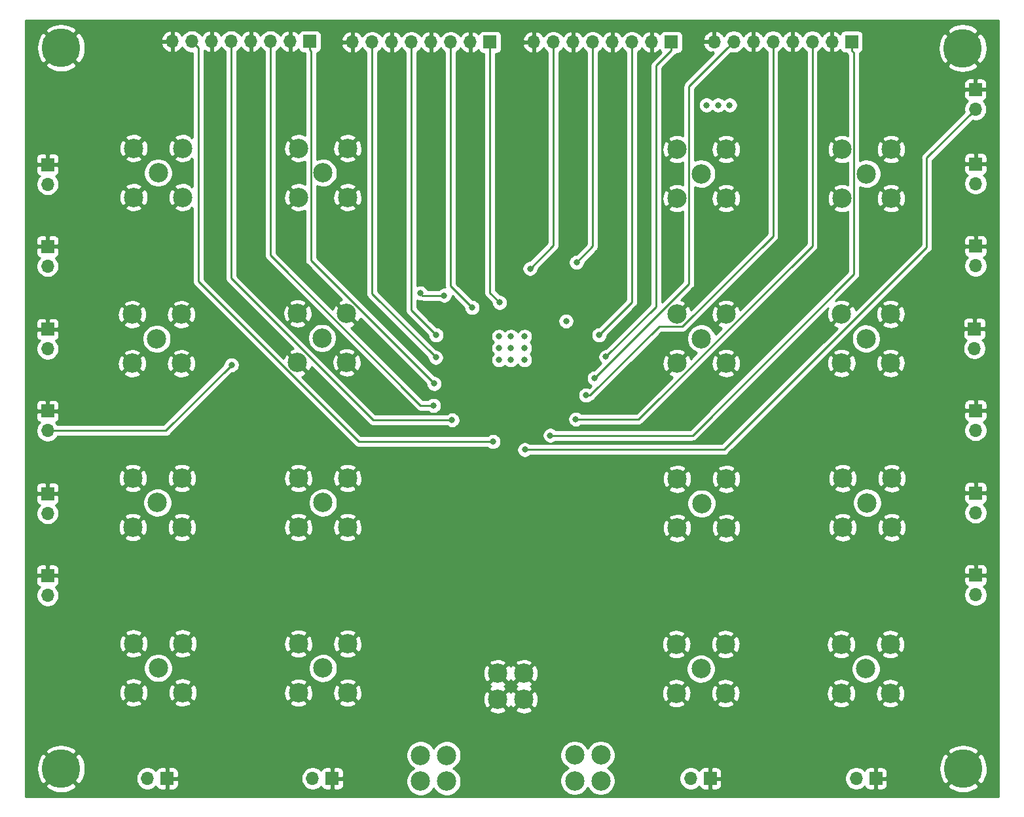
<source format=gbr>
G04 #@! TF.GenerationSoftware,KiCad,Pcbnew,(5.1.10-1-10_14)*
G04 #@! TF.CreationDate,2022-10-09T23:43:03+02:00*
G04 #@! TF.ProjectId,BoatCentralBoard,426f6174-4365-46e7-9472-616c426f6172,rev?*
G04 #@! TF.SameCoordinates,Original*
G04 #@! TF.FileFunction,Copper,L4,Bot*
G04 #@! TF.FilePolarity,Positive*
%FSLAX46Y46*%
G04 Gerber Fmt 4.6, Leading zero omitted, Abs format (unit mm)*
G04 Created by KiCad (PCBNEW (5.1.10-1-10_14)) date 2022-10-09 23:43:03*
%MOMM*%
%LPD*%
G01*
G04 APERTURE LIST*
G04 #@! TA.AperFunction,ComponentPad*
%ADD10C,5.000000*%
G04 #@! TD*
G04 #@! TA.AperFunction,ComponentPad*
%ADD11C,2.500000*%
G04 #@! TD*
G04 #@! TA.AperFunction,ComponentPad*
%ADD12R,1.700000X1.700000*%
G04 #@! TD*
G04 #@! TA.AperFunction,ComponentPad*
%ADD13O,1.700000X1.700000*%
G04 #@! TD*
G04 #@! TA.AperFunction,ViaPad*
%ADD14C,0.800000*%
G04 #@! TD*
G04 #@! TA.AperFunction,Conductor*
%ADD15C,0.250000*%
G04 #@! TD*
G04 #@! TA.AperFunction,Conductor*
%ADD16C,0.254000*%
G04 #@! TD*
G04 #@! TA.AperFunction,Conductor*
%ADD17C,0.100000*%
G04 #@! TD*
G04 APERTURE END LIST*
D10*
X86790800Y-137280600D03*
X203440800Y-137280600D03*
X203390800Y-44030600D03*
X86790800Y-43980600D03*
D11*
X169625000Y-102975000D03*
X166450000Y-106150000D03*
X172800000Y-106150000D03*
X166450000Y-99800000D03*
X172800000Y-99800000D03*
D12*
X205050000Y-101610000D03*
D13*
X205050000Y-104150000D03*
D11*
X153210000Y-135510000D03*
X156580000Y-135510000D03*
X156580000Y-138880000D03*
X153210000Y-138880000D03*
D12*
X205040800Y-49390600D03*
D13*
X205040800Y-51930600D03*
D12*
X118950000Y-43150000D03*
D13*
X116410000Y-43150000D03*
X113870000Y-43150000D03*
X111330000Y-43150000D03*
X108790000Y-43150000D03*
X106250000Y-43150000D03*
X103710000Y-43150000D03*
X101170000Y-43150000D03*
D12*
X142250000Y-43250000D03*
D13*
X139710000Y-43250000D03*
X137170000Y-43250000D03*
X134630000Y-43250000D03*
X132090000Y-43250000D03*
X129550000Y-43250000D03*
X127010000Y-43250000D03*
X124470000Y-43250000D03*
D12*
X165690000Y-43250000D03*
D13*
X163150000Y-43250000D03*
X160610000Y-43250000D03*
X158070000Y-43250000D03*
X155530000Y-43250000D03*
X152990000Y-43250000D03*
X150450000Y-43250000D03*
X147910000Y-43250000D03*
D12*
X189006200Y-43193800D03*
D13*
X186466200Y-43193800D03*
X183926200Y-43193800D03*
X181386200Y-43193800D03*
X178846200Y-43193800D03*
X176306200Y-43193800D03*
X173766200Y-43193800D03*
X171226200Y-43193800D03*
D11*
X169550000Y-124350000D03*
X172725000Y-127525000D03*
X172725000Y-121175000D03*
X166375000Y-127525000D03*
X166375000Y-121175000D03*
X169590800Y-81630600D03*
X172765800Y-78455600D03*
X166415800Y-78455600D03*
X172765800Y-84805600D03*
X166415800Y-84805600D03*
X190890800Y-81625000D03*
X194065800Y-78450000D03*
X187715800Y-78450000D03*
X194065800Y-84800000D03*
X187715800Y-84800000D03*
X169590800Y-60275000D03*
X172765800Y-57100000D03*
X166415800Y-57100000D03*
X172765800Y-63450000D03*
X166415800Y-63450000D03*
X120650000Y-102850000D03*
X117475000Y-99675000D03*
X117475000Y-106025000D03*
X123825000Y-99675000D03*
X123825000Y-106025000D03*
X99350000Y-124250000D03*
X96175000Y-121075000D03*
X96175000Y-127425000D03*
X102525000Y-121075000D03*
X102525000Y-127425000D03*
X120650000Y-124275000D03*
X123825000Y-121100000D03*
X117475000Y-121100000D03*
X123825000Y-127450000D03*
X117475000Y-127450000D03*
X99350000Y-60150000D03*
X96175000Y-56975000D03*
X96175000Y-63325000D03*
X102525000Y-56975000D03*
X102525000Y-63325000D03*
X120550000Y-81550000D03*
X117375000Y-78375000D03*
X117375000Y-84725000D03*
X123725000Y-78375000D03*
X123725000Y-84725000D03*
X99150000Y-81650000D03*
X95975000Y-78475000D03*
X95975000Y-84825000D03*
X102325000Y-78475000D03*
X102325000Y-84825000D03*
X99250000Y-102850000D03*
X96075000Y-99675000D03*
X96075000Y-106025000D03*
X102425000Y-99675000D03*
X102425000Y-106025000D03*
X143250000Y-124950000D03*
X146620000Y-124950000D03*
X146620000Y-128320000D03*
X143250000Y-128320000D03*
X190850000Y-124350000D03*
X194025000Y-121175000D03*
X187675000Y-121175000D03*
X194025000Y-127525000D03*
X187675000Y-127525000D03*
X190940800Y-60280600D03*
X187765800Y-57105600D03*
X187765800Y-63455600D03*
X194115800Y-57105600D03*
X194115800Y-63455600D03*
X120650000Y-60150000D03*
X117475000Y-56975000D03*
X117475000Y-63325000D03*
X123825000Y-56975000D03*
X123825000Y-63325000D03*
X191025000Y-102875000D03*
X187850000Y-106050000D03*
X194200000Y-106050000D03*
X187850000Y-99700000D03*
X194200000Y-99700000D03*
X136650000Y-138920000D03*
X133280000Y-138920000D03*
X133280000Y-135550000D03*
X136650000Y-135550000D03*
D13*
X85050000Y-104240000D03*
D12*
X85050000Y-101700000D03*
D13*
X85050000Y-93540000D03*
D12*
X85050000Y-91000000D03*
D13*
X85050000Y-82940000D03*
D12*
X85050000Y-80400000D03*
D13*
X85050000Y-72240000D03*
D12*
X85050000Y-69700000D03*
D13*
X85050000Y-61640000D03*
D12*
X85050000Y-59100000D03*
D13*
X119310000Y-138550000D03*
D12*
X121850000Y-138550000D03*
D13*
X97950000Y-138550000D03*
D12*
X100490000Y-138550000D03*
D13*
X85050000Y-114840000D03*
D12*
X85050000Y-112300000D03*
X205050000Y-59010000D03*
D13*
X205050000Y-61550000D03*
X205050000Y-72190000D03*
D12*
X205050000Y-69650000D03*
D13*
X204900000Y-82890000D03*
D12*
X204900000Y-80350000D03*
D13*
X205050000Y-93490000D03*
D12*
X205050000Y-90950000D03*
X205050000Y-112250000D03*
D13*
X205050000Y-114790000D03*
X189610000Y-138550000D03*
D12*
X192150000Y-138550000D03*
D13*
X168210000Y-138550000D03*
D12*
X170750000Y-138550000D03*
D14*
X148800800Y-111100600D03*
X150070800Y-111100600D03*
X151340800Y-111100600D03*
X136100800Y-113640600D03*
X137370800Y-113640600D03*
X138640800Y-113640600D03*
X146260800Y-99670600D03*
X146260800Y-100940600D03*
X146260800Y-102210600D03*
X173250000Y-51400000D03*
X171750000Y-51400000D03*
X170250000Y-51400000D03*
X143430600Y-82859200D03*
X144954600Y-82859200D03*
X146732600Y-82859200D03*
X143430600Y-84383200D03*
X144954600Y-84383200D03*
X146732600Y-84383200D03*
X143430600Y-81335200D03*
X144954600Y-81335200D03*
X146732600Y-81335200D03*
X152100000Y-79350000D03*
X136340800Y-76030600D03*
X133240800Y-75730600D03*
X108840800Y-85030600D03*
X146773047Y-95998353D03*
X150050000Y-94150000D03*
X153350000Y-92050000D03*
X154650000Y-88950000D03*
X155750000Y-86750000D03*
X147450000Y-72550000D03*
X153450000Y-71750000D03*
X156350000Y-81150000D03*
X157250000Y-83975000D03*
X143500000Y-76950000D03*
X139950000Y-77600000D03*
X135300000Y-81150000D03*
X135250000Y-84050000D03*
X142650000Y-94950000D03*
X137350000Y-92150000D03*
X134967359Y-90267359D03*
X135050000Y-87450000D03*
D15*
X133540800Y-76030600D02*
X133240800Y-75730600D01*
X136340800Y-76030600D02*
X133540800Y-76030600D01*
X100331400Y-93540000D02*
X108840800Y-85030600D01*
X85050000Y-93540000D02*
X100331400Y-93540000D01*
X172498449Y-95998353D02*
X198740800Y-69756002D01*
X146773047Y-95998353D02*
X172498449Y-95998353D01*
X198740800Y-58230600D02*
X205040800Y-51930600D01*
X198740800Y-69756002D02*
X198740800Y-58230600D01*
X189325001Y-44612601D02*
X189325001Y-73274999D01*
X189006200Y-44293800D02*
X189325001Y-44612601D01*
X189006200Y-43193800D02*
X189006200Y-44293800D01*
X168450000Y-94150000D02*
X167750000Y-94150000D01*
X189325001Y-73274999D02*
X168450000Y-94150000D01*
X150050000Y-94150000D02*
X167750000Y-94150000D01*
X183926200Y-44395881D02*
X183926200Y-43193800D01*
X183926200Y-69604802D02*
X183926200Y-44395881D01*
X161481002Y-92050000D02*
X183926200Y-69604802D01*
X153350000Y-92050000D02*
X161481002Y-92050000D01*
X178846200Y-68334802D02*
X178846200Y-44395881D01*
X178846200Y-44395881D02*
X178846200Y-43193800D01*
X164115686Y-80049999D02*
X167131003Y-80049999D01*
X155215685Y-88950000D02*
X164115686Y-80049999D01*
X167131003Y-80049999D02*
X178846200Y-68334802D01*
X154650000Y-88950000D02*
X155215685Y-88950000D01*
X172916201Y-44043799D02*
X173766200Y-43193800D01*
X167999999Y-48960001D02*
X172916201Y-44043799D01*
X167999999Y-74518999D02*
X167999999Y-48960001D01*
X157568998Y-84950000D02*
X167999999Y-74518999D01*
X157550000Y-84950000D02*
X155750000Y-86750000D01*
X157568998Y-84950000D02*
X157550000Y-84950000D01*
X150450000Y-69550000D02*
X150450000Y-43250000D01*
X147450000Y-72550000D02*
X150450000Y-69550000D01*
X155530000Y-69670000D02*
X155530000Y-43250000D01*
X153450000Y-71750000D02*
X155530000Y-69670000D01*
X160610000Y-76890000D02*
X160610000Y-43250000D01*
X156350000Y-81150000D02*
X160610000Y-76890000D01*
X157250000Y-83975000D02*
X163750000Y-77475000D01*
X163750000Y-46290000D02*
X165690000Y-44350000D01*
X165690000Y-44350000D02*
X165690000Y-43250000D01*
X163750000Y-77475000D02*
X163750000Y-46290000D01*
X142250000Y-75700000D02*
X142250000Y-43250000D01*
X143500000Y-76950000D02*
X142250000Y-75700000D01*
X137170000Y-74820000D02*
X137170000Y-43250000D01*
X139950000Y-77600000D02*
X137170000Y-74820000D01*
X132090000Y-77940000D02*
X132090000Y-43250000D01*
X135300000Y-81150000D02*
X132090000Y-77940000D01*
X127010000Y-75810000D02*
X127010000Y-43250000D01*
X135250000Y-84050000D02*
X127010000Y-75810000D01*
X104559999Y-43999999D02*
X103710000Y-43150000D01*
X125268998Y-94950000D02*
X104559999Y-74241001D01*
X104559999Y-74241001D02*
X104559999Y-43999999D01*
X142650000Y-94950000D02*
X125268998Y-94950000D01*
X108790000Y-44352081D02*
X108790000Y-43150000D01*
X127131002Y-92150000D02*
X108790000Y-73808998D01*
X108790000Y-73808998D02*
X108790000Y-44352081D01*
X137350000Y-92150000D02*
X127131002Y-92150000D01*
X113870000Y-44352081D02*
X113870000Y-43150000D01*
X113870000Y-70851002D02*
X113870000Y-44352081D01*
X133286357Y-90267359D02*
X113870000Y-70851002D01*
X134967359Y-90267359D02*
X133286357Y-90267359D01*
X119074999Y-44374999D02*
X118950000Y-44250000D01*
X118950000Y-44250000D02*
X118950000Y-43150000D01*
X119074999Y-71474999D02*
X119074999Y-44374999D01*
X135050000Y-87450000D02*
X119074999Y-71474999D01*
D16*
X208034400Y-140895600D02*
X82175800Y-140895600D01*
X82175800Y-139483748D01*
X84767257Y-139483748D01*
X85043427Y-139901718D01*
X85588357Y-140192249D01*
X86179496Y-140370887D01*
X86794128Y-140430768D01*
X87408631Y-140369590D01*
X87999392Y-140189703D01*
X88538173Y-139901718D01*
X88814343Y-139483748D01*
X86790800Y-137460205D01*
X84767257Y-139483748D01*
X82175800Y-139483748D01*
X82175800Y-137283928D01*
X83640632Y-137283928D01*
X83701810Y-137898431D01*
X83881697Y-138489192D01*
X84169682Y-139027973D01*
X84587652Y-139304143D01*
X86611195Y-137280600D01*
X86970405Y-137280600D01*
X88993948Y-139304143D01*
X89411918Y-139027973D01*
X89702449Y-138483043D01*
X89726413Y-138403740D01*
X96465000Y-138403740D01*
X96465000Y-138696260D01*
X96522068Y-138983158D01*
X96634010Y-139253411D01*
X96796525Y-139496632D01*
X97003368Y-139703475D01*
X97246589Y-139865990D01*
X97516842Y-139977932D01*
X97803740Y-140035000D01*
X98096260Y-140035000D01*
X98383158Y-139977932D01*
X98653411Y-139865990D01*
X98896632Y-139703475D01*
X99028487Y-139571620D01*
X99050498Y-139644180D01*
X99109463Y-139754494D01*
X99188815Y-139851185D01*
X99285506Y-139930537D01*
X99395820Y-139989502D01*
X99515518Y-140025812D01*
X99640000Y-140038072D01*
X100204250Y-140035000D01*
X100363000Y-139876250D01*
X100363000Y-138677000D01*
X100617000Y-138677000D01*
X100617000Y-139876250D01*
X100775750Y-140035000D01*
X101340000Y-140038072D01*
X101464482Y-140025812D01*
X101584180Y-139989502D01*
X101694494Y-139930537D01*
X101791185Y-139851185D01*
X101870537Y-139754494D01*
X101929502Y-139644180D01*
X101965812Y-139524482D01*
X101978072Y-139400000D01*
X101975000Y-138835750D01*
X101816250Y-138677000D01*
X100617000Y-138677000D01*
X100363000Y-138677000D01*
X100343000Y-138677000D01*
X100343000Y-138423000D01*
X100363000Y-138423000D01*
X100363000Y-137223750D01*
X100617000Y-137223750D01*
X100617000Y-138423000D01*
X101816250Y-138423000D01*
X101835510Y-138403740D01*
X117825000Y-138403740D01*
X117825000Y-138696260D01*
X117882068Y-138983158D01*
X117994010Y-139253411D01*
X118156525Y-139496632D01*
X118363368Y-139703475D01*
X118606589Y-139865990D01*
X118876842Y-139977932D01*
X119163740Y-140035000D01*
X119456260Y-140035000D01*
X119743158Y-139977932D01*
X120013411Y-139865990D01*
X120256632Y-139703475D01*
X120388487Y-139571620D01*
X120410498Y-139644180D01*
X120469463Y-139754494D01*
X120548815Y-139851185D01*
X120645506Y-139930537D01*
X120755820Y-139989502D01*
X120875518Y-140025812D01*
X121000000Y-140038072D01*
X121564250Y-140035000D01*
X121723000Y-139876250D01*
X121723000Y-138677000D01*
X121977000Y-138677000D01*
X121977000Y-139876250D01*
X122135750Y-140035000D01*
X122700000Y-140038072D01*
X122824482Y-140025812D01*
X122944180Y-139989502D01*
X123054494Y-139930537D01*
X123151185Y-139851185D01*
X123230537Y-139754494D01*
X123289502Y-139644180D01*
X123325812Y-139524482D01*
X123338072Y-139400000D01*
X123335000Y-138835750D01*
X123176250Y-138677000D01*
X121977000Y-138677000D01*
X121723000Y-138677000D01*
X121703000Y-138677000D01*
X121703000Y-138423000D01*
X121723000Y-138423000D01*
X121723000Y-137223750D01*
X121977000Y-137223750D01*
X121977000Y-138423000D01*
X123176250Y-138423000D01*
X123335000Y-138264250D01*
X123338072Y-137700000D01*
X123325812Y-137575518D01*
X123289502Y-137455820D01*
X123230537Y-137345506D01*
X123151185Y-137248815D01*
X123054494Y-137169463D01*
X122944180Y-137110498D01*
X122824482Y-137074188D01*
X122700000Y-137061928D01*
X122135750Y-137065000D01*
X121977000Y-137223750D01*
X121723000Y-137223750D01*
X121564250Y-137065000D01*
X121000000Y-137061928D01*
X120875518Y-137074188D01*
X120755820Y-137110498D01*
X120645506Y-137169463D01*
X120548815Y-137248815D01*
X120469463Y-137345506D01*
X120410498Y-137455820D01*
X120388487Y-137528380D01*
X120256632Y-137396525D01*
X120013411Y-137234010D01*
X119743158Y-137122068D01*
X119456260Y-137065000D01*
X119163740Y-137065000D01*
X118876842Y-137122068D01*
X118606589Y-137234010D01*
X118363368Y-137396525D01*
X118156525Y-137603368D01*
X117994010Y-137846589D01*
X117882068Y-138116842D01*
X117825000Y-138403740D01*
X101835510Y-138403740D01*
X101975000Y-138264250D01*
X101978072Y-137700000D01*
X101965812Y-137575518D01*
X101929502Y-137455820D01*
X101870537Y-137345506D01*
X101791185Y-137248815D01*
X101694494Y-137169463D01*
X101584180Y-137110498D01*
X101464482Y-137074188D01*
X101340000Y-137061928D01*
X100775750Y-137065000D01*
X100617000Y-137223750D01*
X100363000Y-137223750D01*
X100204250Y-137065000D01*
X99640000Y-137061928D01*
X99515518Y-137074188D01*
X99395820Y-137110498D01*
X99285506Y-137169463D01*
X99188815Y-137248815D01*
X99109463Y-137345506D01*
X99050498Y-137455820D01*
X99028487Y-137528380D01*
X98896632Y-137396525D01*
X98653411Y-137234010D01*
X98383158Y-137122068D01*
X98096260Y-137065000D01*
X97803740Y-137065000D01*
X97516842Y-137122068D01*
X97246589Y-137234010D01*
X97003368Y-137396525D01*
X96796525Y-137603368D01*
X96634010Y-137846589D01*
X96522068Y-138116842D01*
X96465000Y-138403740D01*
X89726413Y-138403740D01*
X89881087Y-137891904D01*
X89940968Y-137277272D01*
X89879790Y-136662769D01*
X89699903Y-136072008D01*
X89411918Y-135533227D01*
X89156322Y-135364344D01*
X131395000Y-135364344D01*
X131395000Y-135735656D01*
X131467439Y-136099834D01*
X131609534Y-136442882D01*
X131815825Y-136751618D01*
X132078382Y-137014175D01*
X132387118Y-137220466D01*
X132422206Y-137235000D01*
X132387118Y-137249534D01*
X132078382Y-137455825D01*
X131815825Y-137718382D01*
X131609534Y-138027118D01*
X131467439Y-138370166D01*
X131395000Y-138734344D01*
X131395000Y-139105656D01*
X131467439Y-139469834D01*
X131609534Y-139812882D01*
X131815825Y-140121618D01*
X132078382Y-140384175D01*
X132387118Y-140590466D01*
X132730166Y-140732561D01*
X133094344Y-140805000D01*
X133465656Y-140805000D01*
X133829834Y-140732561D01*
X134172882Y-140590466D01*
X134481618Y-140384175D01*
X134744175Y-140121618D01*
X134950466Y-139812882D01*
X134965000Y-139777794D01*
X134979534Y-139812882D01*
X135185825Y-140121618D01*
X135448382Y-140384175D01*
X135757118Y-140590466D01*
X136100166Y-140732561D01*
X136464344Y-140805000D01*
X136835656Y-140805000D01*
X137199834Y-140732561D01*
X137542882Y-140590466D01*
X137851618Y-140384175D01*
X138114175Y-140121618D01*
X138320466Y-139812882D01*
X138462561Y-139469834D01*
X138535000Y-139105656D01*
X138535000Y-138734344D01*
X138462561Y-138370166D01*
X138320466Y-138027118D01*
X138114175Y-137718382D01*
X137851618Y-137455825D01*
X137542882Y-137249534D01*
X137507794Y-137235000D01*
X137542882Y-137220466D01*
X137851618Y-137014175D01*
X138114175Y-136751618D01*
X138320466Y-136442882D01*
X138462561Y-136099834D01*
X138535000Y-135735656D01*
X138535000Y-135364344D01*
X138527044Y-135324344D01*
X151325000Y-135324344D01*
X151325000Y-135695656D01*
X151397439Y-136059834D01*
X151539534Y-136402882D01*
X151745825Y-136711618D01*
X152008382Y-136974175D01*
X152317118Y-137180466D01*
X152352206Y-137195000D01*
X152317118Y-137209534D01*
X152008382Y-137415825D01*
X151745825Y-137678382D01*
X151539534Y-137987118D01*
X151397439Y-138330166D01*
X151325000Y-138694344D01*
X151325000Y-139065656D01*
X151397439Y-139429834D01*
X151539534Y-139772882D01*
X151745825Y-140081618D01*
X152008382Y-140344175D01*
X152317118Y-140550466D01*
X152660166Y-140692561D01*
X153024344Y-140765000D01*
X153395656Y-140765000D01*
X153759834Y-140692561D01*
X154102882Y-140550466D01*
X154411618Y-140344175D01*
X154674175Y-140081618D01*
X154880466Y-139772882D01*
X154895000Y-139737794D01*
X154909534Y-139772882D01*
X155115825Y-140081618D01*
X155378382Y-140344175D01*
X155687118Y-140550466D01*
X156030166Y-140692561D01*
X156394344Y-140765000D01*
X156765656Y-140765000D01*
X157129834Y-140692561D01*
X157472882Y-140550466D01*
X157781618Y-140344175D01*
X158044175Y-140081618D01*
X158250466Y-139772882D01*
X158392561Y-139429834D01*
X158465000Y-139065656D01*
X158465000Y-138694344D01*
X158407196Y-138403740D01*
X166725000Y-138403740D01*
X166725000Y-138696260D01*
X166782068Y-138983158D01*
X166894010Y-139253411D01*
X167056525Y-139496632D01*
X167263368Y-139703475D01*
X167506589Y-139865990D01*
X167776842Y-139977932D01*
X168063740Y-140035000D01*
X168356260Y-140035000D01*
X168643158Y-139977932D01*
X168913411Y-139865990D01*
X169156632Y-139703475D01*
X169288487Y-139571620D01*
X169310498Y-139644180D01*
X169369463Y-139754494D01*
X169448815Y-139851185D01*
X169545506Y-139930537D01*
X169655820Y-139989502D01*
X169775518Y-140025812D01*
X169900000Y-140038072D01*
X170464250Y-140035000D01*
X170623000Y-139876250D01*
X170623000Y-138677000D01*
X170877000Y-138677000D01*
X170877000Y-139876250D01*
X171035750Y-140035000D01*
X171600000Y-140038072D01*
X171724482Y-140025812D01*
X171844180Y-139989502D01*
X171954494Y-139930537D01*
X172051185Y-139851185D01*
X172130537Y-139754494D01*
X172189502Y-139644180D01*
X172225812Y-139524482D01*
X172238072Y-139400000D01*
X172235000Y-138835750D01*
X172076250Y-138677000D01*
X170877000Y-138677000D01*
X170623000Y-138677000D01*
X170603000Y-138677000D01*
X170603000Y-138423000D01*
X170623000Y-138423000D01*
X170623000Y-137223750D01*
X170877000Y-137223750D01*
X170877000Y-138423000D01*
X172076250Y-138423000D01*
X172095510Y-138403740D01*
X188125000Y-138403740D01*
X188125000Y-138696260D01*
X188182068Y-138983158D01*
X188294010Y-139253411D01*
X188456525Y-139496632D01*
X188663368Y-139703475D01*
X188906589Y-139865990D01*
X189176842Y-139977932D01*
X189463740Y-140035000D01*
X189756260Y-140035000D01*
X190043158Y-139977932D01*
X190313411Y-139865990D01*
X190556632Y-139703475D01*
X190688487Y-139571620D01*
X190710498Y-139644180D01*
X190769463Y-139754494D01*
X190848815Y-139851185D01*
X190945506Y-139930537D01*
X191055820Y-139989502D01*
X191175518Y-140025812D01*
X191300000Y-140038072D01*
X191864250Y-140035000D01*
X192023000Y-139876250D01*
X192023000Y-138677000D01*
X192277000Y-138677000D01*
X192277000Y-139876250D01*
X192435750Y-140035000D01*
X193000000Y-140038072D01*
X193124482Y-140025812D01*
X193244180Y-139989502D01*
X193354494Y-139930537D01*
X193451185Y-139851185D01*
X193530537Y-139754494D01*
X193589502Y-139644180D01*
X193625812Y-139524482D01*
X193629823Y-139483748D01*
X201417257Y-139483748D01*
X201693427Y-139901718D01*
X202238357Y-140192249D01*
X202829496Y-140370887D01*
X203444128Y-140430768D01*
X204058631Y-140369590D01*
X204649392Y-140189703D01*
X205188173Y-139901718D01*
X205464343Y-139483748D01*
X203440800Y-137460205D01*
X201417257Y-139483748D01*
X193629823Y-139483748D01*
X193638072Y-139400000D01*
X193635000Y-138835750D01*
X193476250Y-138677000D01*
X192277000Y-138677000D01*
X192023000Y-138677000D01*
X192003000Y-138677000D01*
X192003000Y-138423000D01*
X192023000Y-138423000D01*
X192023000Y-137223750D01*
X192277000Y-137223750D01*
X192277000Y-138423000D01*
X193476250Y-138423000D01*
X193635000Y-138264250D01*
X193638072Y-137700000D01*
X193625812Y-137575518D01*
X193589502Y-137455820D01*
X193530537Y-137345506D01*
X193480002Y-137283928D01*
X200290632Y-137283928D01*
X200351810Y-137898431D01*
X200531697Y-138489192D01*
X200819682Y-139027973D01*
X201237652Y-139304143D01*
X203261195Y-137280600D01*
X203620405Y-137280600D01*
X205643948Y-139304143D01*
X206061918Y-139027973D01*
X206352449Y-138483043D01*
X206531087Y-137891904D01*
X206590968Y-137277272D01*
X206529790Y-136662769D01*
X206349903Y-136072008D01*
X206061918Y-135533227D01*
X205643948Y-135257057D01*
X203620405Y-137280600D01*
X203261195Y-137280600D01*
X201237652Y-135257057D01*
X200819682Y-135533227D01*
X200529151Y-136078157D01*
X200350513Y-136669296D01*
X200290632Y-137283928D01*
X193480002Y-137283928D01*
X193451185Y-137248815D01*
X193354494Y-137169463D01*
X193244180Y-137110498D01*
X193124482Y-137074188D01*
X193000000Y-137061928D01*
X192435750Y-137065000D01*
X192277000Y-137223750D01*
X192023000Y-137223750D01*
X191864250Y-137065000D01*
X191300000Y-137061928D01*
X191175518Y-137074188D01*
X191055820Y-137110498D01*
X190945506Y-137169463D01*
X190848815Y-137248815D01*
X190769463Y-137345506D01*
X190710498Y-137455820D01*
X190688487Y-137528380D01*
X190556632Y-137396525D01*
X190313411Y-137234010D01*
X190043158Y-137122068D01*
X189756260Y-137065000D01*
X189463740Y-137065000D01*
X189176842Y-137122068D01*
X188906589Y-137234010D01*
X188663368Y-137396525D01*
X188456525Y-137603368D01*
X188294010Y-137846589D01*
X188182068Y-138116842D01*
X188125000Y-138403740D01*
X172095510Y-138403740D01*
X172235000Y-138264250D01*
X172238072Y-137700000D01*
X172225812Y-137575518D01*
X172189502Y-137455820D01*
X172130537Y-137345506D01*
X172051185Y-137248815D01*
X171954494Y-137169463D01*
X171844180Y-137110498D01*
X171724482Y-137074188D01*
X171600000Y-137061928D01*
X171035750Y-137065000D01*
X170877000Y-137223750D01*
X170623000Y-137223750D01*
X170464250Y-137065000D01*
X169900000Y-137061928D01*
X169775518Y-137074188D01*
X169655820Y-137110498D01*
X169545506Y-137169463D01*
X169448815Y-137248815D01*
X169369463Y-137345506D01*
X169310498Y-137455820D01*
X169288487Y-137528380D01*
X169156632Y-137396525D01*
X168913411Y-137234010D01*
X168643158Y-137122068D01*
X168356260Y-137065000D01*
X168063740Y-137065000D01*
X167776842Y-137122068D01*
X167506589Y-137234010D01*
X167263368Y-137396525D01*
X167056525Y-137603368D01*
X166894010Y-137846589D01*
X166782068Y-138116842D01*
X166725000Y-138403740D01*
X158407196Y-138403740D01*
X158392561Y-138330166D01*
X158250466Y-137987118D01*
X158044175Y-137678382D01*
X157781618Y-137415825D01*
X157472882Y-137209534D01*
X157437794Y-137195000D01*
X157472882Y-137180466D01*
X157781618Y-136974175D01*
X158044175Y-136711618D01*
X158250466Y-136402882D01*
X158392561Y-136059834D01*
X158465000Y-135695656D01*
X158465000Y-135324344D01*
X158415891Y-135077452D01*
X201417257Y-135077452D01*
X203440800Y-137100995D01*
X205464343Y-135077452D01*
X205188173Y-134659482D01*
X204643243Y-134368951D01*
X204052104Y-134190313D01*
X203437472Y-134130432D01*
X202822969Y-134191610D01*
X202232208Y-134371497D01*
X201693427Y-134659482D01*
X201417257Y-135077452D01*
X158415891Y-135077452D01*
X158392561Y-134960166D01*
X158250466Y-134617118D01*
X158044175Y-134308382D01*
X157781618Y-134045825D01*
X157472882Y-133839534D01*
X157129834Y-133697439D01*
X156765656Y-133625000D01*
X156394344Y-133625000D01*
X156030166Y-133697439D01*
X155687118Y-133839534D01*
X155378382Y-134045825D01*
X155115825Y-134308382D01*
X154909534Y-134617118D01*
X154895000Y-134652206D01*
X154880466Y-134617118D01*
X154674175Y-134308382D01*
X154411618Y-134045825D01*
X154102882Y-133839534D01*
X153759834Y-133697439D01*
X153395656Y-133625000D01*
X153024344Y-133625000D01*
X152660166Y-133697439D01*
X152317118Y-133839534D01*
X152008382Y-134045825D01*
X151745825Y-134308382D01*
X151539534Y-134617118D01*
X151397439Y-134960166D01*
X151325000Y-135324344D01*
X138527044Y-135324344D01*
X138462561Y-135000166D01*
X138320466Y-134657118D01*
X138114175Y-134348382D01*
X137851618Y-134085825D01*
X137542882Y-133879534D01*
X137199834Y-133737439D01*
X136835656Y-133665000D01*
X136464344Y-133665000D01*
X136100166Y-133737439D01*
X135757118Y-133879534D01*
X135448382Y-134085825D01*
X135185825Y-134348382D01*
X134979534Y-134657118D01*
X134965000Y-134692206D01*
X134950466Y-134657118D01*
X134744175Y-134348382D01*
X134481618Y-134085825D01*
X134172882Y-133879534D01*
X133829834Y-133737439D01*
X133465656Y-133665000D01*
X133094344Y-133665000D01*
X132730166Y-133737439D01*
X132387118Y-133879534D01*
X132078382Y-134085825D01*
X131815825Y-134348382D01*
X131609534Y-134657118D01*
X131467439Y-135000166D01*
X131395000Y-135364344D01*
X89156322Y-135364344D01*
X88993948Y-135257057D01*
X86970405Y-137280600D01*
X86611195Y-137280600D01*
X84587652Y-135257057D01*
X84169682Y-135533227D01*
X83879151Y-136078157D01*
X83700513Y-136669296D01*
X83640632Y-137283928D01*
X82175800Y-137283928D01*
X82175800Y-135077452D01*
X84767257Y-135077452D01*
X86790800Y-137100995D01*
X88814343Y-135077452D01*
X88538173Y-134659482D01*
X87993243Y-134368951D01*
X87402104Y-134190313D01*
X86787472Y-134130432D01*
X86172969Y-134191610D01*
X85582208Y-134371497D01*
X85043427Y-134659482D01*
X84767257Y-135077452D01*
X82175800Y-135077452D01*
X82175800Y-129633605D01*
X142116000Y-129633605D01*
X142241914Y-129923577D01*
X142574126Y-130089433D01*
X142932312Y-130187290D01*
X143302706Y-130213389D01*
X143671075Y-130166725D01*
X144023262Y-130049094D01*
X144258086Y-129923577D01*
X144384000Y-129633605D01*
X145486000Y-129633605D01*
X145611914Y-129923577D01*
X145944126Y-130089433D01*
X146302312Y-130187290D01*
X146672706Y-130213389D01*
X147041075Y-130166725D01*
X147393262Y-130049094D01*
X147628086Y-129923577D01*
X147754000Y-129633605D01*
X146620000Y-128499605D01*
X145486000Y-129633605D01*
X144384000Y-129633605D01*
X143250000Y-128499605D01*
X142116000Y-129633605D01*
X82175800Y-129633605D01*
X82175800Y-128738605D01*
X95041000Y-128738605D01*
X95166914Y-129028577D01*
X95499126Y-129194433D01*
X95857312Y-129292290D01*
X96227706Y-129318389D01*
X96596075Y-129271725D01*
X96948262Y-129154094D01*
X97183086Y-129028577D01*
X97309000Y-128738605D01*
X101391000Y-128738605D01*
X101516914Y-129028577D01*
X101849126Y-129194433D01*
X102207312Y-129292290D01*
X102577706Y-129318389D01*
X102946075Y-129271725D01*
X103298262Y-129154094D01*
X103533086Y-129028577D01*
X103648144Y-128763605D01*
X116341000Y-128763605D01*
X116466914Y-129053577D01*
X116799126Y-129219433D01*
X117157312Y-129317290D01*
X117527706Y-129343389D01*
X117896075Y-129296725D01*
X118248262Y-129179094D01*
X118483086Y-129053577D01*
X118609000Y-128763605D01*
X122691000Y-128763605D01*
X122816914Y-129053577D01*
X123149126Y-129219433D01*
X123507312Y-129317290D01*
X123877706Y-129343389D01*
X124246075Y-129296725D01*
X124598262Y-129179094D01*
X124833086Y-129053577D01*
X124959000Y-128763605D01*
X123825000Y-127629605D01*
X122691000Y-128763605D01*
X118609000Y-128763605D01*
X117475000Y-127629605D01*
X116341000Y-128763605D01*
X103648144Y-128763605D01*
X103659000Y-128738605D01*
X102525000Y-127604605D01*
X101391000Y-128738605D01*
X97309000Y-128738605D01*
X96175000Y-127604605D01*
X95041000Y-128738605D01*
X82175800Y-128738605D01*
X82175800Y-127477706D01*
X94281611Y-127477706D01*
X94328275Y-127846075D01*
X94445906Y-128198262D01*
X94571423Y-128433086D01*
X94861395Y-128559000D01*
X95995395Y-127425000D01*
X96354605Y-127425000D01*
X97488605Y-128559000D01*
X97778577Y-128433086D01*
X97944433Y-128100874D01*
X98042290Y-127742688D01*
X98060961Y-127477706D01*
X100631611Y-127477706D01*
X100678275Y-127846075D01*
X100795906Y-128198262D01*
X100921423Y-128433086D01*
X101211395Y-128559000D01*
X102345395Y-127425000D01*
X102704605Y-127425000D01*
X103838605Y-128559000D01*
X104128577Y-128433086D01*
X104294433Y-128100874D01*
X104392290Y-127742688D01*
X104409199Y-127502706D01*
X115581611Y-127502706D01*
X115628275Y-127871075D01*
X115745906Y-128223262D01*
X115871423Y-128458086D01*
X116161395Y-128584000D01*
X117295395Y-127450000D01*
X117654605Y-127450000D01*
X118788605Y-128584000D01*
X119078577Y-128458086D01*
X119244433Y-128125874D01*
X119342290Y-127767688D01*
X119360961Y-127502706D01*
X121931611Y-127502706D01*
X121978275Y-127871075D01*
X122095906Y-128223262D01*
X122221423Y-128458086D01*
X122511395Y-128584000D01*
X123645395Y-127450000D01*
X124004605Y-127450000D01*
X125138605Y-128584000D01*
X125428577Y-128458086D01*
X125471202Y-128372706D01*
X141356611Y-128372706D01*
X141403275Y-128741075D01*
X141520906Y-129093262D01*
X141646423Y-129328086D01*
X141936395Y-129454000D01*
X143070395Y-128320000D01*
X143429605Y-128320000D01*
X144563605Y-129454000D01*
X144853577Y-129328086D01*
X144932222Y-129170559D01*
X145016423Y-129328086D01*
X145306395Y-129454000D01*
X146440395Y-128320000D01*
X146799605Y-128320000D01*
X147933605Y-129454000D01*
X148223577Y-129328086D01*
X148389433Y-128995874D01*
X148432399Y-128838605D01*
X165241000Y-128838605D01*
X165366914Y-129128577D01*
X165699126Y-129294433D01*
X166057312Y-129392290D01*
X166427706Y-129418389D01*
X166796075Y-129371725D01*
X167148262Y-129254094D01*
X167383086Y-129128577D01*
X167509000Y-128838605D01*
X171591000Y-128838605D01*
X171716914Y-129128577D01*
X172049126Y-129294433D01*
X172407312Y-129392290D01*
X172777706Y-129418389D01*
X173146075Y-129371725D01*
X173498262Y-129254094D01*
X173733086Y-129128577D01*
X173859000Y-128838605D01*
X186541000Y-128838605D01*
X186666914Y-129128577D01*
X186999126Y-129294433D01*
X187357312Y-129392290D01*
X187727706Y-129418389D01*
X188096075Y-129371725D01*
X188448262Y-129254094D01*
X188683086Y-129128577D01*
X188809000Y-128838605D01*
X192891000Y-128838605D01*
X193016914Y-129128577D01*
X193349126Y-129294433D01*
X193707312Y-129392290D01*
X194077706Y-129418389D01*
X194446075Y-129371725D01*
X194798262Y-129254094D01*
X195033086Y-129128577D01*
X195159000Y-128838605D01*
X194025000Y-127704605D01*
X192891000Y-128838605D01*
X188809000Y-128838605D01*
X187675000Y-127704605D01*
X186541000Y-128838605D01*
X173859000Y-128838605D01*
X172725000Y-127704605D01*
X171591000Y-128838605D01*
X167509000Y-128838605D01*
X166375000Y-127704605D01*
X165241000Y-128838605D01*
X148432399Y-128838605D01*
X148487290Y-128637688D01*
X148513389Y-128267294D01*
X148466725Y-127898925D01*
X148359438Y-127577706D01*
X164481611Y-127577706D01*
X164528275Y-127946075D01*
X164645906Y-128298262D01*
X164771423Y-128533086D01*
X165061395Y-128659000D01*
X166195395Y-127525000D01*
X166554605Y-127525000D01*
X167688605Y-128659000D01*
X167978577Y-128533086D01*
X168144433Y-128200874D01*
X168242290Y-127842688D01*
X168260961Y-127577706D01*
X170831611Y-127577706D01*
X170878275Y-127946075D01*
X170995906Y-128298262D01*
X171121423Y-128533086D01*
X171411395Y-128659000D01*
X172545395Y-127525000D01*
X172904605Y-127525000D01*
X174038605Y-128659000D01*
X174328577Y-128533086D01*
X174494433Y-128200874D01*
X174592290Y-127842688D01*
X174610961Y-127577706D01*
X185781611Y-127577706D01*
X185828275Y-127946075D01*
X185945906Y-128298262D01*
X186071423Y-128533086D01*
X186361395Y-128659000D01*
X187495395Y-127525000D01*
X187854605Y-127525000D01*
X188988605Y-128659000D01*
X189278577Y-128533086D01*
X189444433Y-128200874D01*
X189542290Y-127842688D01*
X189560961Y-127577706D01*
X192131611Y-127577706D01*
X192178275Y-127946075D01*
X192295906Y-128298262D01*
X192421423Y-128533086D01*
X192711395Y-128659000D01*
X193845395Y-127525000D01*
X194204605Y-127525000D01*
X195338605Y-128659000D01*
X195628577Y-128533086D01*
X195794433Y-128200874D01*
X195892290Y-127842688D01*
X195918389Y-127472294D01*
X195871725Y-127103925D01*
X195754094Y-126751738D01*
X195628577Y-126516914D01*
X195338605Y-126391000D01*
X194204605Y-127525000D01*
X193845395Y-127525000D01*
X192711395Y-126391000D01*
X192421423Y-126516914D01*
X192255567Y-126849126D01*
X192157710Y-127207312D01*
X192131611Y-127577706D01*
X189560961Y-127577706D01*
X189568389Y-127472294D01*
X189521725Y-127103925D01*
X189404094Y-126751738D01*
X189278577Y-126516914D01*
X188988605Y-126391000D01*
X187854605Y-127525000D01*
X187495395Y-127525000D01*
X186361395Y-126391000D01*
X186071423Y-126516914D01*
X185905567Y-126849126D01*
X185807710Y-127207312D01*
X185781611Y-127577706D01*
X174610961Y-127577706D01*
X174618389Y-127472294D01*
X174571725Y-127103925D01*
X174454094Y-126751738D01*
X174328577Y-126516914D01*
X174038605Y-126391000D01*
X172904605Y-127525000D01*
X172545395Y-127525000D01*
X171411395Y-126391000D01*
X171121423Y-126516914D01*
X170955567Y-126849126D01*
X170857710Y-127207312D01*
X170831611Y-127577706D01*
X168260961Y-127577706D01*
X168268389Y-127472294D01*
X168221725Y-127103925D01*
X168104094Y-126751738D01*
X167978577Y-126516914D01*
X167688605Y-126391000D01*
X166554605Y-127525000D01*
X166195395Y-127525000D01*
X165061395Y-126391000D01*
X164771423Y-126516914D01*
X164605567Y-126849126D01*
X164507710Y-127207312D01*
X164481611Y-127577706D01*
X148359438Y-127577706D01*
X148349094Y-127546738D01*
X148223577Y-127311914D01*
X147933605Y-127186000D01*
X146799605Y-128320000D01*
X146440395Y-128320000D01*
X145306395Y-127186000D01*
X145016423Y-127311914D01*
X144937778Y-127469441D01*
X144853577Y-127311914D01*
X144563605Y-127186000D01*
X143429605Y-128320000D01*
X143070395Y-128320000D01*
X141936395Y-127186000D01*
X141646423Y-127311914D01*
X141480567Y-127644126D01*
X141382710Y-128002312D01*
X141356611Y-128372706D01*
X125471202Y-128372706D01*
X125594433Y-128125874D01*
X125692290Y-127767688D01*
X125718389Y-127397294D01*
X125671725Y-127028925D01*
X125554094Y-126676738D01*
X125428577Y-126441914D01*
X125138605Y-126316000D01*
X124004605Y-127450000D01*
X123645395Y-127450000D01*
X122511395Y-126316000D01*
X122221423Y-126441914D01*
X122055567Y-126774126D01*
X121957710Y-127132312D01*
X121931611Y-127502706D01*
X119360961Y-127502706D01*
X119368389Y-127397294D01*
X119321725Y-127028925D01*
X119204094Y-126676738D01*
X119078577Y-126441914D01*
X118788605Y-126316000D01*
X117654605Y-127450000D01*
X117295395Y-127450000D01*
X116161395Y-126316000D01*
X115871423Y-126441914D01*
X115705567Y-126774126D01*
X115607710Y-127132312D01*
X115581611Y-127502706D01*
X104409199Y-127502706D01*
X104418389Y-127372294D01*
X104371725Y-127003925D01*
X104254094Y-126651738D01*
X104128577Y-126416914D01*
X103838605Y-126291000D01*
X102704605Y-127425000D01*
X102345395Y-127425000D01*
X101211395Y-126291000D01*
X100921423Y-126416914D01*
X100755567Y-126749126D01*
X100657710Y-127107312D01*
X100631611Y-127477706D01*
X98060961Y-127477706D01*
X98068389Y-127372294D01*
X98021725Y-127003925D01*
X97904094Y-126651738D01*
X97778577Y-126416914D01*
X97488605Y-126291000D01*
X96354605Y-127425000D01*
X95995395Y-127425000D01*
X94861395Y-126291000D01*
X94571423Y-126416914D01*
X94405567Y-126749126D01*
X94307710Y-127107312D01*
X94281611Y-127477706D01*
X82175800Y-127477706D01*
X82175800Y-126111395D01*
X95041000Y-126111395D01*
X96175000Y-127245395D01*
X97309000Y-126111395D01*
X97183086Y-125821423D01*
X96850874Y-125655567D01*
X96492688Y-125557710D01*
X96122294Y-125531611D01*
X95753925Y-125578275D01*
X95401738Y-125695906D01*
X95166914Y-125821423D01*
X95041000Y-126111395D01*
X82175800Y-126111395D01*
X82175800Y-124064344D01*
X97465000Y-124064344D01*
X97465000Y-124435656D01*
X97537439Y-124799834D01*
X97679534Y-125142882D01*
X97885825Y-125451618D01*
X98148382Y-125714175D01*
X98457118Y-125920466D01*
X98800166Y-126062561D01*
X99164344Y-126135000D01*
X99535656Y-126135000D01*
X99654327Y-126111395D01*
X101391000Y-126111395D01*
X102525000Y-127245395D01*
X103634000Y-126136395D01*
X116341000Y-126136395D01*
X117475000Y-127270395D01*
X118609000Y-126136395D01*
X118483086Y-125846423D01*
X118150874Y-125680567D01*
X117792688Y-125582710D01*
X117422294Y-125556611D01*
X117053925Y-125603275D01*
X116701738Y-125720906D01*
X116466914Y-125846423D01*
X116341000Y-126136395D01*
X103634000Y-126136395D01*
X103659000Y-126111395D01*
X103533086Y-125821423D01*
X103200874Y-125655567D01*
X102842688Y-125557710D01*
X102472294Y-125531611D01*
X102103925Y-125578275D01*
X101751738Y-125695906D01*
X101516914Y-125821423D01*
X101391000Y-126111395D01*
X99654327Y-126111395D01*
X99899834Y-126062561D01*
X100242882Y-125920466D01*
X100551618Y-125714175D01*
X100814175Y-125451618D01*
X101020466Y-125142882D01*
X101162561Y-124799834D01*
X101235000Y-124435656D01*
X101235000Y-124089344D01*
X118765000Y-124089344D01*
X118765000Y-124460656D01*
X118837439Y-124824834D01*
X118979534Y-125167882D01*
X119185825Y-125476618D01*
X119448382Y-125739175D01*
X119757118Y-125945466D01*
X120100166Y-126087561D01*
X120464344Y-126160000D01*
X120835656Y-126160000D01*
X120954327Y-126136395D01*
X122691000Y-126136395D01*
X123825000Y-127270395D01*
X124831790Y-126263605D01*
X142116000Y-126263605D01*
X142241914Y-126553577D01*
X142399441Y-126632222D01*
X142241914Y-126716423D01*
X142116000Y-127006395D01*
X143250000Y-128140395D01*
X144384000Y-127006395D01*
X144258086Y-126716423D01*
X144100559Y-126637778D01*
X144258086Y-126553577D01*
X144384000Y-126263605D01*
X145486000Y-126263605D01*
X145611914Y-126553577D01*
X145769441Y-126632222D01*
X145611914Y-126716423D01*
X145486000Y-127006395D01*
X146620000Y-128140395D01*
X147754000Y-127006395D01*
X147628086Y-126716423D01*
X147470559Y-126637778D01*
X147628086Y-126553577D01*
X147754000Y-126263605D01*
X147701790Y-126211395D01*
X165241000Y-126211395D01*
X166375000Y-127345395D01*
X167509000Y-126211395D01*
X167383086Y-125921423D01*
X167050874Y-125755567D01*
X166692688Y-125657710D01*
X166322294Y-125631611D01*
X165953925Y-125678275D01*
X165601738Y-125795906D01*
X165366914Y-125921423D01*
X165241000Y-126211395D01*
X147701790Y-126211395D01*
X146620000Y-125129605D01*
X145486000Y-126263605D01*
X144384000Y-126263605D01*
X143250000Y-125129605D01*
X142116000Y-126263605D01*
X124831790Y-126263605D01*
X124959000Y-126136395D01*
X124833086Y-125846423D01*
X124500874Y-125680567D01*
X124142688Y-125582710D01*
X123772294Y-125556611D01*
X123403925Y-125603275D01*
X123051738Y-125720906D01*
X122816914Y-125846423D01*
X122691000Y-126136395D01*
X120954327Y-126136395D01*
X121199834Y-126087561D01*
X121542882Y-125945466D01*
X121851618Y-125739175D01*
X122114175Y-125476618D01*
X122320466Y-125167882D01*
X122388884Y-125002706D01*
X141356611Y-125002706D01*
X141403275Y-125371075D01*
X141520906Y-125723262D01*
X141646423Y-125958086D01*
X141936395Y-126084000D01*
X143070395Y-124950000D01*
X143429605Y-124950000D01*
X144563605Y-126084000D01*
X144853577Y-125958086D01*
X144932222Y-125800559D01*
X145016423Y-125958086D01*
X145306395Y-126084000D01*
X146440395Y-124950000D01*
X146799605Y-124950000D01*
X147933605Y-126084000D01*
X148223577Y-125958086D01*
X148389433Y-125625874D01*
X148487290Y-125267688D01*
X148513389Y-124897294D01*
X148466725Y-124528925D01*
X148349094Y-124176738D01*
X148342470Y-124164344D01*
X167665000Y-124164344D01*
X167665000Y-124535656D01*
X167737439Y-124899834D01*
X167879534Y-125242882D01*
X168085825Y-125551618D01*
X168348382Y-125814175D01*
X168657118Y-126020466D01*
X169000166Y-126162561D01*
X169364344Y-126235000D01*
X169735656Y-126235000D01*
X169854327Y-126211395D01*
X171591000Y-126211395D01*
X172725000Y-127345395D01*
X173859000Y-126211395D01*
X186541000Y-126211395D01*
X187675000Y-127345395D01*
X188809000Y-126211395D01*
X188683086Y-125921423D01*
X188350874Y-125755567D01*
X187992688Y-125657710D01*
X187622294Y-125631611D01*
X187253925Y-125678275D01*
X186901738Y-125795906D01*
X186666914Y-125921423D01*
X186541000Y-126211395D01*
X173859000Y-126211395D01*
X173733086Y-125921423D01*
X173400874Y-125755567D01*
X173042688Y-125657710D01*
X172672294Y-125631611D01*
X172303925Y-125678275D01*
X171951738Y-125795906D01*
X171716914Y-125921423D01*
X171591000Y-126211395D01*
X169854327Y-126211395D01*
X170099834Y-126162561D01*
X170442882Y-126020466D01*
X170751618Y-125814175D01*
X171014175Y-125551618D01*
X171220466Y-125242882D01*
X171362561Y-124899834D01*
X171435000Y-124535656D01*
X171435000Y-124164344D01*
X188965000Y-124164344D01*
X188965000Y-124535656D01*
X189037439Y-124899834D01*
X189179534Y-125242882D01*
X189385825Y-125551618D01*
X189648382Y-125814175D01*
X189957118Y-126020466D01*
X190300166Y-126162561D01*
X190664344Y-126235000D01*
X191035656Y-126235000D01*
X191154327Y-126211395D01*
X192891000Y-126211395D01*
X194025000Y-127345395D01*
X195159000Y-126211395D01*
X195033086Y-125921423D01*
X194700874Y-125755567D01*
X194342688Y-125657710D01*
X193972294Y-125631611D01*
X193603925Y-125678275D01*
X193251738Y-125795906D01*
X193016914Y-125921423D01*
X192891000Y-126211395D01*
X191154327Y-126211395D01*
X191399834Y-126162561D01*
X191742882Y-126020466D01*
X192051618Y-125814175D01*
X192314175Y-125551618D01*
X192520466Y-125242882D01*
X192662561Y-124899834D01*
X192735000Y-124535656D01*
X192735000Y-124164344D01*
X192662561Y-123800166D01*
X192520466Y-123457118D01*
X192314175Y-123148382D01*
X192051618Y-122885825D01*
X191742882Y-122679534D01*
X191399834Y-122537439D01*
X191154328Y-122488605D01*
X192891000Y-122488605D01*
X193016914Y-122778577D01*
X193349126Y-122944433D01*
X193707312Y-123042290D01*
X194077706Y-123068389D01*
X194446075Y-123021725D01*
X194798262Y-122904094D01*
X195033086Y-122778577D01*
X195159000Y-122488605D01*
X194025000Y-121354605D01*
X192891000Y-122488605D01*
X191154328Y-122488605D01*
X191035656Y-122465000D01*
X190664344Y-122465000D01*
X190300166Y-122537439D01*
X189957118Y-122679534D01*
X189648382Y-122885825D01*
X189385825Y-123148382D01*
X189179534Y-123457118D01*
X189037439Y-123800166D01*
X188965000Y-124164344D01*
X171435000Y-124164344D01*
X171362561Y-123800166D01*
X171220466Y-123457118D01*
X171014175Y-123148382D01*
X170751618Y-122885825D01*
X170442882Y-122679534D01*
X170099834Y-122537439D01*
X169854328Y-122488605D01*
X171591000Y-122488605D01*
X171716914Y-122778577D01*
X172049126Y-122944433D01*
X172407312Y-123042290D01*
X172777706Y-123068389D01*
X173146075Y-123021725D01*
X173498262Y-122904094D01*
X173733086Y-122778577D01*
X173859000Y-122488605D01*
X186541000Y-122488605D01*
X186666914Y-122778577D01*
X186999126Y-122944433D01*
X187357312Y-123042290D01*
X187727706Y-123068389D01*
X188096075Y-123021725D01*
X188448262Y-122904094D01*
X188683086Y-122778577D01*
X188809000Y-122488605D01*
X187675000Y-121354605D01*
X186541000Y-122488605D01*
X173859000Y-122488605D01*
X172725000Y-121354605D01*
X171591000Y-122488605D01*
X169854328Y-122488605D01*
X169735656Y-122465000D01*
X169364344Y-122465000D01*
X169000166Y-122537439D01*
X168657118Y-122679534D01*
X168348382Y-122885825D01*
X168085825Y-123148382D01*
X167879534Y-123457118D01*
X167737439Y-123800166D01*
X167665000Y-124164344D01*
X148342470Y-124164344D01*
X148223577Y-123941914D01*
X147933605Y-123816000D01*
X146799605Y-124950000D01*
X146440395Y-124950000D01*
X145306395Y-123816000D01*
X145016423Y-123941914D01*
X144937778Y-124099441D01*
X144853577Y-123941914D01*
X144563605Y-123816000D01*
X143429605Y-124950000D01*
X143070395Y-124950000D01*
X141936395Y-123816000D01*
X141646423Y-123941914D01*
X141480567Y-124274126D01*
X141382710Y-124632312D01*
X141356611Y-125002706D01*
X122388884Y-125002706D01*
X122462561Y-124824834D01*
X122535000Y-124460656D01*
X122535000Y-124089344D01*
X122462561Y-123725166D01*
X122425791Y-123636395D01*
X142116000Y-123636395D01*
X143250000Y-124770395D01*
X144384000Y-123636395D01*
X145486000Y-123636395D01*
X146620000Y-124770395D01*
X147754000Y-123636395D01*
X147628086Y-123346423D01*
X147295874Y-123180567D01*
X146937688Y-123082710D01*
X146567294Y-123056611D01*
X146198925Y-123103275D01*
X145846738Y-123220906D01*
X145611914Y-123346423D01*
X145486000Y-123636395D01*
X144384000Y-123636395D01*
X144258086Y-123346423D01*
X143925874Y-123180567D01*
X143567688Y-123082710D01*
X143197294Y-123056611D01*
X142828925Y-123103275D01*
X142476738Y-123220906D01*
X142241914Y-123346423D01*
X142116000Y-123636395D01*
X122425791Y-123636395D01*
X122320466Y-123382118D01*
X122114175Y-123073382D01*
X121851618Y-122810825D01*
X121542882Y-122604534D01*
X121199834Y-122462439D01*
X120954328Y-122413605D01*
X122691000Y-122413605D01*
X122816914Y-122703577D01*
X123149126Y-122869433D01*
X123507312Y-122967290D01*
X123877706Y-122993389D01*
X124246075Y-122946725D01*
X124598262Y-122829094D01*
X124833086Y-122703577D01*
X124926432Y-122488605D01*
X165241000Y-122488605D01*
X165366914Y-122778577D01*
X165699126Y-122944433D01*
X166057312Y-123042290D01*
X166427706Y-123068389D01*
X166796075Y-123021725D01*
X167148262Y-122904094D01*
X167383086Y-122778577D01*
X167509000Y-122488605D01*
X166375000Y-121354605D01*
X165241000Y-122488605D01*
X124926432Y-122488605D01*
X124959000Y-122413605D01*
X123825000Y-121279605D01*
X122691000Y-122413605D01*
X120954328Y-122413605D01*
X120835656Y-122390000D01*
X120464344Y-122390000D01*
X120100166Y-122462439D01*
X119757118Y-122604534D01*
X119448382Y-122810825D01*
X119185825Y-123073382D01*
X118979534Y-123382118D01*
X118837439Y-123725166D01*
X118765000Y-124089344D01*
X101235000Y-124089344D01*
X101235000Y-124064344D01*
X101162561Y-123700166D01*
X101020466Y-123357118D01*
X100814175Y-123048382D01*
X100551618Y-122785825D01*
X100242882Y-122579534D01*
X99899834Y-122437439D01*
X99654328Y-122388605D01*
X101391000Y-122388605D01*
X101516914Y-122678577D01*
X101849126Y-122844433D01*
X102207312Y-122942290D01*
X102577706Y-122968389D01*
X102946075Y-122921725D01*
X103298262Y-122804094D01*
X103533086Y-122678577D01*
X103648144Y-122413605D01*
X116341000Y-122413605D01*
X116466914Y-122703577D01*
X116799126Y-122869433D01*
X117157312Y-122967290D01*
X117527706Y-122993389D01*
X117896075Y-122946725D01*
X118248262Y-122829094D01*
X118483086Y-122703577D01*
X118609000Y-122413605D01*
X117475000Y-121279605D01*
X116341000Y-122413605D01*
X103648144Y-122413605D01*
X103659000Y-122388605D01*
X102525000Y-121254605D01*
X101391000Y-122388605D01*
X99654328Y-122388605D01*
X99535656Y-122365000D01*
X99164344Y-122365000D01*
X98800166Y-122437439D01*
X98457118Y-122579534D01*
X98148382Y-122785825D01*
X97885825Y-123048382D01*
X97679534Y-123357118D01*
X97537439Y-123700166D01*
X97465000Y-124064344D01*
X82175800Y-124064344D01*
X82175800Y-122388605D01*
X95041000Y-122388605D01*
X95166914Y-122678577D01*
X95499126Y-122844433D01*
X95857312Y-122942290D01*
X96227706Y-122968389D01*
X96596075Y-122921725D01*
X96948262Y-122804094D01*
X97183086Y-122678577D01*
X97309000Y-122388605D01*
X96175000Y-121254605D01*
X95041000Y-122388605D01*
X82175800Y-122388605D01*
X82175800Y-121127706D01*
X94281611Y-121127706D01*
X94328275Y-121496075D01*
X94445906Y-121848262D01*
X94571423Y-122083086D01*
X94861395Y-122209000D01*
X95995395Y-121075000D01*
X96354605Y-121075000D01*
X97488605Y-122209000D01*
X97778577Y-122083086D01*
X97944433Y-121750874D01*
X98042290Y-121392688D01*
X98060961Y-121127706D01*
X100631611Y-121127706D01*
X100678275Y-121496075D01*
X100795906Y-121848262D01*
X100921423Y-122083086D01*
X101211395Y-122209000D01*
X102345395Y-121075000D01*
X102704605Y-121075000D01*
X103838605Y-122209000D01*
X104128577Y-122083086D01*
X104294433Y-121750874D01*
X104392290Y-121392688D01*
X104409199Y-121152706D01*
X115581611Y-121152706D01*
X115628275Y-121521075D01*
X115745906Y-121873262D01*
X115871423Y-122108086D01*
X116161395Y-122234000D01*
X117295395Y-121100000D01*
X117654605Y-121100000D01*
X118788605Y-122234000D01*
X119078577Y-122108086D01*
X119244433Y-121775874D01*
X119342290Y-121417688D01*
X119360961Y-121152706D01*
X121931611Y-121152706D01*
X121978275Y-121521075D01*
X122095906Y-121873262D01*
X122221423Y-122108086D01*
X122511395Y-122234000D01*
X123645395Y-121100000D01*
X124004605Y-121100000D01*
X125138605Y-122234000D01*
X125428577Y-122108086D01*
X125594433Y-121775874D01*
X125692290Y-121417688D01*
X125705676Y-121227706D01*
X164481611Y-121227706D01*
X164528275Y-121596075D01*
X164645906Y-121948262D01*
X164771423Y-122183086D01*
X165061395Y-122309000D01*
X166195395Y-121175000D01*
X166554605Y-121175000D01*
X167688605Y-122309000D01*
X167978577Y-122183086D01*
X168144433Y-121850874D01*
X168242290Y-121492688D01*
X168260961Y-121227706D01*
X170831611Y-121227706D01*
X170878275Y-121596075D01*
X170995906Y-121948262D01*
X171121423Y-122183086D01*
X171411395Y-122309000D01*
X172545395Y-121175000D01*
X172904605Y-121175000D01*
X174038605Y-122309000D01*
X174328577Y-122183086D01*
X174494433Y-121850874D01*
X174592290Y-121492688D01*
X174610961Y-121227706D01*
X185781611Y-121227706D01*
X185828275Y-121596075D01*
X185945906Y-121948262D01*
X186071423Y-122183086D01*
X186361395Y-122309000D01*
X187495395Y-121175000D01*
X187854605Y-121175000D01*
X188988605Y-122309000D01*
X189278577Y-122183086D01*
X189444433Y-121850874D01*
X189542290Y-121492688D01*
X189560961Y-121227706D01*
X192131611Y-121227706D01*
X192178275Y-121596075D01*
X192295906Y-121948262D01*
X192421423Y-122183086D01*
X192711395Y-122309000D01*
X193845395Y-121175000D01*
X194204605Y-121175000D01*
X195338605Y-122309000D01*
X195628577Y-122183086D01*
X195794433Y-121850874D01*
X195892290Y-121492688D01*
X195918389Y-121122294D01*
X195871725Y-120753925D01*
X195754094Y-120401738D01*
X195628577Y-120166914D01*
X195338605Y-120041000D01*
X194204605Y-121175000D01*
X193845395Y-121175000D01*
X192711395Y-120041000D01*
X192421423Y-120166914D01*
X192255567Y-120499126D01*
X192157710Y-120857312D01*
X192131611Y-121227706D01*
X189560961Y-121227706D01*
X189568389Y-121122294D01*
X189521725Y-120753925D01*
X189404094Y-120401738D01*
X189278577Y-120166914D01*
X188988605Y-120041000D01*
X187854605Y-121175000D01*
X187495395Y-121175000D01*
X186361395Y-120041000D01*
X186071423Y-120166914D01*
X185905567Y-120499126D01*
X185807710Y-120857312D01*
X185781611Y-121227706D01*
X174610961Y-121227706D01*
X174618389Y-121122294D01*
X174571725Y-120753925D01*
X174454094Y-120401738D01*
X174328577Y-120166914D01*
X174038605Y-120041000D01*
X172904605Y-121175000D01*
X172545395Y-121175000D01*
X171411395Y-120041000D01*
X171121423Y-120166914D01*
X170955567Y-120499126D01*
X170857710Y-120857312D01*
X170831611Y-121227706D01*
X168260961Y-121227706D01*
X168268389Y-121122294D01*
X168221725Y-120753925D01*
X168104094Y-120401738D01*
X167978577Y-120166914D01*
X167688605Y-120041000D01*
X166554605Y-121175000D01*
X166195395Y-121175000D01*
X165061395Y-120041000D01*
X164771423Y-120166914D01*
X164605567Y-120499126D01*
X164507710Y-120857312D01*
X164481611Y-121227706D01*
X125705676Y-121227706D01*
X125718389Y-121047294D01*
X125671725Y-120678925D01*
X125554094Y-120326738D01*
X125428577Y-120091914D01*
X125138605Y-119966000D01*
X124004605Y-121100000D01*
X123645395Y-121100000D01*
X122511395Y-119966000D01*
X122221423Y-120091914D01*
X122055567Y-120424126D01*
X121957710Y-120782312D01*
X121931611Y-121152706D01*
X119360961Y-121152706D01*
X119368389Y-121047294D01*
X119321725Y-120678925D01*
X119204094Y-120326738D01*
X119078577Y-120091914D01*
X118788605Y-119966000D01*
X117654605Y-121100000D01*
X117295395Y-121100000D01*
X116161395Y-119966000D01*
X115871423Y-120091914D01*
X115705567Y-120424126D01*
X115607710Y-120782312D01*
X115581611Y-121152706D01*
X104409199Y-121152706D01*
X104418389Y-121022294D01*
X104371725Y-120653925D01*
X104254094Y-120301738D01*
X104128577Y-120066914D01*
X103838605Y-119941000D01*
X102704605Y-121075000D01*
X102345395Y-121075000D01*
X101211395Y-119941000D01*
X100921423Y-120066914D01*
X100755567Y-120399126D01*
X100657710Y-120757312D01*
X100631611Y-121127706D01*
X98060961Y-121127706D01*
X98068389Y-121022294D01*
X98021725Y-120653925D01*
X97904094Y-120301738D01*
X97778577Y-120066914D01*
X97488605Y-119941000D01*
X96354605Y-121075000D01*
X95995395Y-121075000D01*
X94861395Y-119941000D01*
X94571423Y-120066914D01*
X94405567Y-120399126D01*
X94307710Y-120757312D01*
X94281611Y-121127706D01*
X82175800Y-121127706D01*
X82175800Y-119761395D01*
X95041000Y-119761395D01*
X96175000Y-120895395D01*
X97309000Y-119761395D01*
X101391000Y-119761395D01*
X102525000Y-120895395D01*
X103634000Y-119786395D01*
X116341000Y-119786395D01*
X117475000Y-120920395D01*
X118609000Y-119786395D01*
X122691000Y-119786395D01*
X123825000Y-120920395D01*
X124884000Y-119861395D01*
X165241000Y-119861395D01*
X166375000Y-120995395D01*
X167509000Y-119861395D01*
X171591000Y-119861395D01*
X172725000Y-120995395D01*
X173859000Y-119861395D01*
X186541000Y-119861395D01*
X187675000Y-120995395D01*
X188809000Y-119861395D01*
X192891000Y-119861395D01*
X194025000Y-120995395D01*
X195159000Y-119861395D01*
X195033086Y-119571423D01*
X194700874Y-119405567D01*
X194342688Y-119307710D01*
X193972294Y-119281611D01*
X193603925Y-119328275D01*
X193251738Y-119445906D01*
X193016914Y-119571423D01*
X192891000Y-119861395D01*
X188809000Y-119861395D01*
X188683086Y-119571423D01*
X188350874Y-119405567D01*
X187992688Y-119307710D01*
X187622294Y-119281611D01*
X187253925Y-119328275D01*
X186901738Y-119445906D01*
X186666914Y-119571423D01*
X186541000Y-119861395D01*
X173859000Y-119861395D01*
X173733086Y-119571423D01*
X173400874Y-119405567D01*
X173042688Y-119307710D01*
X172672294Y-119281611D01*
X172303925Y-119328275D01*
X171951738Y-119445906D01*
X171716914Y-119571423D01*
X171591000Y-119861395D01*
X167509000Y-119861395D01*
X167383086Y-119571423D01*
X167050874Y-119405567D01*
X166692688Y-119307710D01*
X166322294Y-119281611D01*
X165953925Y-119328275D01*
X165601738Y-119445906D01*
X165366914Y-119571423D01*
X165241000Y-119861395D01*
X124884000Y-119861395D01*
X124959000Y-119786395D01*
X124833086Y-119496423D01*
X124500874Y-119330567D01*
X124142688Y-119232710D01*
X123772294Y-119206611D01*
X123403925Y-119253275D01*
X123051738Y-119370906D01*
X122816914Y-119496423D01*
X122691000Y-119786395D01*
X118609000Y-119786395D01*
X118483086Y-119496423D01*
X118150874Y-119330567D01*
X117792688Y-119232710D01*
X117422294Y-119206611D01*
X117053925Y-119253275D01*
X116701738Y-119370906D01*
X116466914Y-119496423D01*
X116341000Y-119786395D01*
X103634000Y-119786395D01*
X103659000Y-119761395D01*
X103533086Y-119471423D01*
X103200874Y-119305567D01*
X102842688Y-119207710D01*
X102472294Y-119181611D01*
X102103925Y-119228275D01*
X101751738Y-119345906D01*
X101516914Y-119471423D01*
X101391000Y-119761395D01*
X97309000Y-119761395D01*
X97183086Y-119471423D01*
X96850874Y-119305567D01*
X96492688Y-119207710D01*
X96122294Y-119181611D01*
X95753925Y-119228275D01*
X95401738Y-119345906D01*
X95166914Y-119471423D01*
X95041000Y-119761395D01*
X82175800Y-119761395D01*
X82175800Y-113150000D01*
X83561928Y-113150000D01*
X83574188Y-113274482D01*
X83610498Y-113394180D01*
X83669463Y-113504494D01*
X83748815Y-113601185D01*
X83845506Y-113680537D01*
X83955820Y-113739502D01*
X84028380Y-113761513D01*
X83896525Y-113893368D01*
X83734010Y-114136589D01*
X83622068Y-114406842D01*
X83565000Y-114693740D01*
X83565000Y-114986260D01*
X83622068Y-115273158D01*
X83734010Y-115543411D01*
X83896525Y-115786632D01*
X84103368Y-115993475D01*
X84346589Y-116155990D01*
X84616842Y-116267932D01*
X84903740Y-116325000D01*
X85196260Y-116325000D01*
X85483158Y-116267932D01*
X85753411Y-116155990D01*
X85996632Y-115993475D01*
X86203475Y-115786632D01*
X86365990Y-115543411D01*
X86477932Y-115273158D01*
X86535000Y-114986260D01*
X86535000Y-114693740D01*
X86477932Y-114406842D01*
X86365990Y-114136589D01*
X86203475Y-113893368D01*
X86071620Y-113761513D01*
X86144180Y-113739502D01*
X86254494Y-113680537D01*
X86351185Y-113601185D01*
X86430537Y-113504494D01*
X86489502Y-113394180D01*
X86525812Y-113274482D01*
X86538072Y-113150000D01*
X86537800Y-113100000D01*
X203561928Y-113100000D01*
X203574188Y-113224482D01*
X203610498Y-113344180D01*
X203669463Y-113454494D01*
X203748815Y-113551185D01*
X203845506Y-113630537D01*
X203955820Y-113689502D01*
X204028380Y-113711513D01*
X203896525Y-113843368D01*
X203734010Y-114086589D01*
X203622068Y-114356842D01*
X203565000Y-114643740D01*
X203565000Y-114936260D01*
X203622068Y-115223158D01*
X203734010Y-115493411D01*
X203896525Y-115736632D01*
X204103368Y-115943475D01*
X204346589Y-116105990D01*
X204616842Y-116217932D01*
X204903740Y-116275000D01*
X205196260Y-116275000D01*
X205483158Y-116217932D01*
X205753411Y-116105990D01*
X205996632Y-115943475D01*
X206203475Y-115736632D01*
X206365990Y-115493411D01*
X206477932Y-115223158D01*
X206535000Y-114936260D01*
X206535000Y-114643740D01*
X206477932Y-114356842D01*
X206365990Y-114086589D01*
X206203475Y-113843368D01*
X206071620Y-113711513D01*
X206144180Y-113689502D01*
X206254494Y-113630537D01*
X206351185Y-113551185D01*
X206430537Y-113454494D01*
X206489502Y-113344180D01*
X206525812Y-113224482D01*
X206538072Y-113100000D01*
X206535000Y-112535750D01*
X206376250Y-112377000D01*
X205177000Y-112377000D01*
X205177000Y-112397000D01*
X204923000Y-112397000D01*
X204923000Y-112377000D01*
X203723750Y-112377000D01*
X203565000Y-112535750D01*
X203561928Y-113100000D01*
X86537800Y-113100000D01*
X86535000Y-112585750D01*
X86376250Y-112427000D01*
X85177000Y-112427000D01*
X85177000Y-112447000D01*
X84923000Y-112447000D01*
X84923000Y-112427000D01*
X83723750Y-112427000D01*
X83565000Y-112585750D01*
X83561928Y-113150000D01*
X82175800Y-113150000D01*
X82175800Y-111450000D01*
X83561928Y-111450000D01*
X83565000Y-112014250D01*
X83723750Y-112173000D01*
X84923000Y-112173000D01*
X84923000Y-110973750D01*
X85177000Y-110973750D01*
X85177000Y-112173000D01*
X86376250Y-112173000D01*
X86535000Y-112014250D01*
X86538072Y-111450000D01*
X86533148Y-111400000D01*
X203561928Y-111400000D01*
X203565000Y-111964250D01*
X203723750Y-112123000D01*
X204923000Y-112123000D01*
X204923000Y-110923750D01*
X205177000Y-110923750D01*
X205177000Y-112123000D01*
X206376250Y-112123000D01*
X206535000Y-111964250D01*
X206538072Y-111400000D01*
X206525812Y-111275518D01*
X206489502Y-111155820D01*
X206430537Y-111045506D01*
X206351185Y-110948815D01*
X206254494Y-110869463D01*
X206144180Y-110810498D01*
X206024482Y-110774188D01*
X205900000Y-110761928D01*
X205335750Y-110765000D01*
X205177000Y-110923750D01*
X204923000Y-110923750D01*
X204764250Y-110765000D01*
X204200000Y-110761928D01*
X204075518Y-110774188D01*
X203955820Y-110810498D01*
X203845506Y-110869463D01*
X203748815Y-110948815D01*
X203669463Y-111045506D01*
X203610498Y-111155820D01*
X203574188Y-111275518D01*
X203561928Y-111400000D01*
X86533148Y-111400000D01*
X86525812Y-111325518D01*
X86489502Y-111205820D01*
X86430537Y-111095506D01*
X86351185Y-110998815D01*
X86254494Y-110919463D01*
X86144180Y-110860498D01*
X86024482Y-110824188D01*
X85900000Y-110811928D01*
X85335750Y-110815000D01*
X85177000Y-110973750D01*
X84923000Y-110973750D01*
X84764250Y-110815000D01*
X84200000Y-110811928D01*
X84075518Y-110824188D01*
X83955820Y-110860498D01*
X83845506Y-110919463D01*
X83748815Y-110998815D01*
X83669463Y-111095506D01*
X83610498Y-111205820D01*
X83574188Y-111325518D01*
X83561928Y-111450000D01*
X82175800Y-111450000D01*
X82175800Y-107338605D01*
X94941000Y-107338605D01*
X95066914Y-107628577D01*
X95399126Y-107794433D01*
X95757312Y-107892290D01*
X96127706Y-107918389D01*
X96496075Y-107871725D01*
X96848262Y-107754094D01*
X97083086Y-107628577D01*
X97209000Y-107338605D01*
X101291000Y-107338605D01*
X101416914Y-107628577D01*
X101749126Y-107794433D01*
X102107312Y-107892290D01*
X102477706Y-107918389D01*
X102846075Y-107871725D01*
X103198262Y-107754094D01*
X103433086Y-107628577D01*
X103559000Y-107338605D01*
X116341000Y-107338605D01*
X116466914Y-107628577D01*
X116799126Y-107794433D01*
X117157312Y-107892290D01*
X117527706Y-107918389D01*
X117896075Y-107871725D01*
X118248262Y-107754094D01*
X118483086Y-107628577D01*
X118609000Y-107338605D01*
X122691000Y-107338605D01*
X122816914Y-107628577D01*
X123149126Y-107794433D01*
X123507312Y-107892290D01*
X123877706Y-107918389D01*
X124246075Y-107871725D01*
X124598262Y-107754094D01*
X124833086Y-107628577D01*
X124904721Y-107463605D01*
X165316000Y-107463605D01*
X165441914Y-107753577D01*
X165774126Y-107919433D01*
X166132312Y-108017290D01*
X166502706Y-108043389D01*
X166871075Y-107996725D01*
X167223262Y-107879094D01*
X167458086Y-107753577D01*
X167584000Y-107463605D01*
X171666000Y-107463605D01*
X171791914Y-107753577D01*
X172124126Y-107919433D01*
X172482312Y-108017290D01*
X172852706Y-108043389D01*
X173221075Y-107996725D01*
X173573262Y-107879094D01*
X173808086Y-107753577D01*
X173934000Y-107463605D01*
X173834000Y-107363605D01*
X186716000Y-107363605D01*
X186841914Y-107653577D01*
X187174126Y-107819433D01*
X187532312Y-107917290D01*
X187902706Y-107943389D01*
X188271075Y-107896725D01*
X188623262Y-107779094D01*
X188858086Y-107653577D01*
X188984000Y-107363605D01*
X193066000Y-107363605D01*
X193191914Y-107653577D01*
X193524126Y-107819433D01*
X193882312Y-107917290D01*
X194252706Y-107943389D01*
X194621075Y-107896725D01*
X194973262Y-107779094D01*
X195208086Y-107653577D01*
X195334000Y-107363605D01*
X194200000Y-106229605D01*
X193066000Y-107363605D01*
X188984000Y-107363605D01*
X187850000Y-106229605D01*
X186716000Y-107363605D01*
X173834000Y-107363605D01*
X172800000Y-106329605D01*
X171666000Y-107463605D01*
X167584000Y-107463605D01*
X166450000Y-106329605D01*
X165316000Y-107463605D01*
X124904721Y-107463605D01*
X124959000Y-107338605D01*
X123825000Y-106204605D01*
X122691000Y-107338605D01*
X118609000Y-107338605D01*
X117475000Y-106204605D01*
X116341000Y-107338605D01*
X103559000Y-107338605D01*
X102425000Y-106204605D01*
X101291000Y-107338605D01*
X97209000Y-107338605D01*
X96075000Y-106204605D01*
X94941000Y-107338605D01*
X82175800Y-107338605D01*
X82175800Y-106077706D01*
X94181611Y-106077706D01*
X94228275Y-106446075D01*
X94345906Y-106798262D01*
X94471423Y-107033086D01*
X94761395Y-107159000D01*
X95895395Y-106025000D01*
X96254605Y-106025000D01*
X97388605Y-107159000D01*
X97678577Y-107033086D01*
X97844433Y-106700874D01*
X97942290Y-106342688D01*
X97960961Y-106077706D01*
X100531611Y-106077706D01*
X100578275Y-106446075D01*
X100695906Y-106798262D01*
X100821423Y-107033086D01*
X101111395Y-107159000D01*
X102245395Y-106025000D01*
X102604605Y-106025000D01*
X103738605Y-107159000D01*
X104028577Y-107033086D01*
X104194433Y-106700874D01*
X104292290Y-106342688D01*
X104310961Y-106077706D01*
X115581611Y-106077706D01*
X115628275Y-106446075D01*
X115745906Y-106798262D01*
X115871423Y-107033086D01*
X116161395Y-107159000D01*
X117295395Y-106025000D01*
X117654605Y-106025000D01*
X118788605Y-107159000D01*
X119078577Y-107033086D01*
X119244433Y-106700874D01*
X119342290Y-106342688D01*
X119360961Y-106077706D01*
X121931611Y-106077706D01*
X121978275Y-106446075D01*
X122095906Y-106798262D01*
X122221423Y-107033086D01*
X122511395Y-107159000D01*
X123645395Y-106025000D01*
X124004605Y-106025000D01*
X125138605Y-107159000D01*
X125428577Y-107033086D01*
X125594433Y-106700874D01*
X125692290Y-106342688D01*
X125702153Y-106202706D01*
X164556611Y-106202706D01*
X164603275Y-106571075D01*
X164720906Y-106923262D01*
X164846423Y-107158086D01*
X165136395Y-107284000D01*
X166270395Y-106150000D01*
X166629605Y-106150000D01*
X167763605Y-107284000D01*
X168053577Y-107158086D01*
X168219433Y-106825874D01*
X168317290Y-106467688D01*
X168335961Y-106202706D01*
X170906611Y-106202706D01*
X170953275Y-106571075D01*
X171070906Y-106923262D01*
X171196423Y-107158086D01*
X171486395Y-107284000D01*
X172620395Y-106150000D01*
X172979605Y-106150000D01*
X174113605Y-107284000D01*
X174403577Y-107158086D01*
X174569433Y-106825874D01*
X174667290Y-106467688D01*
X174693007Y-106102706D01*
X185956611Y-106102706D01*
X186003275Y-106471075D01*
X186120906Y-106823262D01*
X186246423Y-107058086D01*
X186536395Y-107184000D01*
X187670395Y-106050000D01*
X188029605Y-106050000D01*
X189163605Y-107184000D01*
X189453577Y-107058086D01*
X189619433Y-106725874D01*
X189717290Y-106367688D01*
X189735961Y-106102706D01*
X192306611Y-106102706D01*
X192353275Y-106471075D01*
X192470906Y-106823262D01*
X192596423Y-107058086D01*
X192886395Y-107184000D01*
X194020395Y-106050000D01*
X194379605Y-106050000D01*
X195513605Y-107184000D01*
X195803577Y-107058086D01*
X195969433Y-106725874D01*
X196067290Y-106367688D01*
X196093389Y-105997294D01*
X196046725Y-105628925D01*
X195929094Y-105276738D01*
X195803577Y-105041914D01*
X195513605Y-104916000D01*
X194379605Y-106050000D01*
X194020395Y-106050000D01*
X192886395Y-104916000D01*
X192596423Y-105041914D01*
X192430567Y-105374126D01*
X192332710Y-105732312D01*
X192306611Y-106102706D01*
X189735961Y-106102706D01*
X189743389Y-105997294D01*
X189696725Y-105628925D01*
X189579094Y-105276738D01*
X189453577Y-105041914D01*
X189163605Y-104916000D01*
X188029605Y-106050000D01*
X187670395Y-106050000D01*
X186536395Y-104916000D01*
X186246423Y-105041914D01*
X186080567Y-105374126D01*
X185982710Y-105732312D01*
X185956611Y-106102706D01*
X174693007Y-106102706D01*
X174693389Y-106097294D01*
X174646725Y-105728925D01*
X174529094Y-105376738D01*
X174403577Y-105141914D01*
X174113605Y-105016000D01*
X172979605Y-106150000D01*
X172620395Y-106150000D01*
X171486395Y-105016000D01*
X171196423Y-105141914D01*
X171030567Y-105474126D01*
X170932710Y-105832312D01*
X170906611Y-106202706D01*
X168335961Y-106202706D01*
X168343389Y-106097294D01*
X168296725Y-105728925D01*
X168179094Y-105376738D01*
X168053577Y-105141914D01*
X167763605Y-105016000D01*
X166629605Y-106150000D01*
X166270395Y-106150000D01*
X165136395Y-105016000D01*
X164846423Y-105141914D01*
X164680567Y-105474126D01*
X164582710Y-105832312D01*
X164556611Y-106202706D01*
X125702153Y-106202706D01*
X125718389Y-105972294D01*
X125671725Y-105603925D01*
X125554094Y-105251738D01*
X125428577Y-105016914D01*
X125138605Y-104891000D01*
X124004605Y-106025000D01*
X123645395Y-106025000D01*
X122511395Y-104891000D01*
X122221423Y-105016914D01*
X122055567Y-105349126D01*
X121957710Y-105707312D01*
X121931611Y-106077706D01*
X119360961Y-106077706D01*
X119368389Y-105972294D01*
X119321725Y-105603925D01*
X119204094Y-105251738D01*
X119078577Y-105016914D01*
X118788605Y-104891000D01*
X117654605Y-106025000D01*
X117295395Y-106025000D01*
X116161395Y-104891000D01*
X115871423Y-105016914D01*
X115705567Y-105349126D01*
X115607710Y-105707312D01*
X115581611Y-106077706D01*
X104310961Y-106077706D01*
X104318389Y-105972294D01*
X104271725Y-105603925D01*
X104154094Y-105251738D01*
X104028577Y-105016914D01*
X103738605Y-104891000D01*
X102604605Y-106025000D01*
X102245395Y-106025000D01*
X101111395Y-104891000D01*
X100821423Y-105016914D01*
X100655567Y-105349126D01*
X100557710Y-105707312D01*
X100531611Y-106077706D01*
X97960961Y-106077706D01*
X97968389Y-105972294D01*
X97921725Y-105603925D01*
X97804094Y-105251738D01*
X97678577Y-105016914D01*
X97388605Y-104891000D01*
X96254605Y-106025000D01*
X95895395Y-106025000D01*
X94761395Y-104891000D01*
X94471423Y-105016914D01*
X94305567Y-105349126D01*
X94207710Y-105707312D01*
X94181611Y-106077706D01*
X82175800Y-106077706D01*
X82175800Y-102550000D01*
X83561928Y-102550000D01*
X83574188Y-102674482D01*
X83610498Y-102794180D01*
X83669463Y-102904494D01*
X83748815Y-103001185D01*
X83845506Y-103080537D01*
X83955820Y-103139502D01*
X84028380Y-103161513D01*
X83896525Y-103293368D01*
X83734010Y-103536589D01*
X83622068Y-103806842D01*
X83565000Y-104093740D01*
X83565000Y-104386260D01*
X83622068Y-104673158D01*
X83734010Y-104943411D01*
X83896525Y-105186632D01*
X84103368Y-105393475D01*
X84346589Y-105555990D01*
X84616842Y-105667932D01*
X84903740Y-105725000D01*
X85196260Y-105725000D01*
X85483158Y-105667932D01*
X85753411Y-105555990D01*
X85996632Y-105393475D01*
X86203475Y-105186632D01*
X86365990Y-104943411D01*
X86462093Y-104711395D01*
X94941000Y-104711395D01*
X96075000Y-105845395D01*
X97209000Y-104711395D01*
X97083086Y-104421423D01*
X96750874Y-104255567D01*
X96392688Y-104157710D01*
X96022294Y-104131611D01*
X95653925Y-104178275D01*
X95301738Y-104295906D01*
X95066914Y-104421423D01*
X94941000Y-104711395D01*
X86462093Y-104711395D01*
X86477932Y-104673158D01*
X86535000Y-104386260D01*
X86535000Y-104093740D01*
X86477932Y-103806842D01*
X86365990Y-103536589D01*
X86203475Y-103293368D01*
X86071620Y-103161513D01*
X86144180Y-103139502D01*
X86254494Y-103080537D01*
X86351185Y-103001185D01*
X86430537Y-102904494D01*
X86489502Y-102794180D01*
X86525812Y-102674482D01*
X86526810Y-102664344D01*
X97365000Y-102664344D01*
X97365000Y-103035656D01*
X97437439Y-103399834D01*
X97579534Y-103742882D01*
X97785825Y-104051618D01*
X98048382Y-104314175D01*
X98357118Y-104520466D01*
X98700166Y-104662561D01*
X99064344Y-104735000D01*
X99435656Y-104735000D01*
X99554327Y-104711395D01*
X101291000Y-104711395D01*
X102425000Y-105845395D01*
X103559000Y-104711395D01*
X116341000Y-104711395D01*
X117475000Y-105845395D01*
X118609000Y-104711395D01*
X118483086Y-104421423D01*
X118150874Y-104255567D01*
X117792688Y-104157710D01*
X117422294Y-104131611D01*
X117053925Y-104178275D01*
X116701738Y-104295906D01*
X116466914Y-104421423D01*
X116341000Y-104711395D01*
X103559000Y-104711395D01*
X103433086Y-104421423D01*
X103100874Y-104255567D01*
X102742688Y-104157710D01*
X102372294Y-104131611D01*
X102003925Y-104178275D01*
X101651738Y-104295906D01*
X101416914Y-104421423D01*
X101291000Y-104711395D01*
X99554327Y-104711395D01*
X99799834Y-104662561D01*
X100142882Y-104520466D01*
X100451618Y-104314175D01*
X100714175Y-104051618D01*
X100920466Y-103742882D01*
X101062561Y-103399834D01*
X101135000Y-103035656D01*
X101135000Y-102664344D01*
X118765000Y-102664344D01*
X118765000Y-103035656D01*
X118837439Y-103399834D01*
X118979534Y-103742882D01*
X119185825Y-104051618D01*
X119448382Y-104314175D01*
X119757118Y-104520466D01*
X120100166Y-104662561D01*
X120464344Y-104735000D01*
X120835656Y-104735000D01*
X120954327Y-104711395D01*
X122691000Y-104711395D01*
X123825000Y-105845395D01*
X124834000Y-104836395D01*
X165316000Y-104836395D01*
X166450000Y-105970395D01*
X167584000Y-104836395D01*
X167458086Y-104546423D01*
X167125874Y-104380567D01*
X166767688Y-104282710D01*
X166397294Y-104256611D01*
X166028925Y-104303275D01*
X165676738Y-104420906D01*
X165441914Y-104546423D01*
X165316000Y-104836395D01*
X124834000Y-104836395D01*
X124959000Y-104711395D01*
X124833086Y-104421423D01*
X124500874Y-104255567D01*
X124142688Y-104157710D01*
X123772294Y-104131611D01*
X123403925Y-104178275D01*
X123051738Y-104295906D01*
X122816914Y-104421423D01*
X122691000Y-104711395D01*
X120954327Y-104711395D01*
X121199834Y-104662561D01*
X121542882Y-104520466D01*
X121851618Y-104314175D01*
X122114175Y-104051618D01*
X122320466Y-103742882D01*
X122462561Y-103399834D01*
X122535000Y-103035656D01*
X122535000Y-102789344D01*
X167740000Y-102789344D01*
X167740000Y-103160656D01*
X167812439Y-103524834D01*
X167954534Y-103867882D01*
X168160825Y-104176618D01*
X168423382Y-104439175D01*
X168732118Y-104645466D01*
X169075166Y-104787561D01*
X169439344Y-104860000D01*
X169810656Y-104860000D01*
X169929327Y-104836395D01*
X171666000Y-104836395D01*
X172800000Y-105970395D01*
X173934000Y-104836395D01*
X173890578Y-104736395D01*
X186716000Y-104736395D01*
X187850000Y-105870395D01*
X188984000Y-104736395D01*
X188858086Y-104446423D01*
X188525874Y-104280567D01*
X188167688Y-104182710D01*
X187797294Y-104156611D01*
X187428925Y-104203275D01*
X187076738Y-104320906D01*
X186841914Y-104446423D01*
X186716000Y-104736395D01*
X173890578Y-104736395D01*
X173808086Y-104546423D01*
X173475874Y-104380567D01*
X173117688Y-104282710D01*
X172747294Y-104256611D01*
X172378925Y-104303275D01*
X172026738Y-104420906D01*
X171791914Y-104546423D01*
X171666000Y-104836395D01*
X169929327Y-104836395D01*
X170174834Y-104787561D01*
X170517882Y-104645466D01*
X170826618Y-104439175D01*
X171089175Y-104176618D01*
X171295466Y-103867882D01*
X171437561Y-103524834D01*
X171510000Y-103160656D01*
X171510000Y-102789344D01*
X171490109Y-102689344D01*
X189140000Y-102689344D01*
X189140000Y-103060656D01*
X189212439Y-103424834D01*
X189354534Y-103767882D01*
X189560825Y-104076618D01*
X189823382Y-104339175D01*
X190132118Y-104545466D01*
X190475166Y-104687561D01*
X190839344Y-104760000D01*
X191210656Y-104760000D01*
X191329327Y-104736395D01*
X193066000Y-104736395D01*
X194200000Y-105870395D01*
X195334000Y-104736395D01*
X195208086Y-104446423D01*
X194875874Y-104280567D01*
X194517688Y-104182710D01*
X194147294Y-104156611D01*
X193778925Y-104203275D01*
X193426738Y-104320906D01*
X193191914Y-104446423D01*
X193066000Y-104736395D01*
X191329327Y-104736395D01*
X191574834Y-104687561D01*
X191917882Y-104545466D01*
X192226618Y-104339175D01*
X192489175Y-104076618D01*
X192695466Y-103767882D01*
X192837561Y-103424834D01*
X192910000Y-103060656D01*
X192910000Y-102689344D01*
X192864381Y-102460000D01*
X203561928Y-102460000D01*
X203574188Y-102584482D01*
X203610498Y-102704180D01*
X203669463Y-102814494D01*
X203748815Y-102911185D01*
X203845506Y-102990537D01*
X203955820Y-103049502D01*
X204028380Y-103071513D01*
X203896525Y-103203368D01*
X203734010Y-103446589D01*
X203622068Y-103716842D01*
X203565000Y-104003740D01*
X203565000Y-104296260D01*
X203622068Y-104583158D01*
X203734010Y-104853411D01*
X203896525Y-105096632D01*
X204103368Y-105303475D01*
X204346589Y-105465990D01*
X204616842Y-105577932D01*
X204903740Y-105635000D01*
X205196260Y-105635000D01*
X205483158Y-105577932D01*
X205753411Y-105465990D01*
X205996632Y-105303475D01*
X206203475Y-105096632D01*
X206365990Y-104853411D01*
X206477932Y-104583158D01*
X206535000Y-104296260D01*
X206535000Y-104003740D01*
X206477932Y-103716842D01*
X206365990Y-103446589D01*
X206203475Y-103203368D01*
X206071620Y-103071513D01*
X206144180Y-103049502D01*
X206254494Y-102990537D01*
X206351185Y-102911185D01*
X206430537Y-102814494D01*
X206489502Y-102704180D01*
X206525812Y-102584482D01*
X206538072Y-102460000D01*
X206535000Y-101895750D01*
X206376250Y-101737000D01*
X205177000Y-101737000D01*
X205177000Y-101757000D01*
X204923000Y-101757000D01*
X204923000Y-101737000D01*
X203723750Y-101737000D01*
X203565000Y-101895750D01*
X203561928Y-102460000D01*
X192864381Y-102460000D01*
X192837561Y-102325166D01*
X192695466Y-101982118D01*
X192489175Y-101673382D01*
X192226618Y-101410825D01*
X191917882Y-101204534D01*
X191574834Y-101062439D01*
X191329328Y-101013605D01*
X193066000Y-101013605D01*
X193191914Y-101303577D01*
X193524126Y-101469433D01*
X193882312Y-101567290D01*
X194252706Y-101593389D01*
X194621075Y-101546725D01*
X194973262Y-101429094D01*
X195208086Y-101303577D01*
X195334000Y-101013605D01*
X194200000Y-99879605D01*
X193066000Y-101013605D01*
X191329328Y-101013605D01*
X191210656Y-100990000D01*
X190839344Y-100990000D01*
X190475166Y-101062439D01*
X190132118Y-101204534D01*
X189823382Y-101410825D01*
X189560825Y-101673382D01*
X189354534Y-101982118D01*
X189212439Y-102325166D01*
X189140000Y-102689344D01*
X171490109Y-102689344D01*
X171437561Y-102425166D01*
X171295466Y-102082118D01*
X171089175Y-101773382D01*
X170826618Y-101510825D01*
X170517882Y-101304534D01*
X170174834Y-101162439D01*
X169929328Y-101113605D01*
X171666000Y-101113605D01*
X171791914Y-101403577D01*
X172124126Y-101569433D01*
X172482312Y-101667290D01*
X172852706Y-101693389D01*
X173221075Y-101646725D01*
X173573262Y-101529094D01*
X173808086Y-101403577D01*
X173934000Y-101113605D01*
X173834000Y-101013605D01*
X186716000Y-101013605D01*
X186841914Y-101303577D01*
X187174126Y-101469433D01*
X187532312Y-101567290D01*
X187902706Y-101593389D01*
X188271075Y-101546725D01*
X188623262Y-101429094D01*
X188858086Y-101303577D01*
X188984000Y-101013605D01*
X187850000Y-99879605D01*
X186716000Y-101013605D01*
X173834000Y-101013605D01*
X172800000Y-99979605D01*
X171666000Y-101113605D01*
X169929328Y-101113605D01*
X169810656Y-101090000D01*
X169439344Y-101090000D01*
X169075166Y-101162439D01*
X168732118Y-101304534D01*
X168423382Y-101510825D01*
X168160825Y-101773382D01*
X167954534Y-102082118D01*
X167812439Y-102425166D01*
X167740000Y-102789344D01*
X122535000Y-102789344D01*
X122535000Y-102664344D01*
X122462561Y-102300166D01*
X122320466Y-101957118D01*
X122114175Y-101648382D01*
X121851618Y-101385825D01*
X121542882Y-101179534D01*
X121199834Y-101037439D01*
X120954328Y-100988605D01*
X122691000Y-100988605D01*
X122816914Y-101278577D01*
X123149126Y-101444433D01*
X123507312Y-101542290D01*
X123877706Y-101568389D01*
X124246075Y-101521725D01*
X124598262Y-101404094D01*
X124833086Y-101278577D01*
X124904721Y-101113605D01*
X165316000Y-101113605D01*
X165441914Y-101403577D01*
X165774126Y-101569433D01*
X166132312Y-101667290D01*
X166502706Y-101693389D01*
X166871075Y-101646725D01*
X167223262Y-101529094D01*
X167458086Y-101403577D01*
X167584000Y-101113605D01*
X166450000Y-99979605D01*
X165316000Y-101113605D01*
X124904721Y-101113605D01*
X124959000Y-100988605D01*
X123825000Y-99854605D01*
X122691000Y-100988605D01*
X120954328Y-100988605D01*
X120835656Y-100965000D01*
X120464344Y-100965000D01*
X120100166Y-101037439D01*
X119757118Y-101179534D01*
X119448382Y-101385825D01*
X119185825Y-101648382D01*
X118979534Y-101957118D01*
X118837439Y-102300166D01*
X118765000Y-102664344D01*
X101135000Y-102664344D01*
X101062561Y-102300166D01*
X100920466Y-101957118D01*
X100714175Y-101648382D01*
X100451618Y-101385825D01*
X100142882Y-101179534D01*
X99799834Y-101037439D01*
X99554328Y-100988605D01*
X101291000Y-100988605D01*
X101416914Y-101278577D01*
X101749126Y-101444433D01*
X102107312Y-101542290D01*
X102477706Y-101568389D01*
X102846075Y-101521725D01*
X103198262Y-101404094D01*
X103433086Y-101278577D01*
X103559000Y-100988605D01*
X116341000Y-100988605D01*
X116466914Y-101278577D01*
X116799126Y-101444433D01*
X117157312Y-101542290D01*
X117527706Y-101568389D01*
X117896075Y-101521725D01*
X118248262Y-101404094D01*
X118483086Y-101278577D01*
X118609000Y-100988605D01*
X117475000Y-99854605D01*
X116341000Y-100988605D01*
X103559000Y-100988605D01*
X102425000Y-99854605D01*
X101291000Y-100988605D01*
X99554328Y-100988605D01*
X99435656Y-100965000D01*
X99064344Y-100965000D01*
X98700166Y-101037439D01*
X98357118Y-101179534D01*
X98048382Y-101385825D01*
X97785825Y-101648382D01*
X97579534Y-101957118D01*
X97437439Y-102300166D01*
X97365000Y-102664344D01*
X86526810Y-102664344D01*
X86538072Y-102550000D01*
X86535000Y-101985750D01*
X86376250Y-101827000D01*
X85177000Y-101827000D01*
X85177000Y-101847000D01*
X84923000Y-101847000D01*
X84923000Y-101827000D01*
X83723750Y-101827000D01*
X83565000Y-101985750D01*
X83561928Y-102550000D01*
X82175800Y-102550000D01*
X82175800Y-100850000D01*
X83561928Y-100850000D01*
X83565000Y-101414250D01*
X83723750Y-101573000D01*
X84923000Y-101573000D01*
X84923000Y-100373750D01*
X85177000Y-100373750D01*
X85177000Y-101573000D01*
X86376250Y-101573000D01*
X86535000Y-101414250D01*
X86537317Y-100988605D01*
X94941000Y-100988605D01*
X95066914Y-101278577D01*
X95399126Y-101444433D01*
X95757312Y-101542290D01*
X96127706Y-101568389D01*
X96496075Y-101521725D01*
X96848262Y-101404094D01*
X97083086Y-101278577D01*
X97209000Y-100988605D01*
X96075000Y-99854605D01*
X94941000Y-100988605D01*
X86537317Y-100988605D01*
X86538072Y-100850000D01*
X86525812Y-100725518D01*
X86489502Y-100605820D01*
X86430537Y-100495506D01*
X86351185Y-100398815D01*
X86254494Y-100319463D01*
X86144180Y-100260498D01*
X86024482Y-100224188D01*
X85900000Y-100211928D01*
X85335750Y-100215000D01*
X85177000Y-100373750D01*
X84923000Y-100373750D01*
X84764250Y-100215000D01*
X84200000Y-100211928D01*
X84075518Y-100224188D01*
X83955820Y-100260498D01*
X83845506Y-100319463D01*
X83748815Y-100398815D01*
X83669463Y-100495506D01*
X83610498Y-100605820D01*
X83574188Y-100725518D01*
X83561928Y-100850000D01*
X82175800Y-100850000D01*
X82175800Y-99727706D01*
X94181611Y-99727706D01*
X94228275Y-100096075D01*
X94345906Y-100448262D01*
X94471423Y-100683086D01*
X94761395Y-100809000D01*
X95895395Y-99675000D01*
X96254605Y-99675000D01*
X97388605Y-100809000D01*
X97678577Y-100683086D01*
X97844433Y-100350874D01*
X97942290Y-99992688D01*
X97960961Y-99727706D01*
X100531611Y-99727706D01*
X100578275Y-100096075D01*
X100695906Y-100448262D01*
X100821423Y-100683086D01*
X101111395Y-100809000D01*
X102245395Y-99675000D01*
X102604605Y-99675000D01*
X103738605Y-100809000D01*
X104028577Y-100683086D01*
X104194433Y-100350874D01*
X104292290Y-99992688D01*
X104310961Y-99727706D01*
X115581611Y-99727706D01*
X115628275Y-100096075D01*
X115745906Y-100448262D01*
X115871423Y-100683086D01*
X116161395Y-100809000D01*
X117295395Y-99675000D01*
X117654605Y-99675000D01*
X118788605Y-100809000D01*
X119078577Y-100683086D01*
X119244433Y-100350874D01*
X119342290Y-99992688D01*
X119360961Y-99727706D01*
X121931611Y-99727706D01*
X121978275Y-100096075D01*
X122095906Y-100448262D01*
X122221423Y-100683086D01*
X122511395Y-100809000D01*
X123645395Y-99675000D01*
X124004605Y-99675000D01*
X125138605Y-100809000D01*
X125428577Y-100683086D01*
X125594433Y-100350874D01*
X125692290Y-99992688D01*
X125702153Y-99852706D01*
X164556611Y-99852706D01*
X164603275Y-100221075D01*
X164720906Y-100573262D01*
X164846423Y-100808086D01*
X165136395Y-100934000D01*
X166270395Y-99800000D01*
X166629605Y-99800000D01*
X167763605Y-100934000D01*
X168053577Y-100808086D01*
X168219433Y-100475874D01*
X168317290Y-100117688D01*
X168335961Y-99852706D01*
X170906611Y-99852706D01*
X170953275Y-100221075D01*
X171070906Y-100573262D01*
X171196423Y-100808086D01*
X171486395Y-100934000D01*
X172620395Y-99800000D01*
X172979605Y-99800000D01*
X174113605Y-100934000D01*
X174403577Y-100808086D01*
X174569433Y-100475874D01*
X174667290Y-100117688D01*
X174693007Y-99752706D01*
X185956611Y-99752706D01*
X186003275Y-100121075D01*
X186120906Y-100473262D01*
X186246423Y-100708086D01*
X186536395Y-100834000D01*
X187670395Y-99700000D01*
X188029605Y-99700000D01*
X189163605Y-100834000D01*
X189453577Y-100708086D01*
X189619433Y-100375874D01*
X189717290Y-100017688D01*
X189735961Y-99752706D01*
X192306611Y-99752706D01*
X192353275Y-100121075D01*
X192470906Y-100473262D01*
X192596423Y-100708086D01*
X192886395Y-100834000D01*
X194020395Y-99700000D01*
X194379605Y-99700000D01*
X195513605Y-100834000D01*
X195684022Y-100760000D01*
X203561928Y-100760000D01*
X203565000Y-101324250D01*
X203723750Y-101483000D01*
X204923000Y-101483000D01*
X204923000Y-100283750D01*
X205177000Y-100283750D01*
X205177000Y-101483000D01*
X206376250Y-101483000D01*
X206535000Y-101324250D01*
X206538072Y-100760000D01*
X206525812Y-100635518D01*
X206489502Y-100515820D01*
X206430537Y-100405506D01*
X206351185Y-100308815D01*
X206254494Y-100229463D01*
X206144180Y-100170498D01*
X206024482Y-100134188D01*
X205900000Y-100121928D01*
X205335750Y-100125000D01*
X205177000Y-100283750D01*
X204923000Y-100283750D01*
X204764250Y-100125000D01*
X204200000Y-100121928D01*
X204075518Y-100134188D01*
X203955820Y-100170498D01*
X203845506Y-100229463D01*
X203748815Y-100308815D01*
X203669463Y-100405506D01*
X203610498Y-100515820D01*
X203574188Y-100635518D01*
X203561928Y-100760000D01*
X195684022Y-100760000D01*
X195803577Y-100708086D01*
X195969433Y-100375874D01*
X196067290Y-100017688D01*
X196093389Y-99647294D01*
X196046725Y-99278925D01*
X195929094Y-98926738D01*
X195803577Y-98691914D01*
X195513605Y-98566000D01*
X194379605Y-99700000D01*
X194020395Y-99700000D01*
X192886395Y-98566000D01*
X192596423Y-98691914D01*
X192430567Y-99024126D01*
X192332710Y-99382312D01*
X192306611Y-99752706D01*
X189735961Y-99752706D01*
X189743389Y-99647294D01*
X189696725Y-99278925D01*
X189579094Y-98926738D01*
X189453577Y-98691914D01*
X189163605Y-98566000D01*
X188029605Y-99700000D01*
X187670395Y-99700000D01*
X186536395Y-98566000D01*
X186246423Y-98691914D01*
X186080567Y-99024126D01*
X185982710Y-99382312D01*
X185956611Y-99752706D01*
X174693007Y-99752706D01*
X174693389Y-99747294D01*
X174646725Y-99378925D01*
X174529094Y-99026738D01*
X174403577Y-98791914D01*
X174113605Y-98666000D01*
X172979605Y-99800000D01*
X172620395Y-99800000D01*
X171486395Y-98666000D01*
X171196423Y-98791914D01*
X171030567Y-99124126D01*
X170932710Y-99482312D01*
X170906611Y-99852706D01*
X168335961Y-99852706D01*
X168343389Y-99747294D01*
X168296725Y-99378925D01*
X168179094Y-99026738D01*
X168053577Y-98791914D01*
X167763605Y-98666000D01*
X166629605Y-99800000D01*
X166270395Y-99800000D01*
X165136395Y-98666000D01*
X164846423Y-98791914D01*
X164680567Y-99124126D01*
X164582710Y-99482312D01*
X164556611Y-99852706D01*
X125702153Y-99852706D01*
X125718389Y-99622294D01*
X125671725Y-99253925D01*
X125554094Y-98901738D01*
X125428577Y-98666914D01*
X125138605Y-98541000D01*
X124004605Y-99675000D01*
X123645395Y-99675000D01*
X122511395Y-98541000D01*
X122221423Y-98666914D01*
X122055567Y-98999126D01*
X121957710Y-99357312D01*
X121931611Y-99727706D01*
X119360961Y-99727706D01*
X119368389Y-99622294D01*
X119321725Y-99253925D01*
X119204094Y-98901738D01*
X119078577Y-98666914D01*
X118788605Y-98541000D01*
X117654605Y-99675000D01*
X117295395Y-99675000D01*
X116161395Y-98541000D01*
X115871423Y-98666914D01*
X115705567Y-98999126D01*
X115607710Y-99357312D01*
X115581611Y-99727706D01*
X104310961Y-99727706D01*
X104318389Y-99622294D01*
X104271725Y-99253925D01*
X104154094Y-98901738D01*
X104028577Y-98666914D01*
X103738605Y-98541000D01*
X102604605Y-99675000D01*
X102245395Y-99675000D01*
X101111395Y-98541000D01*
X100821423Y-98666914D01*
X100655567Y-98999126D01*
X100557710Y-99357312D01*
X100531611Y-99727706D01*
X97960961Y-99727706D01*
X97968389Y-99622294D01*
X97921725Y-99253925D01*
X97804094Y-98901738D01*
X97678577Y-98666914D01*
X97388605Y-98541000D01*
X96254605Y-99675000D01*
X95895395Y-99675000D01*
X94761395Y-98541000D01*
X94471423Y-98666914D01*
X94305567Y-98999126D01*
X94207710Y-99357312D01*
X94181611Y-99727706D01*
X82175800Y-99727706D01*
X82175800Y-98361395D01*
X94941000Y-98361395D01*
X96075000Y-99495395D01*
X97209000Y-98361395D01*
X101291000Y-98361395D01*
X102425000Y-99495395D01*
X103559000Y-98361395D01*
X116341000Y-98361395D01*
X117475000Y-99495395D01*
X118609000Y-98361395D01*
X122691000Y-98361395D01*
X123825000Y-99495395D01*
X124834000Y-98486395D01*
X165316000Y-98486395D01*
X166450000Y-99620395D01*
X167584000Y-98486395D01*
X171666000Y-98486395D01*
X172800000Y-99620395D01*
X173934000Y-98486395D01*
X173890578Y-98386395D01*
X186716000Y-98386395D01*
X187850000Y-99520395D01*
X188984000Y-98386395D01*
X193066000Y-98386395D01*
X194200000Y-99520395D01*
X195334000Y-98386395D01*
X195208086Y-98096423D01*
X194875874Y-97930567D01*
X194517688Y-97832710D01*
X194147294Y-97806611D01*
X193778925Y-97853275D01*
X193426738Y-97970906D01*
X193191914Y-98096423D01*
X193066000Y-98386395D01*
X188984000Y-98386395D01*
X188858086Y-98096423D01*
X188525874Y-97930567D01*
X188167688Y-97832710D01*
X187797294Y-97806611D01*
X187428925Y-97853275D01*
X187076738Y-97970906D01*
X186841914Y-98096423D01*
X186716000Y-98386395D01*
X173890578Y-98386395D01*
X173808086Y-98196423D01*
X173475874Y-98030567D01*
X173117688Y-97932710D01*
X172747294Y-97906611D01*
X172378925Y-97953275D01*
X172026738Y-98070906D01*
X171791914Y-98196423D01*
X171666000Y-98486395D01*
X167584000Y-98486395D01*
X167458086Y-98196423D01*
X167125874Y-98030567D01*
X166767688Y-97932710D01*
X166397294Y-97906611D01*
X166028925Y-97953275D01*
X165676738Y-98070906D01*
X165441914Y-98196423D01*
X165316000Y-98486395D01*
X124834000Y-98486395D01*
X124959000Y-98361395D01*
X124833086Y-98071423D01*
X124500874Y-97905567D01*
X124142688Y-97807710D01*
X123772294Y-97781611D01*
X123403925Y-97828275D01*
X123051738Y-97945906D01*
X122816914Y-98071423D01*
X122691000Y-98361395D01*
X118609000Y-98361395D01*
X118483086Y-98071423D01*
X118150874Y-97905567D01*
X117792688Y-97807710D01*
X117422294Y-97781611D01*
X117053925Y-97828275D01*
X116701738Y-97945906D01*
X116466914Y-98071423D01*
X116341000Y-98361395D01*
X103559000Y-98361395D01*
X103433086Y-98071423D01*
X103100874Y-97905567D01*
X102742688Y-97807710D01*
X102372294Y-97781611D01*
X102003925Y-97828275D01*
X101651738Y-97945906D01*
X101416914Y-98071423D01*
X101291000Y-98361395D01*
X97209000Y-98361395D01*
X97083086Y-98071423D01*
X96750874Y-97905567D01*
X96392688Y-97807710D01*
X96022294Y-97781611D01*
X95653925Y-97828275D01*
X95301738Y-97945906D01*
X95066914Y-98071423D01*
X94941000Y-98361395D01*
X82175800Y-98361395D01*
X82175800Y-91850000D01*
X83561928Y-91850000D01*
X83574188Y-91974482D01*
X83610498Y-92094180D01*
X83669463Y-92204494D01*
X83748815Y-92301185D01*
X83845506Y-92380537D01*
X83955820Y-92439502D01*
X84028380Y-92461513D01*
X83896525Y-92593368D01*
X83734010Y-92836589D01*
X83622068Y-93106842D01*
X83565000Y-93393740D01*
X83565000Y-93686260D01*
X83622068Y-93973158D01*
X83734010Y-94243411D01*
X83896525Y-94486632D01*
X84103368Y-94693475D01*
X84346589Y-94855990D01*
X84616842Y-94967932D01*
X84903740Y-95025000D01*
X85196260Y-95025000D01*
X85483158Y-94967932D01*
X85753411Y-94855990D01*
X85996632Y-94693475D01*
X86203475Y-94486632D01*
X86328178Y-94300000D01*
X100294078Y-94300000D01*
X100331400Y-94303676D01*
X100368722Y-94300000D01*
X100368733Y-94300000D01*
X100480386Y-94289003D01*
X100623647Y-94245546D01*
X100755676Y-94174974D01*
X100871401Y-94080001D01*
X100895204Y-94050997D01*
X108880602Y-86065600D01*
X108942739Y-86065600D01*
X109142698Y-86025826D01*
X109331056Y-85947805D01*
X109500574Y-85834537D01*
X109644737Y-85690374D01*
X109758005Y-85520856D01*
X109836026Y-85332498D01*
X109875800Y-85132539D01*
X109875800Y-84928661D01*
X109836026Y-84728702D01*
X109758005Y-84540344D01*
X109644737Y-84370826D01*
X109500574Y-84226663D01*
X109331056Y-84113395D01*
X109142698Y-84035374D01*
X108942739Y-83995600D01*
X108738861Y-83995600D01*
X108538902Y-84035374D01*
X108350544Y-84113395D01*
X108181026Y-84226663D01*
X108036863Y-84370826D01*
X107923595Y-84540344D01*
X107845574Y-84728702D01*
X107805800Y-84928661D01*
X107805800Y-84990798D01*
X100016599Y-92780000D01*
X86328178Y-92780000D01*
X86203475Y-92593368D01*
X86071620Y-92461513D01*
X86144180Y-92439502D01*
X86254494Y-92380537D01*
X86351185Y-92301185D01*
X86430537Y-92204494D01*
X86489502Y-92094180D01*
X86525812Y-91974482D01*
X86538072Y-91850000D01*
X86535000Y-91285750D01*
X86376250Y-91127000D01*
X85177000Y-91127000D01*
X85177000Y-91147000D01*
X84923000Y-91147000D01*
X84923000Y-91127000D01*
X83723750Y-91127000D01*
X83565000Y-91285750D01*
X83561928Y-91850000D01*
X82175800Y-91850000D01*
X82175800Y-90150000D01*
X83561928Y-90150000D01*
X83565000Y-90714250D01*
X83723750Y-90873000D01*
X84923000Y-90873000D01*
X84923000Y-89673750D01*
X85177000Y-89673750D01*
X85177000Y-90873000D01*
X86376250Y-90873000D01*
X86535000Y-90714250D01*
X86538072Y-90150000D01*
X86525812Y-90025518D01*
X86489502Y-89905820D01*
X86430537Y-89795506D01*
X86351185Y-89698815D01*
X86254494Y-89619463D01*
X86144180Y-89560498D01*
X86024482Y-89524188D01*
X85900000Y-89511928D01*
X85335750Y-89515000D01*
X85177000Y-89673750D01*
X84923000Y-89673750D01*
X84764250Y-89515000D01*
X84200000Y-89511928D01*
X84075518Y-89524188D01*
X83955820Y-89560498D01*
X83845506Y-89619463D01*
X83748815Y-89698815D01*
X83669463Y-89795506D01*
X83610498Y-89905820D01*
X83574188Y-90025518D01*
X83561928Y-90150000D01*
X82175800Y-90150000D01*
X82175800Y-86138605D01*
X94841000Y-86138605D01*
X94966914Y-86428577D01*
X95299126Y-86594433D01*
X95657312Y-86692290D01*
X96027706Y-86718389D01*
X96396075Y-86671725D01*
X96748262Y-86554094D01*
X96983086Y-86428577D01*
X97109000Y-86138605D01*
X101191000Y-86138605D01*
X101316914Y-86428577D01*
X101649126Y-86594433D01*
X102007312Y-86692290D01*
X102377706Y-86718389D01*
X102746075Y-86671725D01*
X103098262Y-86554094D01*
X103333086Y-86428577D01*
X103459000Y-86138605D01*
X102325000Y-85004605D01*
X101191000Y-86138605D01*
X97109000Y-86138605D01*
X95975000Y-85004605D01*
X94841000Y-86138605D01*
X82175800Y-86138605D01*
X82175800Y-84877706D01*
X94081611Y-84877706D01*
X94128275Y-85246075D01*
X94245906Y-85598262D01*
X94371423Y-85833086D01*
X94661395Y-85959000D01*
X95795395Y-84825000D01*
X96154605Y-84825000D01*
X97288605Y-85959000D01*
X97578577Y-85833086D01*
X97744433Y-85500874D01*
X97842290Y-85142688D01*
X97860961Y-84877706D01*
X100431611Y-84877706D01*
X100478275Y-85246075D01*
X100595906Y-85598262D01*
X100721423Y-85833086D01*
X101011395Y-85959000D01*
X102145395Y-84825000D01*
X102504605Y-84825000D01*
X103638605Y-85959000D01*
X103928577Y-85833086D01*
X104094433Y-85500874D01*
X104192290Y-85142688D01*
X104218389Y-84772294D01*
X104171725Y-84403925D01*
X104054094Y-84051738D01*
X103928577Y-83816914D01*
X103638605Y-83691000D01*
X102504605Y-84825000D01*
X102145395Y-84825000D01*
X101011395Y-83691000D01*
X100721423Y-83816914D01*
X100555567Y-84149126D01*
X100457710Y-84507312D01*
X100431611Y-84877706D01*
X97860961Y-84877706D01*
X97868389Y-84772294D01*
X97821725Y-84403925D01*
X97704094Y-84051738D01*
X97578577Y-83816914D01*
X97288605Y-83691000D01*
X96154605Y-84825000D01*
X95795395Y-84825000D01*
X94661395Y-83691000D01*
X94371423Y-83816914D01*
X94205567Y-84149126D01*
X94107710Y-84507312D01*
X94081611Y-84877706D01*
X82175800Y-84877706D01*
X82175800Y-81250000D01*
X83561928Y-81250000D01*
X83574188Y-81374482D01*
X83610498Y-81494180D01*
X83669463Y-81604494D01*
X83748815Y-81701185D01*
X83845506Y-81780537D01*
X83955820Y-81839502D01*
X84028380Y-81861513D01*
X83896525Y-81993368D01*
X83734010Y-82236589D01*
X83622068Y-82506842D01*
X83565000Y-82793740D01*
X83565000Y-83086260D01*
X83622068Y-83373158D01*
X83734010Y-83643411D01*
X83896525Y-83886632D01*
X84103368Y-84093475D01*
X84346589Y-84255990D01*
X84616842Y-84367932D01*
X84903740Y-84425000D01*
X85196260Y-84425000D01*
X85483158Y-84367932D01*
X85753411Y-84255990D01*
X85996632Y-84093475D01*
X86203475Y-83886632D01*
X86365990Y-83643411D01*
X86420672Y-83511395D01*
X94841000Y-83511395D01*
X95975000Y-84645395D01*
X97109000Y-83511395D01*
X96983086Y-83221423D01*
X96650874Y-83055567D01*
X96292688Y-82957710D01*
X95922294Y-82931611D01*
X95553925Y-82978275D01*
X95201738Y-83095906D01*
X94966914Y-83221423D01*
X94841000Y-83511395D01*
X86420672Y-83511395D01*
X86477932Y-83373158D01*
X86535000Y-83086260D01*
X86535000Y-82793740D01*
X86477932Y-82506842D01*
X86365990Y-82236589D01*
X86203475Y-81993368D01*
X86071620Y-81861513D01*
X86144180Y-81839502D01*
X86254494Y-81780537D01*
X86351185Y-81701185D01*
X86430537Y-81604494D01*
X86489502Y-81494180D01*
X86498552Y-81464344D01*
X97265000Y-81464344D01*
X97265000Y-81835656D01*
X97337439Y-82199834D01*
X97479534Y-82542882D01*
X97685825Y-82851618D01*
X97948382Y-83114175D01*
X98257118Y-83320466D01*
X98600166Y-83462561D01*
X98964344Y-83535000D01*
X99335656Y-83535000D01*
X99454327Y-83511395D01*
X101191000Y-83511395D01*
X102325000Y-84645395D01*
X103459000Y-83511395D01*
X103333086Y-83221423D01*
X103000874Y-83055567D01*
X102642688Y-82957710D01*
X102272294Y-82931611D01*
X101903925Y-82978275D01*
X101551738Y-83095906D01*
X101316914Y-83221423D01*
X101191000Y-83511395D01*
X99454327Y-83511395D01*
X99699834Y-83462561D01*
X100042882Y-83320466D01*
X100351618Y-83114175D01*
X100614175Y-82851618D01*
X100820466Y-82542882D01*
X100962561Y-82199834D01*
X101035000Y-81835656D01*
X101035000Y-81464344D01*
X100962561Y-81100166D01*
X100820466Y-80757118D01*
X100614175Y-80448382D01*
X100351618Y-80185825D01*
X100042882Y-79979534D01*
X99699834Y-79837439D01*
X99454328Y-79788605D01*
X101191000Y-79788605D01*
X101316914Y-80078577D01*
X101649126Y-80244433D01*
X102007312Y-80342290D01*
X102377706Y-80368389D01*
X102746075Y-80321725D01*
X103098262Y-80204094D01*
X103333086Y-80078577D01*
X103459000Y-79788605D01*
X102325000Y-78654605D01*
X101191000Y-79788605D01*
X99454328Y-79788605D01*
X99335656Y-79765000D01*
X98964344Y-79765000D01*
X98600166Y-79837439D01*
X98257118Y-79979534D01*
X97948382Y-80185825D01*
X97685825Y-80448382D01*
X97479534Y-80757118D01*
X97337439Y-81100166D01*
X97265000Y-81464344D01*
X86498552Y-81464344D01*
X86525812Y-81374482D01*
X86538072Y-81250000D01*
X86535000Y-80685750D01*
X86376250Y-80527000D01*
X85177000Y-80527000D01*
X85177000Y-80547000D01*
X84923000Y-80547000D01*
X84923000Y-80527000D01*
X83723750Y-80527000D01*
X83565000Y-80685750D01*
X83561928Y-81250000D01*
X82175800Y-81250000D01*
X82175800Y-79550000D01*
X83561928Y-79550000D01*
X83565000Y-80114250D01*
X83723750Y-80273000D01*
X84923000Y-80273000D01*
X84923000Y-79073750D01*
X85177000Y-79073750D01*
X85177000Y-80273000D01*
X86376250Y-80273000D01*
X86535000Y-80114250D01*
X86536772Y-79788605D01*
X94841000Y-79788605D01*
X94966914Y-80078577D01*
X95299126Y-80244433D01*
X95657312Y-80342290D01*
X96027706Y-80368389D01*
X96396075Y-80321725D01*
X96748262Y-80204094D01*
X96983086Y-80078577D01*
X97109000Y-79788605D01*
X95975000Y-78654605D01*
X94841000Y-79788605D01*
X86536772Y-79788605D01*
X86538072Y-79550000D01*
X86525812Y-79425518D01*
X86489502Y-79305820D01*
X86430537Y-79195506D01*
X86351185Y-79098815D01*
X86254494Y-79019463D01*
X86144180Y-78960498D01*
X86024482Y-78924188D01*
X85900000Y-78911928D01*
X85335750Y-78915000D01*
X85177000Y-79073750D01*
X84923000Y-79073750D01*
X84764250Y-78915000D01*
X84200000Y-78911928D01*
X84075518Y-78924188D01*
X83955820Y-78960498D01*
X83845506Y-79019463D01*
X83748815Y-79098815D01*
X83669463Y-79195506D01*
X83610498Y-79305820D01*
X83574188Y-79425518D01*
X83561928Y-79550000D01*
X82175800Y-79550000D01*
X82175800Y-78527706D01*
X94081611Y-78527706D01*
X94128275Y-78896075D01*
X94245906Y-79248262D01*
X94371423Y-79483086D01*
X94661395Y-79609000D01*
X95795395Y-78475000D01*
X96154605Y-78475000D01*
X97288605Y-79609000D01*
X97578577Y-79483086D01*
X97744433Y-79150874D01*
X97842290Y-78792688D01*
X97860961Y-78527706D01*
X100431611Y-78527706D01*
X100478275Y-78896075D01*
X100595906Y-79248262D01*
X100721423Y-79483086D01*
X101011395Y-79609000D01*
X102145395Y-78475000D01*
X102504605Y-78475000D01*
X103638605Y-79609000D01*
X103928577Y-79483086D01*
X104094433Y-79150874D01*
X104192290Y-78792688D01*
X104218389Y-78422294D01*
X104171725Y-78053925D01*
X104054094Y-77701738D01*
X103928577Y-77466914D01*
X103638605Y-77341000D01*
X102504605Y-78475000D01*
X102145395Y-78475000D01*
X101011395Y-77341000D01*
X100721423Y-77466914D01*
X100555567Y-77799126D01*
X100457710Y-78157312D01*
X100431611Y-78527706D01*
X97860961Y-78527706D01*
X97868389Y-78422294D01*
X97821725Y-78053925D01*
X97704094Y-77701738D01*
X97578577Y-77466914D01*
X97288605Y-77341000D01*
X96154605Y-78475000D01*
X95795395Y-78475000D01*
X94661395Y-77341000D01*
X94371423Y-77466914D01*
X94205567Y-77799126D01*
X94107710Y-78157312D01*
X94081611Y-78527706D01*
X82175800Y-78527706D01*
X82175800Y-77161395D01*
X94841000Y-77161395D01*
X95975000Y-78295395D01*
X97109000Y-77161395D01*
X101191000Y-77161395D01*
X102325000Y-78295395D01*
X103459000Y-77161395D01*
X103333086Y-76871423D01*
X103000874Y-76705567D01*
X102642688Y-76607710D01*
X102272294Y-76581611D01*
X101903925Y-76628275D01*
X101551738Y-76745906D01*
X101316914Y-76871423D01*
X101191000Y-77161395D01*
X97109000Y-77161395D01*
X96983086Y-76871423D01*
X96650874Y-76705567D01*
X96292688Y-76607710D01*
X95922294Y-76581611D01*
X95553925Y-76628275D01*
X95201738Y-76745906D01*
X94966914Y-76871423D01*
X94841000Y-77161395D01*
X82175800Y-77161395D01*
X82175800Y-70550000D01*
X83561928Y-70550000D01*
X83574188Y-70674482D01*
X83610498Y-70794180D01*
X83669463Y-70904494D01*
X83748815Y-71001185D01*
X83845506Y-71080537D01*
X83955820Y-71139502D01*
X84028380Y-71161513D01*
X83896525Y-71293368D01*
X83734010Y-71536589D01*
X83622068Y-71806842D01*
X83565000Y-72093740D01*
X83565000Y-72386260D01*
X83622068Y-72673158D01*
X83734010Y-72943411D01*
X83896525Y-73186632D01*
X84103368Y-73393475D01*
X84346589Y-73555990D01*
X84616842Y-73667932D01*
X84903740Y-73725000D01*
X85196260Y-73725000D01*
X85483158Y-73667932D01*
X85753411Y-73555990D01*
X85996632Y-73393475D01*
X86203475Y-73186632D01*
X86365990Y-72943411D01*
X86477932Y-72673158D01*
X86535000Y-72386260D01*
X86535000Y-72093740D01*
X86477932Y-71806842D01*
X86365990Y-71536589D01*
X86203475Y-71293368D01*
X86071620Y-71161513D01*
X86144180Y-71139502D01*
X86254494Y-71080537D01*
X86351185Y-71001185D01*
X86430537Y-70904494D01*
X86489502Y-70794180D01*
X86525812Y-70674482D01*
X86538072Y-70550000D01*
X86535000Y-69985750D01*
X86376250Y-69827000D01*
X85177000Y-69827000D01*
X85177000Y-69847000D01*
X84923000Y-69847000D01*
X84923000Y-69827000D01*
X83723750Y-69827000D01*
X83565000Y-69985750D01*
X83561928Y-70550000D01*
X82175800Y-70550000D01*
X82175800Y-68850000D01*
X83561928Y-68850000D01*
X83565000Y-69414250D01*
X83723750Y-69573000D01*
X84923000Y-69573000D01*
X84923000Y-68373750D01*
X85177000Y-68373750D01*
X85177000Y-69573000D01*
X86376250Y-69573000D01*
X86535000Y-69414250D01*
X86538072Y-68850000D01*
X86525812Y-68725518D01*
X86489502Y-68605820D01*
X86430537Y-68495506D01*
X86351185Y-68398815D01*
X86254494Y-68319463D01*
X86144180Y-68260498D01*
X86024482Y-68224188D01*
X85900000Y-68211928D01*
X85335750Y-68215000D01*
X85177000Y-68373750D01*
X84923000Y-68373750D01*
X84764250Y-68215000D01*
X84200000Y-68211928D01*
X84075518Y-68224188D01*
X83955820Y-68260498D01*
X83845506Y-68319463D01*
X83748815Y-68398815D01*
X83669463Y-68495506D01*
X83610498Y-68605820D01*
X83574188Y-68725518D01*
X83561928Y-68850000D01*
X82175800Y-68850000D01*
X82175800Y-64638605D01*
X95041000Y-64638605D01*
X95166914Y-64928577D01*
X95499126Y-65094433D01*
X95857312Y-65192290D01*
X96227706Y-65218389D01*
X96596075Y-65171725D01*
X96948262Y-65054094D01*
X97183086Y-64928577D01*
X97309000Y-64638605D01*
X96175000Y-63504605D01*
X95041000Y-64638605D01*
X82175800Y-64638605D01*
X82175800Y-63377706D01*
X94281611Y-63377706D01*
X94328275Y-63746075D01*
X94445906Y-64098262D01*
X94571423Y-64333086D01*
X94861395Y-64459000D01*
X95995395Y-63325000D01*
X96354605Y-63325000D01*
X97488605Y-64459000D01*
X97778577Y-64333086D01*
X97944433Y-64000874D01*
X98042290Y-63642688D01*
X98060961Y-63377706D01*
X100631611Y-63377706D01*
X100678275Y-63746075D01*
X100795906Y-64098262D01*
X100921423Y-64333086D01*
X101211395Y-64459000D01*
X102345395Y-63325000D01*
X101211395Y-62191000D01*
X100921423Y-62316914D01*
X100755567Y-62649126D01*
X100657710Y-63007312D01*
X100631611Y-63377706D01*
X98060961Y-63377706D01*
X98068389Y-63272294D01*
X98021725Y-62903925D01*
X97904094Y-62551738D01*
X97778577Y-62316914D01*
X97488605Y-62191000D01*
X96354605Y-63325000D01*
X95995395Y-63325000D01*
X94861395Y-62191000D01*
X94571423Y-62316914D01*
X94405567Y-62649126D01*
X94307710Y-63007312D01*
X94281611Y-63377706D01*
X82175800Y-63377706D01*
X82175800Y-59950000D01*
X83561928Y-59950000D01*
X83574188Y-60074482D01*
X83610498Y-60194180D01*
X83669463Y-60304494D01*
X83748815Y-60401185D01*
X83845506Y-60480537D01*
X83955820Y-60539502D01*
X84028380Y-60561513D01*
X83896525Y-60693368D01*
X83734010Y-60936589D01*
X83622068Y-61206842D01*
X83565000Y-61493740D01*
X83565000Y-61786260D01*
X83622068Y-62073158D01*
X83734010Y-62343411D01*
X83896525Y-62586632D01*
X84103368Y-62793475D01*
X84346589Y-62955990D01*
X84616842Y-63067932D01*
X84903740Y-63125000D01*
X85196260Y-63125000D01*
X85483158Y-63067932D01*
X85753411Y-62955990D01*
X85996632Y-62793475D01*
X86203475Y-62586632D01*
X86365990Y-62343411D01*
X86477932Y-62073158D01*
X86490217Y-62011395D01*
X95041000Y-62011395D01*
X96175000Y-63145395D01*
X97309000Y-62011395D01*
X97183086Y-61721423D01*
X96850874Y-61555567D01*
X96492688Y-61457710D01*
X96122294Y-61431611D01*
X95753925Y-61478275D01*
X95401738Y-61595906D01*
X95166914Y-61721423D01*
X95041000Y-62011395D01*
X86490217Y-62011395D01*
X86535000Y-61786260D01*
X86535000Y-61493740D01*
X86477932Y-61206842D01*
X86365990Y-60936589D01*
X86203475Y-60693368D01*
X86071620Y-60561513D01*
X86144180Y-60539502D01*
X86254494Y-60480537D01*
X86351185Y-60401185D01*
X86430537Y-60304494D01*
X86489502Y-60194180D01*
X86525812Y-60074482D01*
X86536659Y-59964344D01*
X97465000Y-59964344D01*
X97465000Y-60335656D01*
X97537439Y-60699834D01*
X97679534Y-61042882D01*
X97885825Y-61351618D01*
X98148382Y-61614175D01*
X98457118Y-61820466D01*
X98800166Y-61962561D01*
X99164344Y-62035000D01*
X99535656Y-62035000D01*
X99899834Y-61962561D01*
X100242882Y-61820466D01*
X100551618Y-61614175D01*
X100814175Y-61351618D01*
X101020466Y-61042882D01*
X101162561Y-60699834D01*
X101235000Y-60335656D01*
X101235000Y-59964344D01*
X101162561Y-59600166D01*
X101020466Y-59257118D01*
X100814175Y-58948382D01*
X100551618Y-58685825D01*
X100242882Y-58479534D01*
X99899834Y-58337439D01*
X99535656Y-58265000D01*
X99164344Y-58265000D01*
X98800166Y-58337439D01*
X98457118Y-58479534D01*
X98148382Y-58685825D01*
X97885825Y-58948382D01*
X97679534Y-59257118D01*
X97537439Y-59600166D01*
X97465000Y-59964344D01*
X86536659Y-59964344D01*
X86538072Y-59950000D01*
X86535000Y-59385750D01*
X86376250Y-59227000D01*
X85177000Y-59227000D01*
X85177000Y-59247000D01*
X84923000Y-59247000D01*
X84923000Y-59227000D01*
X83723750Y-59227000D01*
X83565000Y-59385750D01*
X83561928Y-59950000D01*
X82175800Y-59950000D01*
X82175800Y-58250000D01*
X83561928Y-58250000D01*
X83565000Y-58814250D01*
X83723750Y-58973000D01*
X84923000Y-58973000D01*
X84923000Y-57773750D01*
X85177000Y-57773750D01*
X85177000Y-58973000D01*
X86376250Y-58973000D01*
X86535000Y-58814250D01*
X86537861Y-58288605D01*
X95041000Y-58288605D01*
X95166914Y-58578577D01*
X95499126Y-58744433D01*
X95857312Y-58842290D01*
X96227706Y-58868389D01*
X96596075Y-58821725D01*
X96948262Y-58704094D01*
X97183086Y-58578577D01*
X97309000Y-58288605D01*
X96175000Y-57154605D01*
X95041000Y-58288605D01*
X86537861Y-58288605D01*
X86538072Y-58250000D01*
X86525812Y-58125518D01*
X86489502Y-58005820D01*
X86430537Y-57895506D01*
X86351185Y-57798815D01*
X86254494Y-57719463D01*
X86144180Y-57660498D01*
X86024482Y-57624188D01*
X85900000Y-57611928D01*
X85335750Y-57615000D01*
X85177000Y-57773750D01*
X84923000Y-57773750D01*
X84764250Y-57615000D01*
X84200000Y-57611928D01*
X84075518Y-57624188D01*
X83955820Y-57660498D01*
X83845506Y-57719463D01*
X83748815Y-57798815D01*
X83669463Y-57895506D01*
X83610498Y-58005820D01*
X83574188Y-58125518D01*
X83561928Y-58250000D01*
X82175800Y-58250000D01*
X82175800Y-57027706D01*
X94281611Y-57027706D01*
X94328275Y-57396075D01*
X94445906Y-57748262D01*
X94571423Y-57983086D01*
X94861395Y-58109000D01*
X95995395Y-56975000D01*
X96354605Y-56975000D01*
X97488605Y-58109000D01*
X97778577Y-57983086D01*
X97944433Y-57650874D01*
X98042290Y-57292688D01*
X98060961Y-57027706D01*
X100631611Y-57027706D01*
X100678275Y-57396075D01*
X100795906Y-57748262D01*
X100921423Y-57983086D01*
X101211395Y-58109000D01*
X102345395Y-56975000D01*
X101211395Y-55841000D01*
X100921423Y-55966914D01*
X100755567Y-56299126D01*
X100657710Y-56657312D01*
X100631611Y-57027706D01*
X98060961Y-57027706D01*
X98068389Y-56922294D01*
X98021725Y-56553925D01*
X97904094Y-56201738D01*
X97778577Y-55966914D01*
X97488605Y-55841000D01*
X96354605Y-56975000D01*
X95995395Y-56975000D01*
X94861395Y-55841000D01*
X94571423Y-55966914D01*
X94405567Y-56299126D01*
X94307710Y-56657312D01*
X94281611Y-57027706D01*
X82175800Y-57027706D01*
X82175800Y-55661395D01*
X95041000Y-55661395D01*
X96175000Y-56795395D01*
X97309000Y-55661395D01*
X97183086Y-55371423D01*
X96850874Y-55205567D01*
X96492688Y-55107710D01*
X96122294Y-55081611D01*
X95753925Y-55128275D01*
X95401738Y-55245906D01*
X95166914Y-55371423D01*
X95041000Y-55661395D01*
X82175800Y-55661395D01*
X82175800Y-46183748D01*
X84767257Y-46183748D01*
X85043427Y-46601718D01*
X85588357Y-46892249D01*
X86179496Y-47070887D01*
X86794128Y-47130768D01*
X87408631Y-47069590D01*
X87999392Y-46889703D01*
X88538173Y-46601718D01*
X88814343Y-46183748D01*
X86790800Y-44160205D01*
X84767257Y-46183748D01*
X82175800Y-46183748D01*
X82175800Y-43983928D01*
X83640632Y-43983928D01*
X83701810Y-44598431D01*
X83881697Y-45189192D01*
X84169682Y-45727973D01*
X84587652Y-46004143D01*
X86611195Y-43980600D01*
X86970405Y-43980600D01*
X88993948Y-46004143D01*
X89411918Y-45727973D01*
X89702449Y-45183043D01*
X89881087Y-44591904D01*
X89940968Y-43977272D01*
X89894139Y-43506891D01*
X99728519Y-43506891D01*
X99825843Y-43781252D01*
X99974822Y-44031355D01*
X100169731Y-44247588D01*
X100403080Y-44421641D01*
X100665901Y-44546825D01*
X100813110Y-44591476D01*
X101043000Y-44470155D01*
X101043000Y-43277000D01*
X99849186Y-43277000D01*
X99728519Y-43506891D01*
X89894139Y-43506891D01*
X89879790Y-43362769D01*
X89706329Y-42793109D01*
X99728519Y-42793109D01*
X99849186Y-43023000D01*
X101043000Y-43023000D01*
X101043000Y-41829845D01*
X101297000Y-41829845D01*
X101297000Y-43023000D01*
X101317000Y-43023000D01*
X101317000Y-43277000D01*
X101297000Y-43277000D01*
X101297000Y-44470155D01*
X101526890Y-44591476D01*
X101674099Y-44546825D01*
X101936920Y-44421641D01*
X102170269Y-44247588D01*
X102365178Y-44031355D01*
X102434805Y-43914466D01*
X102556525Y-44096632D01*
X102763368Y-44303475D01*
X103006589Y-44465990D01*
X103276842Y-44577932D01*
X103563740Y-44635000D01*
X103800000Y-44635000D01*
X103800000Y-55572178D01*
X103774107Y-55546285D01*
X103658999Y-55661393D01*
X103533086Y-55371423D01*
X103200874Y-55205567D01*
X102842688Y-55107710D01*
X102472294Y-55081611D01*
X102103925Y-55128275D01*
X101751738Y-55245906D01*
X101516914Y-55371423D01*
X101391000Y-55661395D01*
X102525000Y-56795395D01*
X102539143Y-56781253D01*
X102718748Y-56960858D01*
X102704605Y-56975000D01*
X102718748Y-56989143D01*
X102539143Y-57168748D01*
X102525000Y-57154605D01*
X101391000Y-58288605D01*
X101516914Y-58578577D01*
X101849126Y-58744433D01*
X102207312Y-58842290D01*
X102577706Y-58868389D01*
X102946075Y-58821725D01*
X103298262Y-58704094D01*
X103533086Y-58578577D01*
X103658999Y-58288607D01*
X103774107Y-58403715D01*
X103800000Y-58377822D01*
X103799999Y-61922177D01*
X103774107Y-61896285D01*
X103658999Y-62011393D01*
X103533086Y-61721423D01*
X103200874Y-61555567D01*
X102842688Y-61457710D01*
X102472294Y-61431611D01*
X102103925Y-61478275D01*
X101751738Y-61595906D01*
X101516914Y-61721423D01*
X101391000Y-62011395D01*
X102525000Y-63145395D01*
X102539143Y-63131253D01*
X102718748Y-63310858D01*
X102704605Y-63325000D01*
X102718748Y-63339143D01*
X102539143Y-63518748D01*
X102525000Y-63504605D01*
X101391000Y-64638605D01*
X101516914Y-64928577D01*
X101849126Y-65094433D01*
X102207312Y-65192290D01*
X102577706Y-65218389D01*
X102946075Y-65171725D01*
X103298262Y-65054094D01*
X103533086Y-64928577D01*
X103658999Y-64638607D01*
X103774107Y-64753715D01*
X103799999Y-64727823D01*
X103799999Y-74203679D01*
X103796323Y-74241001D01*
X103799999Y-74278323D01*
X103799999Y-74278333D01*
X103810996Y-74389986D01*
X103848780Y-74514544D01*
X103854453Y-74533247D01*
X103925025Y-74665277D01*
X103949911Y-74695600D01*
X104019998Y-74781002D01*
X104049002Y-74804805D01*
X124705199Y-95461003D01*
X124728997Y-95490001D01*
X124844722Y-95584974D01*
X124976751Y-95655546D01*
X125120012Y-95699003D01*
X125231665Y-95710000D01*
X125231674Y-95710000D01*
X125268997Y-95713676D01*
X125306320Y-95710000D01*
X141946289Y-95710000D01*
X141990226Y-95753937D01*
X142159744Y-95867205D01*
X142348102Y-95945226D01*
X142548061Y-95985000D01*
X142751939Y-95985000D01*
X142951898Y-95945226D01*
X143069739Y-95896414D01*
X145738047Y-95896414D01*
X145738047Y-96100292D01*
X145777821Y-96300251D01*
X145855842Y-96488609D01*
X145969110Y-96658127D01*
X146113273Y-96802290D01*
X146282791Y-96915558D01*
X146471149Y-96993579D01*
X146671108Y-97033353D01*
X146874986Y-97033353D01*
X147074945Y-96993579D01*
X147263303Y-96915558D01*
X147432821Y-96802290D01*
X147476758Y-96758353D01*
X172461127Y-96758353D01*
X172498449Y-96762029D01*
X172535771Y-96758353D01*
X172535782Y-96758353D01*
X172647435Y-96747356D01*
X172790696Y-96703899D01*
X172922725Y-96633327D01*
X173038450Y-96538354D01*
X173062253Y-96509350D01*
X177771603Y-91800000D01*
X203561928Y-91800000D01*
X203574188Y-91924482D01*
X203610498Y-92044180D01*
X203669463Y-92154494D01*
X203748815Y-92251185D01*
X203845506Y-92330537D01*
X203955820Y-92389502D01*
X204028380Y-92411513D01*
X203896525Y-92543368D01*
X203734010Y-92786589D01*
X203622068Y-93056842D01*
X203565000Y-93343740D01*
X203565000Y-93636260D01*
X203622068Y-93923158D01*
X203734010Y-94193411D01*
X203896525Y-94436632D01*
X204103368Y-94643475D01*
X204346589Y-94805990D01*
X204616842Y-94917932D01*
X204903740Y-94975000D01*
X205196260Y-94975000D01*
X205483158Y-94917932D01*
X205753411Y-94805990D01*
X205996632Y-94643475D01*
X206203475Y-94436632D01*
X206365990Y-94193411D01*
X206477932Y-93923158D01*
X206535000Y-93636260D01*
X206535000Y-93343740D01*
X206477932Y-93056842D01*
X206365990Y-92786589D01*
X206203475Y-92543368D01*
X206071620Y-92411513D01*
X206144180Y-92389502D01*
X206254494Y-92330537D01*
X206351185Y-92251185D01*
X206430537Y-92154494D01*
X206489502Y-92044180D01*
X206525812Y-91924482D01*
X206538072Y-91800000D01*
X206535000Y-91235750D01*
X206376250Y-91077000D01*
X205177000Y-91077000D01*
X205177000Y-91097000D01*
X204923000Y-91097000D01*
X204923000Y-91077000D01*
X203723750Y-91077000D01*
X203565000Y-91235750D01*
X203561928Y-91800000D01*
X177771603Y-91800000D01*
X179471603Y-90100000D01*
X203561928Y-90100000D01*
X203565000Y-90664250D01*
X203723750Y-90823000D01*
X204923000Y-90823000D01*
X204923000Y-89623750D01*
X205177000Y-89623750D01*
X205177000Y-90823000D01*
X206376250Y-90823000D01*
X206535000Y-90664250D01*
X206538072Y-90100000D01*
X206525812Y-89975518D01*
X206489502Y-89855820D01*
X206430537Y-89745506D01*
X206351185Y-89648815D01*
X206254494Y-89569463D01*
X206144180Y-89510498D01*
X206024482Y-89474188D01*
X205900000Y-89461928D01*
X205335750Y-89465000D01*
X205177000Y-89623750D01*
X204923000Y-89623750D01*
X204764250Y-89465000D01*
X204200000Y-89461928D01*
X204075518Y-89474188D01*
X203955820Y-89510498D01*
X203845506Y-89569463D01*
X203748815Y-89648815D01*
X203669463Y-89745506D01*
X203610498Y-89855820D01*
X203574188Y-89975518D01*
X203561928Y-90100000D01*
X179471603Y-90100000D01*
X183457998Y-86113605D01*
X186581800Y-86113605D01*
X186707714Y-86403577D01*
X187039926Y-86569433D01*
X187398112Y-86667290D01*
X187768506Y-86693389D01*
X188136875Y-86646725D01*
X188489062Y-86529094D01*
X188723886Y-86403577D01*
X188849800Y-86113605D01*
X192931800Y-86113605D01*
X193057714Y-86403577D01*
X193389926Y-86569433D01*
X193748112Y-86667290D01*
X194118506Y-86693389D01*
X194486875Y-86646725D01*
X194839062Y-86529094D01*
X195073886Y-86403577D01*
X195199800Y-86113605D01*
X194065800Y-84979605D01*
X192931800Y-86113605D01*
X188849800Y-86113605D01*
X187715800Y-84979605D01*
X186581800Y-86113605D01*
X183457998Y-86113605D01*
X184718897Y-84852706D01*
X185822411Y-84852706D01*
X185869075Y-85221075D01*
X185986706Y-85573262D01*
X186112223Y-85808086D01*
X186402195Y-85934000D01*
X187536195Y-84800000D01*
X187895405Y-84800000D01*
X189029405Y-85934000D01*
X189319377Y-85808086D01*
X189485233Y-85475874D01*
X189583090Y-85117688D01*
X189601761Y-84852706D01*
X192172411Y-84852706D01*
X192219075Y-85221075D01*
X192336706Y-85573262D01*
X192462223Y-85808086D01*
X192752195Y-85934000D01*
X193886195Y-84800000D01*
X194245405Y-84800000D01*
X195379405Y-85934000D01*
X195669377Y-85808086D01*
X195835233Y-85475874D01*
X195933090Y-85117688D01*
X195959189Y-84747294D01*
X195912525Y-84378925D01*
X195794894Y-84026738D01*
X195669377Y-83791914D01*
X195379405Y-83666000D01*
X194245405Y-84800000D01*
X193886195Y-84800000D01*
X192752195Y-83666000D01*
X192462223Y-83791914D01*
X192296367Y-84124126D01*
X192198510Y-84482312D01*
X192172411Y-84852706D01*
X189601761Y-84852706D01*
X189609189Y-84747294D01*
X189562525Y-84378925D01*
X189444894Y-84026738D01*
X189319377Y-83791914D01*
X189029405Y-83666000D01*
X187895405Y-84800000D01*
X187536195Y-84800000D01*
X186402195Y-83666000D01*
X186112223Y-83791914D01*
X185946367Y-84124126D01*
X185848510Y-84482312D01*
X185822411Y-84852706D01*
X184718897Y-84852706D01*
X186085208Y-83486395D01*
X186581800Y-83486395D01*
X187715800Y-84620395D01*
X188849800Y-83486395D01*
X188723886Y-83196423D01*
X188391674Y-83030567D01*
X188033488Y-82932710D01*
X187663094Y-82906611D01*
X187294725Y-82953275D01*
X186942538Y-83070906D01*
X186707714Y-83196423D01*
X186581800Y-83486395D01*
X186085208Y-83486395D01*
X188132259Y-81439344D01*
X189005800Y-81439344D01*
X189005800Y-81810656D01*
X189078239Y-82174834D01*
X189220334Y-82517882D01*
X189426625Y-82826618D01*
X189689182Y-83089175D01*
X189997918Y-83295466D01*
X190340966Y-83437561D01*
X190705144Y-83510000D01*
X191076456Y-83510000D01*
X191195127Y-83486395D01*
X192931800Y-83486395D01*
X194065800Y-84620395D01*
X195199800Y-83486395D01*
X195073886Y-83196423D01*
X194741674Y-83030567D01*
X194383488Y-82932710D01*
X194013094Y-82906611D01*
X193644725Y-82953275D01*
X193292538Y-83070906D01*
X193057714Y-83196423D01*
X192931800Y-83486395D01*
X191195127Y-83486395D01*
X191440634Y-83437561D01*
X191783682Y-83295466D01*
X192092418Y-83089175D01*
X192354975Y-82826618D01*
X192561266Y-82517882D01*
X192703361Y-82174834D01*
X192775800Y-81810656D01*
X192775800Y-81439344D01*
X192728192Y-81200000D01*
X203411928Y-81200000D01*
X203424188Y-81324482D01*
X203460498Y-81444180D01*
X203519463Y-81554494D01*
X203598815Y-81651185D01*
X203695506Y-81730537D01*
X203805820Y-81789502D01*
X203878380Y-81811513D01*
X203746525Y-81943368D01*
X203584010Y-82186589D01*
X203472068Y-82456842D01*
X203415000Y-82743740D01*
X203415000Y-83036260D01*
X203472068Y-83323158D01*
X203584010Y-83593411D01*
X203746525Y-83836632D01*
X203953368Y-84043475D01*
X204196589Y-84205990D01*
X204466842Y-84317932D01*
X204753740Y-84375000D01*
X205046260Y-84375000D01*
X205333158Y-84317932D01*
X205603411Y-84205990D01*
X205846632Y-84043475D01*
X206053475Y-83836632D01*
X206215990Y-83593411D01*
X206327932Y-83323158D01*
X206385000Y-83036260D01*
X206385000Y-82743740D01*
X206327932Y-82456842D01*
X206215990Y-82186589D01*
X206053475Y-81943368D01*
X205921620Y-81811513D01*
X205994180Y-81789502D01*
X206104494Y-81730537D01*
X206201185Y-81651185D01*
X206280537Y-81554494D01*
X206339502Y-81444180D01*
X206375812Y-81324482D01*
X206388072Y-81200000D01*
X206385000Y-80635750D01*
X206226250Y-80477000D01*
X205027000Y-80477000D01*
X205027000Y-80497000D01*
X204773000Y-80497000D01*
X204773000Y-80477000D01*
X203573750Y-80477000D01*
X203415000Y-80635750D01*
X203411928Y-81200000D01*
X192728192Y-81200000D01*
X192703361Y-81075166D01*
X192561266Y-80732118D01*
X192354975Y-80423382D01*
X192092418Y-80160825D01*
X191783682Y-79954534D01*
X191440634Y-79812439D01*
X191195128Y-79763605D01*
X192931800Y-79763605D01*
X193057714Y-80053577D01*
X193389926Y-80219433D01*
X193748112Y-80317290D01*
X194118506Y-80343389D01*
X194486875Y-80296725D01*
X194839062Y-80179094D01*
X195073886Y-80053577D01*
X195199800Y-79763605D01*
X194065800Y-78629605D01*
X192931800Y-79763605D01*
X191195128Y-79763605D01*
X191076456Y-79740000D01*
X190705144Y-79740000D01*
X190340966Y-79812439D01*
X189997918Y-79954534D01*
X189689182Y-80160825D01*
X189426625Y-80423382D01*
X189220334Y-80732118D01*
X189078239Y-81075166D01*
X189005800Y-81439344D01*
X188132259Y-81439344D01*
X191068897Y-78502706D01*
X192172411Y-78502706D01*
X192219075Y-78871075D01*
X192336706Y-79223262D01*
X192462223Y-79458086D01*
X192752195Y-79584000D01*
X193886195Y-78450000D01*
X194245405Y-78450000D01*
X195379405Y-79584000D01*
X195572851Y-79500000D01*
X203411928Y-79500000D01*
X203415000Y-80064250D01*
X203573750Y-80223000D01*
X204773000Y-80223000D01*
X204773000Y-79023750D01*
X205027000Y-79023750D01*
X205027000Y-80223000D01*
X206226250Y-80223000D01*
X206385000Y-80064250D01*
X206388072Y-79500000D01*
X206375812Y-79375518D01*
X206339502Y-79255820D01*
X206280537Y-79145506D01*
X206201185Y-79048815D01*
X206104494Y-78969463D01*
X205994180Y-78910498D01*
X205874482Y-78874188D01*
X205750000Y-78861928D01*
X205185750Y-78865000D01*
X205027000Y-79023750D01*
X204773000Y-79023750D01*
X204614250Y-78865000D01*
X204050000Y-78861928D01*
X203925518Y-78874188D01*
X203805820Y-78910498D01*
X203695506Y-78969463D01*
X203598815Y-79048815D01*
X203519463Y-79145506D01*
X203460498Y-79255820D01*
X203424188Y-79375518D01*
X203411928Y-79500000D01*
X195572851Y-79500000D01*
X195669377Y-79458086D01*
X195835233Y-79125874D01*
X195933090Y-78767688D01*
X195959189Y-78397294D01*
X195912525Y-78028925D01*
X195794894Y-77676738D01*
X195669377Y-77441914D01*
X195379405Y-77316000D01*
X194245405Y-78450000D01*
X193886195Y-78450000D01*
X192752195Y-77316000D01*
X192462223Y-77441914D01*
X192296367Y-77774126D01*
X192198510Y-78132312D01*
X192172411Y-78502706D01*
X191068897Y-78502706D01*
X192435208Y-77136395D01*
X192931800Y-77136395D01*
X194065800Y-78270395D01*
X195199800Y-77136395D01*
X195073886Y-76846423D01*
X194741674Y-76680567D01*
X194383488Y-76582710D01*
X194013094Y-76556611D01*
X193644725Y-76603275D01*
X193292538Y-76720906D01*
X193057714Y-76846423D01*
X192931800Y-77136395D01*
X192435208Y-77136395D01*
X199071603Y-70500000D01*
X203561928Y-70500000D01*
X203574188Y-70624482D01*
X203610498Y-70744180D01*
X203669463Y-70854494D01*
X203748815Y-70951185D01*
X203845506Y-71030537D01*
X203955820Y-71089502D01*
X204028380Y-71111513D01*
X203896525Y-71243368D01*
X203734010Y-71486589D01*
X203622068Y-71756842D01*
X203565000Y-72043740D01*
X203565000Y-72336260D01*
X203622068Y-72623158D01*
X203734010Y-72893411D01*
X203896525Y-73136632D01*
X204103368Y-73343475D01*
X204346589Y-73505990D01*
X204616842Y-73617932D01*
X204903740Y-73675000D01*
X205196260Y-73675000D01*
X205483158Y-73617932D01*
X205753411Y-73505990D01*
X205996632Y-73343475D01*
X206203475Y-73136632D01*
X206365990Y-72893411D01*
X206477932Y-72623158D01*
X206535000Y-72336260D01*
X206535000Y-72043740D01*
X206477932Y-71756842D01*
X206365990Y-71486589D01*
X206203475Y-71243368D01*
X206071620Y-71111513D01*
X206144180Y-71089502D01*
X206254494Y-71030537D01*
X206351185Y-70951185D01*
X206430537Y-70854494D01*
X206489502Y-70744180D01*
X206525812Y-70624482D01*
X206538072Y-70500000D01*
X206535000Y-69935750D01*
X206376250Y-69777000D01*
X205177000Y-69777000D01*
X205177000Y-69797000D01*
X204923000Y-69797000D01*
X204923000Y-69777000D01*
X203723750Y-69777000D01*
X203565000Y-69935750D01*
X203561928Y-70500000D01*
X199071603Y-70500000D01*
X199251804Y-70319800D01*
X199280801Y-70296003D01*
X199375774Y-70180278D01*
X199446346Y-70048249D01*
X199489803Y-69904988D01*
X199500800Y-69793335D01*
X199500800Y-69793327D01*
X199504476Y-69756002D01*
X199500800Y-69718677D01*
X199500800Y-68800000D01*
X203561928Y-68800000D01*
X203565000Y-69364250D01*
X203723750Y-69523000D01*
X204923000Y-69523000D01*
X204923000Y-68323750D01*
X205177000Y-68323750D01*
X205177000Y-69523000D01*
X206376250Y-69523000D01*
X206535000Y-69364250D01*
X206538072Y-68800000D01*
X206525812Y-68675518D01*
X206489502Y-68555820D01*
X206430537Y-68445506D01*
X206351185Y-68348815D01*
X206254494Y-68269463D01*
X206144180Y-68210498D01*
X206024482Y-68174188D01*
X205900000Y-68161928D01*
X205335750Y-68165000D01*
X205177000Y-68323750D01*
X204923000Y-68323750D01*
X204764250Y-68165000D01*
X204200000Y-68161928D01*
X204075518Y-68174188D01*
X203955820Y-68210498D01*
X203845506Y-68269463D01*
X203748815Y-68348815D01*
X203669463Y-68445506D01*
X203610498Y-68555820D01*
X203574188Y-68675518D01*
X203561928Y-68800000D01*
X199500800Y-68800000D01*
X199500800Y-59860000D01*
X203561928Y-59860000D01*
X203574188Y-59984482D01*
X203610498Y-60104180D01*
X203669463Y-60214494D01*
X203748815Y-60311185D01*
X203845506Y-60390537D01*
X203955820Y-60449502D01*
X204028380Y-60471513D01*
X203896525Y-60603368D01*
X203734010Y-60846589D01*
X203622068Y-61116842D01*
X203565000Y-61403740D01*
X203565000Y-61696260D01*
X203622068Y-61983158D01*
X203734010Y-62253411D01*
X203896525Y-62496632D01*
X204103368Y-62703475D01*
X204346589Y-62865990D01*
X204616842Y-62977932D01*
X204903740Y-63035000D01*
X205196260Y-63035000D01*
X205483158Y-62977932D01*
X205753411Y-62865990D01*
X205996632Y-62703475D01*
X206203475Y-62496632D01*
X206365990Y-62253411D01*
X206477932Y-61983158D01*
X206535000Y-61696260D01*
X206535000Y-61403740D01*
X206477932Y-61116842D01*
X206365990Y-60846589D01*
X206203475Y-60603368D01*
X206071620Y-60471513D01*
X206144180Y-60449502D01*
X206254494Y-60390537D01*
X206351185Y-60311185D01*
X206430537Y-60214494D01*
X206489502Y-60104180D01*
X206525812Y-59984482D01*
X206538072Y-59860000D01*
X206535000Y-59295750D01*
X206376250Y-59137000D01*
X205177000Y-59137000D01*
X205177000Y-59157000D01*
X204923000Y-59157000D01*
X204923000Y-59137000D01*
X203723750Y-59137000D01*
X203565000Y-59295750D01*
X203561928Y-59860000D01*
X199500800Y-59860000D01*
X199500800Y-58545401D01*
X199886201Y-58160000D01*
X203561928Y-58160000D01*
X203565000Y-58724250D01*
X203723750Y-58883000D01*
X204923000Y-58883000D01*
X204923000Y-57683750D01*
X205177000Y-57683750D01*
X205177000Y-58883000D01*
X206376250Y-58883000D01*
X206535000Y-58724250D01*
X206538072Y-58160000D01*
X206525812Y-58035518D01*
X206489502Y-57915820D01*
X206430537Y-57805506D01*
X206351185Y-57708815D01*
X206254494Y-57629463D01*
X206144180Y-57570498D01*
X206024482Y-57534188D01*
X205900000Y-57521928D01*
X205335750Y-57525000D01*
X205177000Y-57683750D01*
X204923000Y-57683750D01*
X204764250Y-57525000D01*
X204200000Y-57521928D01*
X204075518Y-57534188D01*
X203955820Y-57570498D01*
X203845506Y-57629463D01*
X203748815Y-57708815D01*
X203669463Y-57805506D01*
X203610498Y-57915820D01*
X203574188Y-58035518D01*
X203561928Y-58160000D01*
X199886201Y-58160000D01*
X204674393Y-53371810D01*
X204894540Y-53415600D01*
X205187060Y-53415600D01*
X205473958Y-53358532D01*
X205744211Y-53246590D01*
X205987432Y-53084075D01*
X206194275Y-52877232D01*
X206356790Y-52634011D01*
X206468732Y-52363758D01*
X206525800Y-52076860D01*
X206525800Y-51784340D01*
X206468732Y-51497442D01*
X206356790Y-51227189D01*
X206194275Y-50983968D01*
X206062420Y-50852113D01*
X206134980Y-50830102D01*
X206245294Y-50771137D01*
X206341985Y-50691785D01*
X206421337Y-50595094D01*
X206480302Y-50484780D01*
X206516612Y-50365082D01*
X206528872Y-50240600D01*
X206525800Y-49676350D01*
X206367050Y-49517600D01*
X205167800Y-49517600D01*
X205167800Y-49537600D01*
X204913800Y-49537600D01*
X204913800Y-49517600D01*
X203714550Y-49517600D01*
X203555800Y-49676350D01*
X203552728Y-50240600D01*
X203564988Y-50365082D01*
X203601298Y-50484780D01*
X203660263Y-50595094D01*
X203739615Y-50691785D01*
X203836306Y-50771137D01*
X203946620Y-50830102D01*
X204019180Y-50852113D01*
X203887325Y-50983968D01*
X203724810Y-51227189D01*
X203612868Y-51497442D01*
X203555800Y-51784340D01*
X203555800Y-52076860D01*
X203599590Y-52297007D01*
X198229798Y-57666801D01*
X198200800Y-57690599D01*
X198177002Y-57719597D01*
X198177001Y-57719598D01*
X198105826Y-57806324D01*
X198035254Y-57938354D01*
X197991798Y-58081615D01*
X197977124Y-58230600D01*
X197980801Y-58267932D01*
X197980800Y-69441200D01*
X189520099Y-77901901D01*
X189444894Y-77676738D01*
X189319377Y-77441914D01*
X189029405Y-77316000D01*
X187895405Y-78450000D01*
X187909548Y-78464143D01*
X187729943Y-78643748D01*
X187715800Y-78629605D01*
X186581800Y-79763605D01*
X186707714Y-80053577D01*
X187039926Y-80219433D01*
X187167668Y-80254332D01*
X172183648Y-95238353D01*
X147476758Y-95238353D01*
X147432821Y-95194416D01*
X147263303Y-95081148D01*
X147074945Y-95003127D01*
X146874986Y-94963353D01*
X146671108Y-94963353D01*
X146471149Y-95003127D01*
X146282791Y-95081148D01*
X146113273Y-95194416D01*
X145969110Y-95338579D01*
X145855842Y-95508097D01*
X145777821Y-95696455D01*
X145738047Y-95896414D01*
X143069739Y-95896414D01*
X143140256Y-95867205D01*
X143309774Y-95753937D01*
X143453937Y-95609774D01*
X143567205Y-95440256D01*
X143645226Y-95251898D01*
X143685000Y-95051939D01*
X143685000Y-94848061D01*
X143645226Y-94648102D01*
X143567205Y-94459744D01*
X143453937Y-94290226D01*
X143309774Y-94146063D01*
X143163104Y-94048061D01*
X149015000Y-94048061D01*
X149015000Y-94251939D01*
X149054774Y-94451898D01*
X149132795Y-94640256D01*
X149246063Y-94809774D01*
X149390226Y-94953937D01*
X149559744Y-95067205D01*
X149748102Y-95145226D01*
X149948061Y-95185000D01*
X150151939Y-95185000D01*
X150351898Y-95145226D01*
X150540256Y-95067205D01*
X150709774Y-94953937D01*
X150753711Y-94910000D01*
X168412678Y-94910000D01*
X168450000Y-94913676D01*
X168487322Y-94910000D01*
X168487333Y-94910000D01*
X168598986Y-94899003D01*
X168742247Y-94855546D01*
X168874276Y-94784974D01*
X168990001Y-94690001D01*
X169013804Y-94660997D01*
X185991921Y-77682881D01*
X185946367Y-77774126D01*
X185848510Y-78132312D01*
X185822411Y-78502706D01*
X185869075Y-78871075D01*
X185986706Y-79223262D01*
X186112223Y-79458086D01*
X186402195Y-79584000D01*
X187536195Y-78450000D01*
X187522053Y-78435858D01*
X187701658Y-78256253D01*
X187715800Y-78270395D01*
X188849800Y-77136395D01*
X188723886Y-76846423D01*
X188391674Y-76680567D01*
X188033488Y-76582710D01*
X187663094Y-76556611D01*
X187294725Y-76603275D01*
X186959592Y-76715210D01*
X189836004Y-73838798D01*
X189865002Y-73815000D01*
X189959975Y-73699275D01*
X190030547Y-73567246D01*
X190074004Y-73423985D01*
X190085001Y-73312332D01*
X190088678Y-73274999D01*
X190085001Y-73237666D01*
X190085001Y-64769205D01*
X192981800Y-64769205D01*
X193107714Y-65059177D01*
X193439926Y-65225033D01*
X193798112Y-65322890D01*
X194168506Y-65348989D01*
X194536875Y-65302325D01*
X194889062Y-65184694D01*
X195123886Y-65059177D01*
X195249800Y-64769205D01*
X194115800Y-63635205D01*
X192981800Y-64769205D01*
X190085001Y-64769205D01*
X190085001Y-63508306D01*
X192222411Y-63508306D01*
X192269075Y-63876675D01*
X192386706Y-64228862D01*
X192512223Y-64463686D01*
X192802195Y-64589600D01*
X193936195Y-63455600D01*
X194295405Y-63455600D01*
X195429405Y-64589600D01*
X195719377Y-64463686D01*
X195885233Y-64131474D01*
X195983090Y-63773288D01*
X196009189Y-63402894D01*
X195962525Y-63034525D01*
X195844894Y-62682338D01*
X195719377Y-62447514D01*
X195429405Y-62321600D01*
X194295405Y-63455600D01*
X193936195Y-63455600D01*
X192802195Y-62321600D01*
X192512223Y-62447514D01*
X192346367Y-62779726D01*
X192248510Y-63137912D01*
X192222411Y-63508306D01*
X190085001Y-63508306D01*
X190085001Y-61966426D01*
X190390966Y-62093161D01*
X190755144Y-62165600D01*
X191126456Y-62165600D01*
X191245127Y-62141995D01*
X192981800Y-62141995D01*
X194115800Y-63275995D01*
X195249800Y-62141995D01*
X195123886Y-61852023D01*
X194791674Y-61686167D01*
X194433488Y-61588310D01*
X194063094Y-61562211D01*
X193694725Y-61608875D01*
X193342538Y-61726506D01*
X193107714Y-61852023D01*
X192981800Y-62141995D01*
X191245127Y-62141995D01*
X191490634Y-62093161D01*
X191833682Y-61951066D01*
X192142418Y-61744775D01*
X192404975Y-61482218D01*
X192611266Y-61173482D01*
X192753361Y-60830434D01*
X192825800Y-60466256D01*
X192825800Y-60094944D01*
X192753361Y-59730766D01*
X192611266Y-59387718D01*
X192404975Y-59078982D01*
X192142418Y-58816425D01*
X191833682Y-58610134D01*
X191490634Y-58468039D01*
X191245128Y-58419205D01*
X192981800Y-58419205D01*
X193107714Y-58709177D01*
X193439926Y-58875033D01*
X193798112Y-58972890D01*
X194168506Y-58998989D01*
X194536875Y-58952325D01*
X194889062Y-58834694D01*
X195123886Y-58709177D01*
X195249800Y-58419205D01*
X194115800Y-57285205D01*
X192981800Y-58419205D01*
X191245128Y-58419205D01*
X191126456Y-58395600D01*
X190755144Y-58395600D01*
X190390966Y-58468039D01*
X190085001Y-58594774D01*
X190085001Y-57158306D01*
X192222411Y-57158306D01*
X192269075Y-57526675D01*
X192386706Y-57878862D01*
X192512223Y-58113686D01*
X192802195Y-58239600D01*
X193936195Y-57105600D01*
X194295405Y-57105600D01*
X195429405Y-58239600D01*
X195719377Y-58113686D01*
X195885233Y-57781474D01*
X195983090Y-57423288D01*
X196009189Y-57052894D01*
X195962525Y-56684525D01*
X195844894Y-56332338D01*
X195719377Y-56097514D01*
X195429405Y-55971600D01*
X194295405Y-57105600D01*
X193936195Y-57105600D01*
X192802195Y-55971600D01*
X192512223Y-56097514D01*
X192346367Y-56429726D01*
X192248510Y-56787912D01*
X192222411Y-57158306D01*
X190085001Y-57158306D01*
X190085001Y-55791995D01*
X192981800Y-55791995D01*
X194115800Y-56925995D01*
X195249800Y-55791995D01*
X195123886Y-55502023D01*
X194791674Y-55336167D01*
X194433488Y-55238310D01*
X194063094Y-55212211D01*
X193694725Y-55258875D01*
X193342538Y-55376506D01*
X193107714Y-55502023D01*
X192981800Y-55791995D01*
X190085001Y-55791995D01*
X190085001Y-48540600D01*
X203552728Y-48540600D01*
X203555800Y-49104850D01*
X203714550Y-49263600D01*
X204913800Y-49263600D01*
X204913800Y-48064350D01*
X205167800Y-48064350D01*
X205167800Y-49263600D01*
X206367050Y-49263600D01*
X206525800Y-49104850D01*
X206528872Y-48540600D01*
X206516612Y-48416118D01*
X206480302Y-48296420D01*
X206421337Y-48186106D01*
X206341985Y-48089415D01*
X206245294Y-48010063D01*
X206134980Y-47951098D01*
X206015282Y-47914788D01*
X205890800Y-47902528D01*
X205326550Y-47905600D01*
X205167800Y-48064350D01*
X204913800Y-48064350D01*
X204755050Y-47905600D01*
X204190800Y-47902528D01*
X204066318Y-47914788D01*
X203946620Y-47951098D01*
X203836306Y-48010063D01*
X203739615Y-48089415D01*
X203660263Y-48186106D01*
X203601298Y-48296420D01*
X203564988Y-48416118D01*
X203552728Y-48540600D01*
X190085001Y-48540600D01*
X190085001Y-46233748D01*
X201367257Y-46233748D01*
X201643427Y-46651718D01*
X202188357Y-46942249D01*
X202779496Y-47120887D01*
X203394128Y-47180768D01*
X204008631Y-47119590D01*
X204599392Y-46939703D01*
X205138173Y-46651718D01*
X205414343Y-46233748D01*
X203390800Y-44210205D01*
X201367257Y-46233748D01*
X190085001Y-46233748D01*
X190085001Y-44649926D01*
X190086215Y-44637599D01*
X190100380Y-44633302D01*
X190210694Y-44574337D01*
X190307385Y-44494985D01*
X190386737Y-44398294D01*
X190445702Y-44287980D01*
X190482012Y-44168282D01*
X190494272Y-44043800D01*
X190494272Y-44033928D01*
X200240632Y-44033928D01*
X200301810Y-44648431D01*
X200481697Y-45239192D01*
X200769682Y-45777973D01*
X201187652Y-46054143D01*
X203211195Y-44030600D01*
X203570405Y-44030600D01*
X205593948Y-46054143D01*
X206011918Y-45777973D01*
X206302449Y-45233043D01*
X206481087Y-44641904D01*
X206540968Y-44027272D01*
X206479790Y-43412769D01*
X206299903Y-42822008D01*
X206011918Y-42283227D01*
X205593948Y-42007057D01*
X203570405Y-44030600D01*
X203211195Y-44030600D01*
X201187652Y-42007057D01*
X200769682Y-42283227D01*
X200479151Y-42828157D01*
X200300513Y-43419296D01*
X200240632Y-44033928D01*
X190494272Y-44033928D01*
X190494272Y-42343800D01*
X190482012Y-42219318D01*
X190445702Y-42099620D01*
X190386737Y-41989306D01*
X190307385Y-41892615D01*
X190227984Y-41827452D01*
X201367257Y-41827452D01*
X203390800Y-43850995D01*
X205414343Y-41827452D01*
X205138173Y-41409482D01*
X204593243Y-41118951D01*
X204002104Y-40940313D01*
X203387472Y-40880432D01*
X202772969Y-40941610D01*
X202182208Y-41121497D01*
X201643427Y-41409482D01*
X201367257Y-41827452D01*
X190227984Y-41827452D01*
X190210694Y-41813263D01*
X190100380Y-41754298D01*
X189980682Y-41717988D01*
X189856200Y-41705728D01*
X188156200Y-41705728D01*
X188031718Y-41717988D01*
X187912020Y-41754298D01*
X187801706Y-41813263D01*
X187705015Y-41892615D01*
X187625663Y-41989306D01*
X187566698Y-42099620D01*
X187542234Y-42180266D01*
X187466469Y-42096212D01*
X187233120Y-41922159D01*
X186970299Y-41796975D01*
X186823090Y-41752324D01*
X186593200Y-41873645D01*
X186593200Y-43066800D01*
X186613200Y-43066800D01*
X186613200Y-43320800D01*
X186593200Y-43320800D01*
X186593200Y-44513955D01*
X186823090Y-44635276D01*
X186970299Y-44590625D01*
X187233120Y-44465441D01*
X187466469Y-44291388D01*
X187542234Y-44207334D01*
X187566698Y-44287980D01*
X187625663Y-44398294D01*
X187705015Y-44494985D01*
X187801706Y-44574337D01*
X187912020Y-44633302D01*
X188031718Y-44669612D01*
X188156200Y-44681872D01*
X188351874Y-44681872D01*
X188371226Y-44718076D01*
X188419056Y-44776356D01*
X188466200Y-44833801D01*
X188495198Y-44857599D01*
X188565001Y-44927402D01*
X188565001Y-55397738D01*
X188441674Y-55336167D01*
X188083488Y-55238310D01*
X187713094Y-55212211D01*
X187344725Y-55258875D01*
X186992538Y-55376506D01*
X186757714Y-55502023D01*
X186631800Y-55791995D01*
X187765800Y-56925995D01*
X187779943Y-56911853D01*
X187959548Y-57091458D01*
X187945405Y-57105600D01*
X187959548Y-57119743D01*
X187779943Y-57299348D01*
X187765800Y-57285205D01*
X186631800Y-58419205D01*
X186757714Y-58709177D01*
X187089926Y-58875033D01*
X187448112Y-58972890D01*
X187818506Y-58998989D01*
X188186875Y-58952325D01*
X188539062Y-58834694D01*
X188565001Y-58820829D01*
X188565002Y-61747738D01*
X188441674Y-61686167D01*
X188083488Y-61588310D01*
X187713094Y-61562211D01*
X187344725Y-61608875D01*
X186992538Y-61726506D01*
X186757714Y-61852023D01*
X186631800Y-62141995D01*
X187765800Y-63275995D01*
X187779943Y-63261853D01*
X187959548Y-63441458D01*
X187945405Y-63455600D01*
X187959548Y-63469743D01*
X187779943Y-63649348D01*
X187765800Y-63635205D01*
X186631800Y-64769205D01*
X186757714Y-65059177D01*
X187089926Y-65225033D01*
X187448112Y-65322890D01*
X187818506Y-65348989D01*
X188186875Y-65302325D01*
X188539062Y-65184694D01*
X188565002Y-65170829D01*
X188565002Y-72960196D01*
X168135199Y-93390000D01*
X150753711Y-93390000D01*
X150709774Y-93346063D01*
X150540256Y-93232795D01*
X150351898Y-93154774D01*
X150151939Y-93115000D01*
X149948061Y-93115000D01*
X149748102Y-93154774D01*
X149559744Y-93232795D01*
X149390226Y-93346063D01*
X149246063Y-93490226D01*
X149132795Y-93659744D01*
X149054774Y-93848102D01*
X149015000Y-94048061D01*
X143163104Y-94048061D01*
X143140256Y-94032795D01*
X142951898Y-93954774D01*
X142751939Y-93915000D01*
X142548061Y-93915000D01*
X142348102Y-93954774D01*
X142159744Y-94032795D01*
X141990226Y-94146063D01*
X141946289Y-94190000D01*
X125583800Y-94190000D01*
X117923099Y-86529299D01*
X118148262Y-86454094D01*
X118383086Y-86328577D01*
X118509000Y-86038605D01*
X117375000Y-84904605D01*
X117360858Y-84918748D01*
X117181253Y-84739143D01*
X117195395Y-84725000D01*
X116061395Y-83591000D01*
X115771423Y-83716914D01*
X115605567Y-84049126D01*
X115570668Y-84176868D01*
X105319999Y-73926200D01*
X105319999Y-44300000D01*
X105483080Y-44421641D01*
X105745901Y-44546825D01*
X105893110Y-44591476D01*
X106123000Y-44470155D01*
X106123000Y-43277000D01*
X106103000Y-43277000D01*
X106103000Y-43023000D01*
X106123000Y-43023000D01*
X106123000Y-41829845D01*
X106377000Y-41829845D01*
X106377000Y-43023000D01*
X106397000Y-43023000D01*
X106397000Y-43277000D01*
X106377000Y-43277000D01*
X106377000Y-44470155D01*
X106606890Y-44591476D01*
X106754099Y-44546825D01*
X107016920Y-44421641D01*
X107250269Y-44247588D01*
X107445178Y-44031355D01*
X107514805Y-43914466D01*
X107636525Y-44096632D01*
X107843368Y-44303475D01*
X108030001Y-44428179D01*
X108030000Y-73771676D01*
X108026324Y-73808998D01*
X108030000Y-73846320D01*
X108030000Y-73846330D01*
X108040997Y-73957983D01*
X108065475Y-74038676D01*
X108084454Y-74101244D01*
X108155026Y-74233274D01*
X108173842Y-74256201D01*
X108249999Y-74348999D01*
X108279003Y-74372802D01*
X116826902Y-82920701D01*
X116601738Y-82995906D01*
X116366914Y-83121423D01*
X116241000Y-83411395D01*
X117375000Y-84545395D01*
X117389143Y-84531253D01*
X117568748Y-84710858D01*
X117554605Y-84725000D01*
X118688605Y-85859000D01*
X118978577Y-85733086D01*
X119144433Y-85400874D01*
X119179332Y-85273132D01*
X126567203Y-92661003D01*
X126591001Y-92690001D01*
X126706726Y-92784974D01*
X126838755Y-92855546D01*
X126982016Y-92899003D01*
X127093669Y-92910000D01*
X127093677Y-92910000D01*
X127131002Y-92913676D01*
X127168327Y-92910000D01*
X136646289Y-92910000D01*
X136690226Y-92953937D01*
X136859744Y-93067205D01*
X137048102Y-93145226D01*
X137248061Y-93185000D01*
X137451939Y-93185000D01*
X137651898Y-93145226D01*
X137840256Y-93067205D01*
X138009774Y-92953937D01*
X138153937Y-92809774D01*
X138267205Y-92640256D01*
X138345226Y-92451898D01*
X138385000Y-92251939D01*
X138385000Y-92048061D01*
X138365109Y-91948061D01*
X152315000Y-91948061D01*
X152315000Y-92151939D01*
X152354774Y-92351898D01*
X152432795Y-92540256D01*
X152546063Y-92709774D01*
X152690226Y-92853937D01*
X152859744Y-92967205D01*
X153048102Y-93045226D01*
X153248061Y-93085000D01*
X153451939Y-93085000D01*
X153651898Y-93045226D01*
X153840256Y-92967205D01*
X154009774Y-92853937D01*
X154053711Y-92810000D01*
X161443680Y-92810000D01*
X161481002Y-92813676D01*
X161518324Y-92810000D01*
X161518335Y-92810000D01*
X161629988Y-92799003D01*
X161773249Y-92755546D01*
X161905278Y-92684974D01*
X162021003Y-92590001D01*
X162044806Y-92560997D01*
X168486598Y-86119205D01*
X171631800Y-86119205D01*
X171757714Y-86409177D01*
X172089926Y-86575033D01*
X172448112Y-86672890D01*
X172818506Y-86698989D01*
X173186875Y-86652325D01*
X173539062Y-86534694D01*
X173773886Y-86409177D01*
X173899800Y-86119205D01*
X172765800Y-84985205D01*
X171631800Y-86119205D01*
X168486598Y-86119205D01*
X169747497Y-84858306D01*
X170872411Y-84858306D01*
X170919075Y-85226675D01*
X171036706Y-85578862D01*
X171162223Y-85813686D01*
X171452195Y-85939600D01*
X172586195Y-84805600D01*
X172945405Y-84805600D01*
X174079405Y-85939600D01*
X174369377Y-85813686D01*
X174535233Y-85481474D01*
X174633090Y-85123288D01*
X174659189Y-84752894D01*
X174612525Y-84384525D01*
X174494894Y-84032338D01*
X174369377Y-83797514D01*
X174079405Y-83671600D01*
X172945405Y-84805600D01*
X172586195Y-84805600D01*
X171452195Y-83671600D01*
X171162223Y-83797514D01*
X170996367Y-84129726D01*
X170898510Y-84487912D01*
X170872411Y-84858306D01*
X169747497Y-84858306D01*
X171113808Y-83491995D01*
X171631800Y-83491995D01*
X172765800Y-84625995D01*
X173899800Y-83491995D01*
X173773886Y-83202023D01*
X173441674Y-83036167D01*
X173083488Y-82938310D01*
X172713094Y-82912211D01*
X172344725Y-82958875D01*
X171992538Y-83076506D01*
X171757714Y-83202023D01*
X171631800Y-83491995D01*
X171113808Y-83491995D01*
X184437210Y-70168595D01*
X184466201Y-70144803D01*
X184489995Y-70115810D01*
X184489999Y-70115806D01*
X184561173Y-70029079D01*
X184561174Y-70029078D01*
X184631746Y-69897049D01*
X184675203Y-69753788D01*
X184686200Y-69642135D01*
X184686200Y-69642126D01*
X184689876Y-69604803D01*
X184686200Y-69567480D01*
X184686200Y-63508306D01*
X185872411Y-63508306D01*
X185919075Y-63876675D01*
X186036706Y-64228862D01*
X186162223Y-64463686D01*
X186452195Y-64589600D01*
X187586195Y-63455600D01*
X186452195Y-62321600D01*
X186162223Y-62447514D01*
X185996367Y-62779726D01*
X185898510Y-63137912D01*
X185872411Y-63508306D01*
X184686200Y-63508306D01*
X184686200Y-57158306D01*
X185872411Y-57158306D01*
X185919075Y-57526675D01*
X186036706Y-57878862D01*
X186162223Y-58113686D01*
X186452195Y-58239600D01*
X187586195Y-57105600D01*
X186452195Y-55971600D01*
X186162223Y-56097514D01*
X185996367Y-56429726D01*
X185898510Y-56787912D01*
X185872411Y-57158306D01*
X184686200Y-57158306D01*
X184686200Y-44471978D01*
X184872832Y-44347275D01*
X185079675Y-44140432D01*
X185201395Y-43958266D01*
X185271022Y-44075155D01*
X185465931Y-44291388D01*
X185699280Y-44465441D01*
X185962101Y-44590625D01*
X186109310Y-44635276D01*
X186339200Y-44513955D01*
X186339200Y-43320800D01*
X186319200Y-43320800D01*
X186319200Y-43066800D01*
X186339200Y-43066800D01*
X186339200Y-41873645D01*
X186109310Y-41752324D01*
X185962101Y-41796975D01*
X185699280Y-41922159D01*
X185465931Y-42096212D01*
X185271022Y-42312445D01*
X185201395Y-42429334D01*
X185079675Y-42247168D01*
X184872832Y-42040325D01*
X184629611Y-41877810D01*
X184359358Y-41765868D01*
X184072460Y-41708800D01*
X183779940Y-41708800D01*
X183493042Y-41765868D01*
X183222789Y-41877810D01*
X182979568Y-42040325D01*
X182772725Y-42247168D01*
X182651005Y-42429334D01*
X182581378Y-42312445D01*
X182386469Y-42096212D01*
X182153120Y-41922159D01*
X181890299Y-41796975D01*
X181743090Y-41752324D01*
X181513200Y-41873645D01*
X181513200Y-43066800D01*
X181533200Y-43066800D01*
X181533200Y-43320800D01*
X181513200Y-43320800D01*
X181513200Y-44513955D01*
X181743090Y-44635276D01*
X181890299Y-44590625D01*
X182153120Y-44465441D01*
X182386469Y-44291388D01*
X182581378Y-44075155D01*
X182651005Y-43958266D01*
X182772725Y-44140432D01*
X182979568Y-44347275D01*
X183166201Y-44471979D01*
X183166200Y-69289999D01*
X174564741Y-77891459D01*
X174494894Y-77682338D01*
X174369377Y-77447514D01*
X174079405Y-77321600D01*
X172945405Y-78455600D01*
X172959548Y-78469743D01*
X172779943Y-78649348D01*
X172765800Y-78635205D01*
X171631800Y-79769205D01*
X171757714Y-80059177D01*
X172089926Y-80225033D01*
X172200860Y-80255340D01*
X171395181Y-81061019D01*
X171261266Y-80737718D01*
X171054975Y-80428982D01*
X170792418Y-80166425D01*
X170483682Y-79960134D01*
X170140634Y-79818039D01*
X169776456Y-79745600D01*
X169405144Y-79745600D01*
X169040966Y-79818039D01*
X168697918Y-79960134D01*
X168389182Y-80166425D01*
X168126625Y-80428982D01*
X167920334Y-80737718D01*
X167778239Y-81080766D01*
X167705800Y-81444944D01*
X167705800Y-81816256D01*
X167778239Y-82180434D01*
X167920334Y-82523482D01*
X168126625Y-82832218D01*
X168389182Y-83094775D01*
X168697918Y-83301066D01*
X169021219Y-83434981D01*
X168214741Y-84241459D01*
X168144894Y-84032338D01*
X168019377Y-83797514D01*
X167729405Y-83671600D01*
X166595405Y-84805600D01*
X166609548Y-84819743D01*
X166429943Y-84999348D01*
X166415800Y-84985205D01*
X165281800Y-86119205D01*
X165407714Y-86409177D01*
X165739926Y-86575033D01*
X165850860Y-86605340D01*
X161166201Y-91290000D01*
X154053711Y-91290000D01*
X154009774Y-91246063D01*
X153840256Y-91132795D01*
X153651898Y-91054774D01*
X153451939Y-91015000D01*
X153248061Y-91015000D01*
X153048102Y-91054774D01*
X152859744Y-91132795D01*
X152690226Y-91246063D01*
X152546063Y-91390226D01*
X152432795Y-91559744D01*
X152354774Y-91748102D01*
X152315000Y-91948061D01*
X138365109Y-91948061D01*
X138345226Y-91848102D01*
X138267205Y-91659744D01*
X138153937Y-91490226D01*
X138009774Y-91346063D01*
X137840256Y-91232795D01*
X137651898Y-91154774D01*
X137451939Y-91115000D01*
X137248061Y-91115000D01*
X137048102Y-91154774D01*
X136859744Y-91232795D01*
X136690226Y-91346063D01*
X136646289Y-91390000D01*
X127445804Y-91390000D01*
X122094409Y-86038605D01*
X122591000Y-86038605D01*
X122716914Y-86328577D01*
X123049126Y-86494433D01*
X123407312Y-86592290D01*
X123777706Y-86618389D01*
X124146075Y-86571725D01*
X124498262Y-86454094D01*
X124733086Y-86328577D01*
X124859000Y-86038605D01*
X123725000Y-84904605D01*
X122591000Y-86038605D01*
X122094409Y-86038605D01*
X120833510Y-84777706D01*
X121831611Y-84777706D01*
X121878275Y-85146075D01*
X121995906Y-85498262D01*
X122121423Y-85733086D01*
X122411395Y-85859000D01*
X123545395Y-84725000D01*
X123904605Y-84725000D01*
X125038605Y-85859000D01*
X125328577Y-85733086D01*
X125494433Y-85400874D01*
X125592290Y-85042688D01*
X125618389Y-84672294D01*
X125571725Y-84303925D01*
X125454094Y-83951738D01*
X125328577Y-83716914D01*
X125038605Y-83591000D01*
X123904605Y-84725000D01*
X123545395Y-84725000D01*
X122411395Y-83591000D01*
X122121423Y-83716914D01*
X121955567Y-84049126D01*
X121857710Y-84407312D01*
X121831611Y-84777706D01*
X120833510Y-84777706D01*
X117420148Y-81364344D01*
X118665000Y-81364344D01*
X118665000Y-81735656D01*
X118737439Y-82099834D01*
X118879534Y-82442882D01*
X119085825Y-82751618D01*
X119348382Y-83014175D01*
X119657118Y-83220466D01*
X120000166Y-83362561D01*
X120364344Y-83435000D01*
X120735656Y-83435000D01*
X120854327Y-83411395D01*
X122591000Y-83411395D01*
X123725000Y-84545395D01*
X124859000Y-83411395D01*
X124733086Y-83121423D01*
X124400874Y-82955567D01*
X124042688Y-82857710D01*
X123672294Y-82831611D01*
X123303925Y-82878275D01*
X122951738Y-82995906D01*
X122716914Y-83121423D01*
X122591000Y-83411395D01*
X120854327Y-83411395D01*
X121099834Y-83362561D01*
X121442882Y-83220466D01*
X121751618Y-83014175D01*
X122014175Y-82751618D01*
X122220466Y-82442882D01*
X122362561Y-82099834D01*
X122435000Y-81735656D01*
X122435000Y-81364344D01*
X122362561Y-81000166D01*
X122220466Y-80657118D01*
X122014175Y-80348382D01*
X121751618Y-80085825D01*
X121442882Y-79879534D01*
X121099834Y-79737439D01*
X120735656Y-79665000D01*
X120364344Y-79665000D01*
X120000166Y-79737439D01*
X119657118Y-79879534D01*
X119348382Y-80085825D01*
X119085825Y-80348382D01*
X118879534Y-80657118D01*
X118737439Y-81000166D01*
X118665000Y-81364344D01*
X117420148Y-81364344D01*
X115744409Y-79688605D01*
X116241000Y-79688605D01*
X116366914Y-79978577D01*
X116699126Y-80144433D01*
X117057312Y-80242290D01*
X117427706Y-80268389D01*
X117796075Y-80221725D01*
X118148262Y-80104094D01*
X118383086Y-79978577D01*
X118509000Y-79688605D01*
X117375000Y-78554605D01*
X116241000Y-79688605D01*
X115744409Y-79688605D01*
X114483510Y-78427706D01*
X115481611Y-78427706D01*
X115528275Y-78796075D01*
X115645906Y-79148262D01*
X115771423Y-79383086D01*
X116061395Y-79509000D01*
X117195395Y-78375000D01*
X117554605Y-78375000D01*
X118688605Y-79509000D01*
X118978577Y-79383086D01*
X119144433Y-79050874D01*
X119242290Y-78692688D01*
X119268389Y-78322294D01*
X119221725Y-77953925D01*
X119104094Y-77601738D01*
X118978577Y-77366914D01*
X118688605Y-77241000D01*
X117554605Y-78375000D01*
X117195395Y-78375000D01*
X116061395Y-77241000D01*
X115771423Y-77366914D01*
X115605567Y-77699126D01*
X115507710Y-78057312D01*
X115481611Y-78427706D01*
X114483510Y-78427706D01*
X113117199Y-77061395D01*
X116241000Y-77061395D01*
X117375000Y-78195395D01*
X118509000Y-77061395D01*
X118383086Y-76771423D01*
X118050874Y-76605567D01*
X117692688Y-76507710D01*
X117322294Y-76481611D01*
X116953925Y-76528275D01*
X116601738Y-76645906D01*
X116366914Y-76771423D01*
X116241000Y-77061395D01*
X113117199Y-77061395D01*
X109550000Y-73494197D01*
X109550000Y-44428178D01*
X109736632Y-44303475D01*
X109943475Y-44096632D01*
X110065195Y-43914466D01*
X110134822Y-44031355D01*
X110329731Y-44247588D01*
X110563080Y-44421641D01*
X110825901Y-44546825D01*
X110973110Y-44591476D01*
X111203000Y-44470155D01*
X111203000Y-43277000D01*
X111183000Y-43277000D01*
X111183000Y-43023000D01*
X111203000Y-43023000D01*
X111203000Y-41829845D01*
X111457000Y-41829845D01*
X111457000Y-43023000D01*
X111477000Y-43023000D01*
X111477000Y-43277000D01*
X111457000Y-43277000D01*
X111457000Y-44470155D01*
X111686890Y-44591476D01*
X111834099Y-44546825D01*
X112096920Y-44421641D01*
X112330269Y-44247588D01*
X112525178Y-44031355D01*
X112594805Y-43914466D01*
X112716525Y-44096632D01*
X112923368Y-44303475D01*
X113110001Y-44428179D01*
X113110000Y-70813680D01*
X113106324Y-70851002D01*
X113110000Y-70888324D01*
X113110000Y-70888334D01*
X113120997Y-70999987D01*
X113159165Y-71125812D01*
X113164454Y-71143248D01*
X113235026Y-71275278D01*
X113274871Y-71323828D01*
X113329999Y-71391003D01*
X113359003Y-71414806D01*
X132722562Y-90778367D01*
X132746356Y-90807360D01*
X132775349Y-90831154D01*
X132775353Y-90831158D01*
X132846042Y-90889170D01*
X132862081Y-90902333D01*
X132994110Y-90972905D01*
X133137371Y-91016362D01*
X133249024Y-91027359D01*
X133249033Y-91027359D01*
X133286356Y-91031035D01*
X133323679Y-91027359D01*
X134263648Y-91027359D01*
X134307585Y-91071296D01*
X134477103Y-91184564D01*
X134665461Y-91262585D01*
X134865420Y-91302359D01*
X135069298Y-91302359D01*
X135269257Y-91262585D01*
X135457615Y-91184564D01*
X135627133Y-91071296D01*
X135771296Y-90927133D01*
X135884564Y-90757615D01*
X135962585Y-90569257D01*
X136002359Y-90369298D01*
X136002359Y-90165420D01*
X135962585Y-89965461D01*
X135884564Y-89777103D01*
X135771296Y-89607585D01*
X135627133Y-89463422D01*
X135457615Y-89350154D01*
X135269257Y-89272133D01*
X135069298Y-89232359D01*
X134865420Y-89232359D01*
X134665461Y-89272133D01*
X134477103Y-89350154D01*
X134307585Y-89463422D01*
X134263648Y-89507359D01*
X133601160Y-89507359D01*
X132941862Y-88848061D01*
X153615000Y-88848061D01*
X153615000Y-89051939D01*
X153654774Y-89251898D01*
X153732795Y-89440256D01*
X153846063Y-89609774D01*
X153990226Y-89753937D01*
X154159744Y-89867205D01*
X154348102Y-89945226D01*
X154548061Y-89985000D01*
X154751939Y-89985000D01*
X154951898Y-89945226D01*
X155140256Y-89867205D01*
X155309774Y-89753937D01*
X155364724Y-89698987D01*
X155507932Y-89655546D01*
X155639961Y-89584974D01*
X155755686Y-89490001D01*
X155779489Y-89460997D01*
X160382180Y-84858306D01*
X164522411Y-84858306D01*
X164569075Y-85226675D01*
X164686706Y-85578862D01*
X164812223Y-85813686D01*
X165102195Y-85939600D01*
X166236195Y-84805600D01*
X165102195Y-83671600D01*
X164812223Y-83797514D01*
X164646367Y-84129726D01*
X164548510Y-84487912D01*
X164522411Y-84858306D01*
X160382180Y-84858306D01*
X161748491Y-83491995D01*
X165281800Y-83491995D01*
X166415800Y-84625995D01*
X167549800Y-83491995D01*
X167423886Y-83202023D01*
X167091674Y-83036167D01*
X166733488Y-82938310D01*
X166363094Y-82912211D01*
X165994725Y-82958875D01*
X165642538Y-83076506D01*
X165407714Y-83202023D01*
X165281800Y-83491995D01*
X161748491Y-83491995D01*
X164430488Y-80809999D01*
X167093681Y-80809999D01*
X167131003Y-80813675D01*
X167168325Y-80809999D01*
X167168336Y-80809999D01*
X167279989Y-80799002D01*
X167423250Y-80755545D01*
X167555279Y-80684973D01*
X167671004Y-80590000D01*
X167694807Y-80560996D01*
X169747497Y-78508306D01*
X170872411Y-78508306D01*
X170919075Y-78876675D01*
X171036706Y-79228862D01*
X171162223Y-79463686D01*
X171452195Y-79589600D01*
X172586195Y-78455600D01*
X171452195Y-77321600D01*
X171162223Y-77447514D01*
X170996367Y-77779726D01*
X170898510Y-78137912D01*
X170872411Y-78508306D01*
X169747497Y-78508306D01*
X171113808Y-77141995D01*
X171631800Y-77141995D01*
X172765800Y-78275995D01*
X173899800Y-77141995D01*
X173773886Y-76852023D01*
X173441674Y-76686167D01*
X173083488Y-76588310D01*
X172713094Y-76562211D01*
X172344725Y-76608875D01*
X171992538Y-76726506D01*
X171757714Y-76852023D01*
X171631800Y-77141995D01*
X171113808Y-77141995D01*
X179357210Y-68898595D01*
X179386201Y-68874803D01*
X179409995Y-68845810D01*
X179409999Y-68845806D01*
X179481173Y-68759079D01*
X179481174Y-68759078D01*
X179551746Y-68627049D01*
X179595203Y-68483788D01*
X179606200Y-68372135D01*
X179606200Y-68372126D01*
X179609876Y-68334803D01*
X179606200Y-68297480D01*
X179606200Y-44471978D01*
X179792832Y-44347275D01*
X179999675Y-44140432D01*
X180121395Y-43958266D01*
X180191022Y-44075155D01*
X180385931Y-44291388D01*
X180619280Y-44465441D01*
X180882101Y-44590625D01*
X181029310Y-44635276D01*
X181259200Y-44513955D01*
X181259200Y-43320800D01*
X181239200Y-43320800D01*
X181239200Y-43066800D01*
X181259200Y-43066800D01*
X181259200Y-41873645D01*
X181029310Y-41752324D01*
X180882101Y-41796975D01*
X180619280Y-41922159D01*
X180385931Y-42096212D01*
X180191022Y-42312445D01*
X180121395Y-42429334D01*
X179999675Y-42247168D01*
X179792832Y-42040325D01*
X179549611Y-41877810D01*
X179279358Y-41765868D01*
X178992460Y-41708800D01*
X178699940Y-41708800D01*
X178413042Y-41765868D01*
X178142789Y-41877810D01*
X177899568Y-42040325D01*
X177692725Y-42247168D01*
X177571005Y-42429334D01*
X177501378Y-42312445D01*
X177306469Y-42096212D01*
X177073120Y-41922159D01*
X176810299Y-41796975D01*
X176663090Y-41752324D01*
X176433200Y-41873645D01*
X176433200Y-43066800D01*
X176453200Y-43066800D01*
X176453200Y-43320800D01*
X176433200Y-43320800D01*
X176433200Y-44513955D01*
X176663090Y-44635276D01*
X176810299Y-44590625D01*
X177073120Y-44465441D01*
X177306469Y-44291388D01*
X177501378Y-44075155D01*
X177571005Y-43958266D01*
X177692725Y-44140432D01*
X177899568Y-44347275D01*
X178086201Y-44471979D01*
X178086200Y-68019999D01*
X168214741Y-77891460D01*
X168144894Y-77682338D01*
X168019377Y-77447514D01*
X167729405Y-77321600D01*
X166595405Y-78455600D01*
X166609548Y-78469743D01*
X166429943Y-78649348D01*
X166415800Y-78635205D01*
X166401658Y-78649348D01*
X166222053Y-78469743D01*
X166236195Y-78455600D01*
X166222053Y-78441458D01*
X166401658Y-78261853D01*
X166415800Y-78275995D01*
X167549800Y-77141995D01*
X167423886Y-76852023D01*
X167091674Y-76686167D01*
X166947124Y-76646676D01*
X168511003Y-75082797D01*
X168540000Y-75059000D01*
X168596624Y-74990004D01*
X168634973Y-74943276D01*
X168705545Y-74811246D01*
X168740625Y-74695600D01*
X168749002Y-74667985D01*
X168759999Y-74556332D01*
X168759999Y-74556323D01*
X168763675Y-74519000D01*
X168759999Y-74481677D01*
X168759999Y-64763605D01*
X171631800Y-64763605D01*
X171757714Y-65053577D01*
X172089926Y-65219433D01*
X172448112Y-65317290D01*
X172818506Y-65343389D01*
X173186875Y-65296725D01*
X173539062Y-65179094D01*
X173773886Y-65053577D01*
X173899800Y-64763605D01*
X172765800Y-63629605D01*
X171631800Y-64763605D01*
X168759999Y-64763605D01*
X168759999Y-63502706D01*
X170872411Y-63502706D01*
X170919075Y-63871075D01*
X171036706Y-64223262D01*
X171162223Y-64458086D01*
X171452195Y-64584000D01*
X172586195Y-63450000D01*
X172945405Y-63450000D01*
X174079405Y-64584000D01*
X174369377Y-64458086D01*
X174535233Y-64125874D01*
X174633090Y-63767688D01*
X174659189Y-63397294D01*
X174612525Y-63028925D01*
X174494894Y-62676738D01*
X174369377Y-62441914D01*
X174079405Y-62316000D01*
X172945405Y-63450000D01*
X172586195Y-63450000D01*
X171452195Y-62316000D01*
X171162223Y-62441914D01*
X170996367Y-62774126D01*
X170898510Y-63132312D01*
X170872411Y-63502706D01*
X168759999Y-63502706D01*
X168759999Y-61971181D01*
X169040966Y-62087561D01*
X169405144Y-62160000D01*
X169776456Y-62160000D01*
X169895127Y-62136395D01*
X171631800Y-62136395D01*
X172765800Y-63270395D01*
X173899800Y-62136395D01*
X173773886Y-61846423D01*
X173441674Y-61680567D01*
X173083488Y-61582710D01*
X172713094Y-61556611D01*
X172344725Y-61603275D01*
X171992538Y-61720906D01*
X171757714Y-61846423D01*
X171631800Y-62136395D01*
X169895127Y-62136395D01*
X170140634Y-62087561D01*
X170483682Y-61945466D01*
X170792418Y-61739175D01*
X171054975Y-61476618D01*
X171261266Y-61167882D01*
X171403361Y-60824834D01*
X171475800Y-60460656D01*
X171475800Y-60089344D01*
X171403361Y-59725166D01*
X171261266Y-59382118D01*
X171054975Y-59073382D01*
X170792418Y-58810825D01*
X170483682Y-58604534D01*
X170140634Y-58462439D01*
X169895128Y-58413605D01*
X171631800Y-58413605D01*
X171757714Y-58703577D01*
X172089926Y-58869433D01*
X172448112Y-58967290D01*
X172818506Y-58993389D01*
X173186875Y-58946725D01*
X173539062Y-58829094D01*
X173773886Y-58703577D01*
X173899800Y-58413605D01*
X172765800Y-57279605D01*
X171631800Y-58413605D01*
X169895128Y-58413605D01*
X169776456Y-58390000D01*
X169405144Y-58390000D01*
X169040966Y-58462439D01*
X168759999Y-58578819D01*
X168759999Y-57152706D01*
X170872411Y-57152706D01*
X170919075Y-57521075D01*
X171036706Y-57873262D01*
X171162223Y-58108086D01*
X171452195Y-58234000D01*
X172586195Y-57100000D01*
X172945405Y-57100000D01*
X174079405Y-58234000D01*
X174369377Y-58108086D01*
X174535233Y-57775874D01*
X174633090Y-57417688D01*
X174659189Y-57047294D01*
X174612525Y-56678925D01*
X174494894Y-56326738D01*
X174369377Y-56091914D01*
X174079405Y-55966000D01*
X172945405Y-57100000D01*
X172586195Y-57100000D01*
X171452195Y-55966000D01*
X171162223Y-56091914D01*
X170996367Y-56424126D01*
X170898510Y-56782312D01*
X170872411Y-57152706D01*
X168759999Y-57152706D01*
X168759999Y-55786395D01*
X171631800Y-55786395D01*
X172765800Y-56920395D01*
X173899800Y-55786395D01*
X173773886Y-55496423D01*
X173441674Y-55330567D01*
X173083488Y-55232710D01*
X172713094Y-55206611D01*
X172344725Y-55253275D01*
X171992538Y-55370906D01*
X171757714Y-55496423D01*
X171631800Y-55786395D01*
X168759999Y-55786395D01*
X168759999Y-51298061D01*
X169215000Y-51298061D01*
X169215000Y-51501939D01*
X169254774Y-51701898D01*
X169332795Y-51890256D01*
X169446063Y-52059774D01*
X169590226Y-52203937D01*
X169759744Y-52317205D01*
X169948102Y-52395226D01*
X170148061Y-52435000D01*
X170351939Y-52435000D01*
X170551898Y-52395226D01*
X170740256Y-52317205D01*
X170909774Y-52203937D01*
X171000000Y-52113711D01*
X171090226Y-52203937D01*
X171259744Y-52317205D01*
X171448102Y-52395226D01*
X171648061Y-52435000D01*
X171851939Y-52435000D01*
X172051898Y-52395226D01*
X172240256Y-52317205D01*
X172409774Y-52203937D01*
X172500000Y-52113711D01*
X172590226Y-52203937D01*
X172759744Y-52317205D01*
X172948102Y-52395226D01*
X173148061Y-52435000D01*
X173351939Y-52435000D01*
X173551898Y-52395226D01*
X173740256Y-52317205D01*
X173909774Y-52203937D01*
X174053937Y-52059774D01*
X174167205Y-51890256D01*
X174245226Y-51701898D01*
X174285000Y-51501939D01*
X174285000Y-51298061D01*
X174245226Y-51098102D01*
X174167205Y-50909744D01*
X174053937Y-50740226D01*
X173909774Y-50596063D01*
X173740256Y-50482795D01*
X173551898Y-50404774D01*
X173351939Y-50365000D01*
X173148061Y-50365000D01*
X172948102Y-50404774D01*
X172759744Y-50482795D01*
X172590226Y-50596063D01*
X172500000Y-50686289D01*
X172409774Y-50596063D01*
X172240256Y-50482795D01*
X172051898Y-50404774D01*
X171851939Y-50365000D01*
X171648061Y-50365000D01*
X171448102Y-50404774D01*
X171259744Y-50482795D01*
X171090226Y-50596063D01*
X171000000Y-50686289D01*
X170909774Y-50596063D01*
X170740256Y-50482795D01*
X170551898Y-50404774D01*
X170351939Y-50365000D01*
X170148061Y-50365000D01*
X169948102Y-50404774D01*
X169759744Y-50482795D01*
X169590226Y-50596063D01*
X169446063Y-50740226D01*
X169332795Y-50909744D01*
X169254774Y-51098102D01*
X169215000Y-51298061D01*
X168759999Y-51298061D01*
X168759999Y-49274802D01*
X173399792Y-44635010D01*
X173619940Y-44678800D01*
X173912460Y-44678800D01*
X174199358Y-44621732D01*
X174469611Y-44509790D01*
X174712832Y-44347275D01*
X174919675Y-44140432D01*
X175041395Y-43958266D01*
X175111022Y-44075155D01*
X175305931Y-44291388D01*
X175539280Y-44465441D01*
X175802101Y-44590625D01*
X175949310Y-44635276D01*
X176179200Y-44513955D01*
X176179200Y-43320800D01*
X176159200Y-43320800D01*
X176159200Y-43066800D01*
X176179200Y-43066800D01*
X176179200Y-41873645D01*
X175949310Y-41752324D01*
X175802101Y-41796975D01*
X175539280Y-41922159D01*
X175305931Y-42096212D01*
X175111022Y-42312445D01*
X175041395Y-42429334D01*
X174919675Y-42247168D01*
X174712832Y-42040325D01*
X174469611Y-41877810D01*
X174199358Y-41765868D01*
X173912460Y-41708800D01*
X173619940Y-41708800D01*
X173333042Y-41765868D01*
X173062789Y-41877810D01*
X172819568Y-42040325D01*
X172612725Y-42247168D01*
X172491005Y-42429334D01*
X172421378Y-42312445D01*
X172226469Y-42096212D01*
X171993120Y-41922159D01*
X171730299Y-41796975D01*
X171583090Y-41752324D01*
X171353200Y-41873645D01*
X171353200Y-43066800D01*
X171373200Y-43066800D01*
X171373200Y-43320800D01*
X171353200Y-43320800D01*
X171353200Y-43340800D01*
X171099200Y-43340800D01*
X171099200Y-43320800D01*
X169905386Y-43320800D01*
X169784719Y-43550691D01*
X169882043Y-43825052D01*
X170031022Y-44075155D01*
X170225931Y-44291388D01*
X170459280Y-44465441D01*
X170722101Y-44590625D01*
X170869310Y-44635276D01*
X171099198Y-44513956D01*
X171099198Y-44678800D01*
X171206398Y-44678800D01*
X167488997Y-48396202D01*
X167459999Y-48420000D01*
X167436201Y-48448998D01*
X167436200Y-48448999D01*
X167365025Y-48535725D01*
X167294453Y-48667755D01*
X167250997Y-48811016D01*
X167236323Y-48960001D01*
X167240000Y-48997334D01*
X167240000Y-55404618D01*
X167091674Y-55330567D01*
X166733488Y-55232710D01*
X166363094Y-55206611D01*
X165994725Y-55253275D01*
X165642538Y-55370906D01*
X165407714Y-55496423D01*
X165281800Y-55786395D01*
X166415800Y-56920395D01*
X166429943Y-56906253D01*
X166609548Y-57085858D01*
X166595405Y-57100000D01*
X166609548Y-57114143D01*
X166429943Y-57293748D01*
X166415800Y-57279605D01*
X165281800Y-58413605D01*
X165407714Y-58703577D01*
X165739926Y-58869433D01*
X166098112Y-58967290D01*
X166468506Y-58993389D01*
X166836875Y-58946725D01*
X167189062Y-58829094D01*
X167240000Y-58801867D01*
X167239999Y-61754618D01*
X167091674Y-61680567D01*
X166733488Y-61582710D01*
X166363094Y-61556611D01*
X165994725Y-61603275D01*
X165642538Y-61720906D01*
X165407714Y-61846423D01*
X165281800Y-62136395D01*
X166415800Y-63270395D01*
X166429943Y-63256253D01*
X166609548Y-63435858D01*
X166595405Y-63450000D01*
X166609548Y-63464143D01*
X166429943Y-63643748D01*
X166415800Y-63629605D01*
X165281800Y-64763605D01*
X165407714Y-65053577D01*
X165739926Y-65219433D01*
X166098112Y-65317290D01*
X166468506Y-65343389D01*
X166836875Y-65296725D01*
X167189062Y-65179094D01*
X167239999Y-65151867D01*
X167239999Y-74204197D01*
X164510000Y-76934196D01*
X164510000Y-63502706D01*
X164522411Y-63502706D01*
X164569075Y-63871075D01*
X164686706Y-64223262D01*
X164812223Y-64458086D01*
X165102195Y-64584000D01*
X166236195Y-63450000D01*
X165102195Y-62316000D01*
X164812223Y-62441914D01*
X164646367Y-62774126D01*
X164548510Y-63132312D01*
X164522411Y-63502706D01*
X164510000Y-63502706D01*
X164510000Y-57152706D01*
X164522411Y-57152706D01*
X164569075Y-57521075D01*
X164686706Y-57873262D01*
X164812223Y-58108086D01*
X165102195Y-58234000D01*
X166236195Y-57100000D01*
X165102195Y-55966000D01*
X164812223Y-56091914D01*
X164646367Y-56424126D01*
X164548510Y-56782312D01*
X164522411Y-57152706D01*
X164510000Y-57152706D01*
X164510000Y-46604801D01*
X166201004Y-44913798D01*
X166230001Y-44890001D01*
X166324974Y-44774276D01*
X166344326Y-44738072D01*
X166540000Y-44738072D01*
X166664482Y-44725812D01*
X166784180Y-44689502D01*
X166894494Y-44630537D01*
X166991185Y-44551185D01*
X167070537Y-44454494D01*
X167129502Y-44344180D01*
X167165812Y-44224482D01*
X167178072Y-44100000D01*
X167178072Y-42836909D01*
X169784719Y-42836909D01*
X169905386Y-43066800D01*
X171099200Y-43066800D01*
X171099200Y-41873645D01*
X170869310Y-41752324D01*
X170722101Y-41796975D01*
X170459280Y-41922159D01*
X170225931Y-42096212D01*
X170031022Y-42312445D01*
X169882043Y-42562548D01*
X169784719Y-42836909D01*
X167178072Y-42836909D01*
X167178072Y-42400000D01*
X167165812Y-42275518D01*
X167129502Y-42155820D01*
X167070537Y-42045506D01*
X166991185Y-41948815D01*
X166894494Y-41869463D01*
X166784180Y-41810498D01*
X166664482Y-41774188D01*
X166540000Y-41761928D01*
X164840000Y-41761928D01*
X164715518Y-41774188D01*
X164595820Y-41810498D01*
X164485506Y-41869463D01*
X164388815Y-41948815D01*
X164309463Y-42045506D01*
X164250498Y-42155820D01*
X164226034Y-42236466D01*
X164150269Y-42152412D01*
X163916920Y-41978359D01*
X163654099Y-41853175D01*
X163506890Y-41808524D01*
X163277000Y-41929845D01*
X163277000Y-43123000D01*
X163297000Y-43123000D01*
X163297000Y-43377000D01*
X163277000Y-43377000D01*
X163277000Y-44570155D01*
X163506890Y-44691476D01*
X163654099Y-44646825D01*
X163916920Y-44521641D01*
X164150269Y-44347588D01*
X164226034Y-44263534D01*
X164250498Y-44344180D01*
X164309463Y-44454494D01*
X164388815Y-44551185D01*
X164402655Y-44562543D01*
X163238998Y-45726201D01*
X163210000Y-45749999D01*
X163186202Y-45778997D01*
X163186201Y-45778998D01*
X163115026Y-45865724D01*
X163044454Y-45997754D01*
X163000998Y-46141015D01*
X162986324Y-46290000D01*
X162990001Y-46327333D01*
X162990000Y-77160198D01*
X157210199Y-82940000D01*
X157148061Y-82940000D01*
X156948102Y-82979774D01*
X156759744Y-83057795D01*
X156590226Y-83171063D01*
X156446063Y-83315226D01*
X156332795Y-83484744D01*
X156254774Y-83673102D01*
X156215000Y-83873061D01*
X156215000Y-84076939D01*
X156254774Y-84276898D01*
X156332795Y-84465256D01*
X156446063Y-84634774D01*
X156590226Y-84778937D01*
X156623816Y-84801381D01*
X155710198Y-85715000D01*
X155648061Y-85715000D01*
X155448102Y-85754774D01*
X155259744Y-85832795D01*
X155090226Y-85946063D01*
X154946063Y-86090226D01*
X154832795Y-86259744D01*
X154754774Y-86448102D01*
X154715000Y-86648061D01*
X154715000Y-86851939D01*
X154754774Y-87051898D01*
X154832795Y-87240256D01*
X154946063Y-87409774D01*
X155090226Y-87553937D01*
X155259744Y-87667205D01*
X155375663Y-87715221D01*
X155082155Y-88008729D01*
X154951898Y-87954774D01*
X154751939Y-87915000D01*
X154548061Y-87915000D01*
X154348102Y-87954774D01*
X154159744Y-88032795D01*
X153990226Y-88146063D01*
X153846063Y-88290226D01*
X153732795Y-88459744D01*
X153654774Y-88648102D01*
X153615000Y-88848061D01*
X132941862Y-88848061D01*
X124273099Y-80179299D01*
X124498262Y-80104094D01*
X124733086Y-79978577D01*
X124859000Y-79688605D01*
X123725000Y-78554605D01*
X123710858Y-78568748D01*
X123531253Y-78389143D01*
X123545395Y-78375000D01*
X122411395Y-77241000D01*
X122121423Y-77366914D01*
X121955567Y-77699126D01*
X121920668Y-77826868D01*
X114630000Y-70536201D01*
X114630000Y-63377706D01*
X115581611Y-63377706D01*
X115628275Y-63746075D01*
X115745906Y-64098262D01*
X115871423Y-64333086D01*
X116161395Y-64459000D01*
X117295395Y-63325000D01*
X116161395Y-62191000D01*
X115871423Y-62316914D01*
X115705567Y-62649126D01*
X115607710Y-63007312D01*
X115581611Y-63377706D01*
X114630000Y-63377706D01*
X114630000Y-57027706D01*
X115581611Y-57027706D01*
X115628275Y-57396075D01*
X115745906Y-57748262D01*
X115871423Y-57983086D01*
X116161395Y-58109000D01*
X117295395Y-56975000D01*
X116161395Y-55841000D01*
X115871423Y-55966914D01*
X115705567Y-56299126D01*
X115607710Y-56657312D01*
X115581611Y-57027706D01*
X114630000Y-57027706D01*
X114630000Y-55661395D01*
X116341000Y-55661395D01*
X117475000Y-56795395D01*
X117489143Y-56781253D01*
X117668748Y-56960858D01*
X117654605Y-56975000D01*
X117668748Y-56989143D01*
X117489143Y-57168748D01*
X117475000Y-57154605D01*
X116341000Y-58288605D01*
X116466914Y-58578577D01*
X116799126Y-58744433D01*
X117157312Y-58842290D01*
X117527706Y-58868389D01*
X117896075Y-58821725D01*
X118248262Y-58704094D01*
X118314999Y-58668422D01*
X118314999Y-61637506D01*
X118150874Y-61555567D01*
X117792688Y-61457710D01*
X117422294Y-61431611D01*
X117053925Y-61478275D01*
X116701738Y-61595906D01*
X116466914Y-61721423D01*
X116341000Y-62011395D01*
X117475000Y-63145395D01*
X117489143Y-63131253D01*
X117668748Y-63310858D01*
X117654605Y-63325000D01*
X117668748Y-63339143D01*
X117489143Y-63518748D01*
X117475000Y-63504605D01*
X116341000Y-64638605D01*
X116466914Y-64928577D01*
X116799126Y-65094433D01*
X117157312Y-65192290D01*
X117527706Y-65218389D01*
X117896075Y-65171725D01*
X118248262Y-65054094D01*
X118314999Y-65018422D01*
X118314999Y-71437677D01*
X118311323Y-71474999D01*
X118314999Y-71512321D01*
X118314999Y-71512331D01*
X118325996Y-71623984D01*
X118333300Y-71648061D01*
X118369453Y-71767245D01*
X118440025Y-71899275D01*
X118479870Y-71947825D01*
X118534998Y-72015000D01*
X118564002Y-72038803D01*
X123116181Y-76590982D01*
X122951738Y-76645906D01*
X122716914Y-76771423D01*
X122591000Y-77061395D01*
X123725000Y-78195395D01*
X123739143Y-78181253D01*
X123918748Y-78360858D01*
X123904605Y-78375000D01*
X125038605Y-79509000D01*
X125328577Y-79383086D01*
X125494433Y-79050874D01*
X125511951Y-78986753D01*
X134015000Y-87489802D01*
X134015000Y-87551939D01*
X134054774Y-87751898D01*
X134132795Y-87940256D01*
X134246063Y-88109774D01*
X134390226Y-88253937D01*
X134559744Y-88367205D01*
X134748102Y-88445226D01*
X134948061Y-88485000D01*
X135151939Y-88485000D01*
X135351898Y-88445226D01*
X135540256Y-88367205D01*
X135709774Y-88253937D01*
X135853937Y-88109774D01*
X135967205Y-87940256D01*
X136045226Y-87751898D01*
X136085000Y-87551939D01*
X136085000Y-87348061D01*
X136045226Y-87148102D01*
X135967205Y-86959744D01*
X135853937Y-86790226D01*
X135709774Y-86646063D01*
X135540256Y-86532795D01*
X135351898Y-86454774D01*
X135151939Y-86415000D01*
X135089802Y-86415000D01*
X119834999Y-71160198D01*
X119834999Y-64638605D01*
X122691000Y-64638605D01*
X122816914Y-64928577D01*
X123149126Y-65094433D01*
X123507312Y-65192290D01*
X123877706Y-65218389D01*
X124246075Y-65171725D01*
X124598262Y-65054094D01*
X124833086Y-64928577D01*
X124959000Y-64638605D01*
X123825000Y-63504605D01*
X122691000Y-64638605D01*
X119834999Y-64638605D01*
X119834999Y-63377706D01*
X121931611Y-63377706D01*
X121978275Y-63746075D01*
X122095906Y-64098262D01*
X122221423Y-64333086D01*
X122511395Y-64459000D01*
X123645395Y-63325000D01*
X124004605Y-63325000D01*
X125138605Y-64459000D01*
X125428577Y-64333086D01*
X125594433Y-64000874D01*
X125692290Y-63642688D01*
X125718389Y-63272294D01*
X125671725Y-62903925D01*
X125554094Y-62551738D01*
X125428577Y-62316914D01*
X125138605Y-62191000D01*
X124004605Y-63325000D01*
X123645395Y-63325000D01*
X122511395Y-62191000D01*
X122221423Y-62316914D01*
X122055567Y-62649126D01*
X121957710Y-63007312D01*
X121931611Y-63377706D01*
X119834999Y-63377706D01*
X119834999Y-61852725D01*
X120100166Y-61962561D01*
X120464344Y-62035000D01*
X120835656Y-62035000D01*
X120954327Y-62011395D01*
X122691000Y-62011395D01*
X123825000Y-63145395D01*
X124959000Y-62011395D01*
X124833086Y-61721423D01*
X124500874Y-61555567D01*
X124142688Y-61457710D01*
X123772294Y-61431611D01*
X123403925Y-61478275D01*
X123051738Y-61595906D01*
X122816914Y-61721423D01*
X122691000Y-62011395D01*
X120954327Y-62011395D01*
X121199834Y-61962561D01*
X121542882Y-61820466D01*
X121851618Y-61614175D01*
X122114175Y-61351618D01*
X122320466Y-61042882D01*
X122462561Y-60699834D01*
X122535000Y-60335656D01*
X122535000Y-59964344D01*
X122462561Y-59600166D01*
X122320466Y-59257118D01*
X122114175Y-58948382D01*
X121851618Y-58685825D01*
X121542882Y-58479534D01*
X121199834Y-58337439D01*
X120954328Y-58288605D01*
X122691000Y-58288605D01*
X122816914Y-58578577D01*
X123149126Y-58744433D01*
X123507312Y-58842290D01*
X123877706Y-58868389D01*
X124246075Y-58821725D01*
X124598262Y-58704094D01*
X124833086Y-58578577D01*
X124959000Y-58288605D01*
X123825000Y-57154605D01*
X122691000Y-58288605D01*
X120954328Y-58288605D01*
X120835656Y-58265000D01*
X120464344Y-58265000D01*
X120100166Y-58337439D01*
X119834999Y-58447275D01*
X119834999Y-57027706D01*
X121931611Y-57027706D01*
X121978275Y-57396075D01*
X122095906Y-57748262D01*
X122221423Y-57983086D01*
X122511395Y-58109000D01*
X123645395Y-56975000D01*
X124004605Y-56975000D01*
X125138605Y-58109000D01*
X125428577Y-57983086D01*
X125594433Y-57650874D01*
X125692290Y-57292688D01*
X125718389Y-56922294D01*
X125671725Y-56553925D01*
X125554094Y-56201738D01*
X125428577Y-55966914D01*
X125138605Y-55841000D01*
X124004605Y-56975000D01*
X123645395Y-56975000D01*
X122511395Y-55841000D01*
X122221423Y-55966914D01*
X122055567Y-56299126D01*
X121957710Y-56657312D01*
X121931611Y-57027706D01*
X119834999Y-57027706D01*
X119834999Y-55661395D01*
X122691000Y-55661395D01*
X123825000Y-56795395D01*
X124959000Y-55661395D01*
X124833086Y-55371423D01*
X124500874Y-55205567D01*
X124142688Y-55107710D01*
X123772294Y-55081611D01*
X123403925Y-55128275D01*
X123051738Y-55245906D01*
X122816914Y-55371423D01*
X122691000Y-55661395D01*
X119834999Y-55661395D01*
X119834999Y-44634625D01*
X119924482Y-44625812D01*
X120044180Y-44589502D01*
X120154494Y-44530537D01*
X120251185Y-44451185D01*
X120330537Y-44354494D01*
X120389502Y-44244180D01*
X120425812Y-44124482D01*
X120438072Y-44000000D01*
X120438072Y-43606891D01*
X123028519Y-43606891D01*
X123125843Y-43881252D01*
X123274822Y-44131355D01*
X123469731Y-44347588D01*
X123703080Y-44521641D01*
X123965901Y-44646825D01*
X124113110Y-44691476D01*
X124343000Y-44570155D01*
X124343000Y-43377000D01*
X123149186Y-43377000D01*
X123028519Y-43606891D01*
X120438072Y-43606891D01*
X120438072Y-42893109D01*
X123028519Y-42893109D01*
X123149186Y-43123000D01*
X124343000Y-43123000D01*
X124343000Y-41929845D01*
X124597000Y-41929845D01*
X124597000Y-43123000D01*
X124617000Y-43123000D01*
X124617000Y-43377000D01*
X124597000Y-43377000D01*
X124597000Y-44570155D01*
X124826890Y-44691476D01*
X124974099Y-44646825D01*
X125236920Y-44521641D01*
X125470269Y-44347588D01*
X125665178Y-44131355D01*
X125734805Y-44014466D01*
X125856525Y-44196632D01*
X126063368Y-44403475D01*
X126250001Y-44528179D01*
X126250000Y-75772678D01*
X126246324Y-75810000D01*
X126250000Y-75847322D01*
X126250000Y-75847332D01*
X126260997Y-75958985D01*
X126282721Y-76030600D01*
X126304454Y-76102246D01*
X126375026Y-76234276D01*
X126414871Y-76282826D01*
X126469999Y-76350001D01*
X126499003Y-76373804D01*
X134215000Y-84089802D01*
X134215000Y-84151939D01*
X134254774Y-84351898D01*
X134332795Y-84540256D01*
X134446063Y-84709774D01*
X134590226Y-84853937D01*
X134759744Y-84967205D01*
X134948102Y-85045226D01*
X135148061Y-85085000D01*
X135351939Y-85085000D01*
X135551898Y-85045226D01*
X135740256Y-84967205D01*
X135909774Y-84853937D01*
X136053937Y-84709774D01*
X136167205Y-84540256D01*
X136245226Y-84351898D01*
X136285000Y-84151939D01*
X136285000Y-83948061D01*
X136245226Y-83748102D01*
X136167205Y-83559744D01*
X136053937Y-83390226D01*
X135909774Y-83246063D01*
X135740256Y-83132795D01*
X135551898Y-83054774D01*
X135351939Y-83015000D01*
X135289802Y-83015000D01*
X127770000Y-75495199D01*
X127770000Y-44528178D01*
X127956632Y-44403475D01*
X128163475Y-44196632D01*
X128285195Y-44014466D01*
X128354822Y-44131355D01*
X128549731Y-44347588D01*
X128783080Y-44521641D01*
X129045901Y-44646825D01*
X129193110Y-44691476D01*
X129423000Y-44570155D01*
X129423000Y-43377000D01*
X129403000Y-43377000D01*
X129403000Y-43123000D01*
X129423000Y-43123000D01*
X129423000Y-41929845D01*
X129677000Y-41929845D01*
X129677000Y-43123000D01*
X129697000Y-43123000D01*
X129697000Y-43377000D01*
X129677000Y-43377000D01*
X129677000Y-44570155D01*
X129906890Y-44691476D01*
X130054099Y-44646825D01*
X130316920Y-44521641D01*
X130550269Y-44347588D01*
X130745178Y-44131355D01*
X130814805Y-44014466D01*
X130936525Y-44196632D01*
X131143368Y-44403475D01*
X131330001Y-44528179D01*
X131330000Y-77902678D01*
X131326324Y-77940000D01*
X131330000Y-77977322D01*
X131330000Y-77977332D01*
X131340997Y-78088985D01*
X131373276Y-78195395D01*
X131384454Y-78232246D01*
X131455026Y-78364276D01*
X131487575Y-78403937D01*
X131549999Y-78480001D01*
X131579003Y-78503804D01*
X134265000Y-81189802D01*
X134265000Y-81251939D01*
X134304774Y-81451898D01*
X134382795Y-81640256D01*
X134496063Y-81809774D01*
X134640226Y-81953937D01*
X134809744Y-82067205D01*
X134998102Y-82145226D01*
X135198061Y-82185000D01*
X135401939Y-82185000D01*
X135601898Y-82145226D01*
X135790256Y-82067205D01*
X135959774Y-81953937D01*
X136103937Y-81809774D01*
X136217205Y-81640256D01*
X136295226Y-81451898D01*
X136335000Y-81251939D01*
X136335000Y-81233261D01*
X142395600Y-81233261D01*
X142395600Y-81437139D01*
X142435374Y-81637098D01*
X142513395Y-81825456D01*
X142626663Y-81994974D01*
X142728889Y-82097200D01*
X142626663Y-82199426D01*
X142513395Y-82368944D01*
X142435374Y-82557302D01*
X142395600Y-82757261D01*
X142395600Y-82961139D01*
X142435374Y-83161098D01*
X142513395Y-83349456D01*
X142626663Y-83518974D01*
X142728889Y-83621200D01*
X142626663Y-83723426D01*
X142513395Y-83892944D01*
X142435374Y-84081302D01*
X142395600Y-84281261D01*
X142395600Y-84485139D01*
X142435374Y-84685098D01*
X142513395Y-84873456D01*
X142626663Y-85042974D01*
X142770826Y-85187137D01*
X142940344Y-85300405D01*
X143128702Y-85378426D01*
X143328661Y-85418200D01*
X143532539Y-85418200D01*
X143732498Y-85378426D01*
X143920856Y-85300405D01*
X144090374Y-85187137D01*
X144192600Y-85084911D01*
X144294826Y-85187137D01*
X144464344Y-85300405D01*
X144652702Y-85378426D01*
X144852661Y-85418200D01*
X145056539Y-85418200D01*
X145256498Y-85378426D01*
X145444856Y-85300405D01*
X145614374Y-85187137D01*
X145758537Y-85042974D01*
X145843600Y-84915668D01*
X145928663Y-85042974D01*
X146072826Y-85187137D01*
X146242344Y-85300405D01*
X146430702Y-85378426D01*
X146630661Y-85418200D01*
X146834539Y-85418200D01*
X147034498Y-85378426D01*
X147222856Y-85300405D01*
X147392374Y-85187137D01*
X147536537Y-85042974D01*
X147649805Y-84873456D01*
X147727826Y-84685098D01*
X147767600Y-84485139D01*
X147767600Y-84281261D01*
X147727826Y-84081302D01*
X147649805Y-83892944D01*
X147536537Y-83723426D01*
X147434311Y-83621200D01*
X147536537Y-83518974D01*
X147649805Y-83349456D01*
X147727826Y-83161098D01*
X147767600Y-82961139D01*
X147767600Y-82757261D01*
X147727826Y-82557302D01*
X147649805Y-82368944D01*
X147536537Y-82199426D01*
X147434311Y-82097200D01*
X147536537Y-81994974D01*
X147649805Y-81825456D01*
X147727826Y-81637098D01*
X147767600Y-81437139D01*
X147767600Y-81233261D01*
X147730762Y-81048061D01*
X155315000Y-81048061D01*
X155315000Y-81251939D01*
X155354774Y-81451898D01*
X155432795Y-81640256D01*
X155546063Y-81809774D01*
X155690226Y-81953937D01*
X155859744Y-82067205D01*
X156048102Y-82145226D01*
X156248061Y-82185000D01*
X156451939Y-82185000D01*
X156651898Y-82145226D01*
X156840256Y-82067205D01*
X157009774Y-81953937D01*
X157153937Y-81809774D01*
X157267205Y-81640256D01*
X157345226Y-81451898D01*
X157385000Y-81251939D01*
X157385000Y-81189801D01*
X161121004Y-77453798D01*
X161150001Y-77430001D01*
X161244974Y-77314276D01*
X161315546Y-77182247D01*
X161359003Y-77038986D01*
X161370000Y-76927333D01*
X161370000Y-76927325D01*
X161373676Y-76890000D01*
X161370000Y-76852675D01*
X161370000Y-44528178D01*
X161556632Y-44403475D01*
X161763475Y-44196632D01*
X161885195Y-44014466D01*
X161954822Y-44131355D01*
X162149731Y-44347588D01*
X162383080Y-44521641D01*
X162645901Y-44646825D01*
X162793110Y-44691476D01*
X163023000Y-44570155D01*
X163023000Y-43377000D01*
X163003000Y-43377000D01*
X163003000Y-43123000D01*
X163023000Y-43123000D01*
X163023000Y-41929845D01*
X162793110Y-41808524D01*
X162645901Y-41853175D01*
X162383080Y-41978359D01*
X162149731Y-42152412D01*
X161954822Y-42368645D01*
X161885195Y-42485534D01*
X161763475Y-42303368D01*
X161556632Y-42096525D01*
X161313411Y-41934010D01*
X161043158Y-41822068D01*
X160756260Y-41765000D01*
X160463740Y-41765000D01*
X160176842Y-41822068D01*
X159906589Y-41934010D01*
X159663368Y-42096525D01*
X159456525Y-42303368D01*
X159334805Y-42485534D01*
X159265178Y-42368645D01*
X159070269Y-42152412D01*
X158836920Y-41978359D01*
X158574099Y-41853175D01*
X158426890Y-41808524D01*
X158197000Y-41929845D01*
X158197000Y-43123000D01*
X158217000Y-43123000D01*
X158217000Y-43377000D01*
X158197000Y-43377000D01*
X158197000Y-44570155D01*
X158426890Y-44691476D01*
X158574099Y-44646825D01*
X158836920Y-44521641D01*
X159070269Y-44347588D01*
X159265178Y-44131355D01*
X159334805Y-44014466D01*
X159456525Y-44196632D01*
X159663368Y-44403475D01*
X159850001Y-44528179D01*
X159850000Y-76575198D01*
X156310199Y-80115000D01*
X156248061Y-80115000D01*
X156048102Y-80154774D01*
X155859744Y-80232795D01*
X155690226Y-80346063D01*
X155546063Y-80490226D01*
X155432795Y-80659744D01*
X155354774Y-80848102D01*
X155315000Y-81048061D01*
X147730762Y-81048061D01*
X147727826Y-81033302D01*
X147649805Y-80844944D01*
X147536537Y-80675426D01*
X147392374Y-80531263D01*
X147222856Y-80417995D01*
X147034498Y-80339974D01*
X146834539Y-80300200D01*
X146630661Y-80300200D01*
X146430702Y-80339974D01*
X146242344Y-80417995D01*
X146072826Y-80531263D01*
X145928663Y-80675426D01*
X145843600Y-80802732D01*
X145758537Y-80675426D01*
X145614374Y-80531263D01*
X145444856Y-80417995D01*
X145256498Y-80339974D01*
X145056539Y-80300200D01*
X144852661Y-80300200D01*
X144652702Y-80339974D01*
X144464344Y-80417995D01*
X144294826Y-80531263D01*
X144192600Y-80633489D01*
X144090374Y-80531263D01*
X143920856Y-80417995D01*
X143732498Y-80339974D01*
X143532539Y-80300200D01*
X143328661Y-80300200D01*
X143128702Y-80339974D01*
X142940344Y-80417995D01*
X142770826Y-80531263D01*
X142626663Y-80675426D01*
X142513395Y-80844944D01*
X142435374Y-81033302D01*
X142395600Y-81233261D01*
X136335000Y-81233261D01*
X136335000Y-81048061D01*
X136295226Y-80848102D01*
X136217205Y-80659744D01*
X136103937Y-80490226D01*
X135959774Y-80346063D01*
X135790256Y-80232795D01*
X135601898Y-80154774D01*
X135401939Y-80115000D01*
X135339802Y-80115000D01*
X134472863Y-79248061D01*
X151065000Y-79248061D01*
X151065000Y-79451939D01*
X151104774Y-79651898D01*
X151182795Y-79840256D01*
X151296063Y-80009774D01*
X151440226Y-80153937D01*
X151609744Y-80267205D01*
X151798102Y-80345226D01*
X151998061Y-80385000D01*
X152201939Y-80385000D01*
X152401898Y-80345226D01*
X152590256Y-80267205D01*
X152759774Y-80153937D01*
X152903937Y-80009774D01*
X153017205Y-79840256D01*
X153095226Y-79651898D01*
X153135000Y-79451939D01*
X153135000Y-79248061D01*
X153095226Y-79048102D01*
X153017205Y-78859744D01*
X152903937Y-78690226D01*
X152759774Y-78546063D01*
X152590256Y-78432795D01*
X152401898Y-78354774D01*
X152201939Y-78315000D01*
X151998061Y-78315000D01*
X151798102Y-78354774D01*
X151609744Y-78432795D01*
X151440226Y-78546063D01*
X151296063Y-78690226D01*
X151182795Y-78859744D01*
X151104774Y-79048102D01*
X151065000Y-79248061D01*
X134472863Y-79248061D01*
X132850000Y-77625199D01*
X132850000Y-76689001D01*
X132938902Y-76725826D01*
X133138861Y-76765600D01*
X133342739Y-76765600D01*
X133344498Y-76765250D01*
X133391814Y-76779603D01*
X133503467Y-76790600D01*
X133503476Y-76790600D01*
X133540799Y-76794276D01*
X133578122Y-76790600D01*
X135637089Y-76790600D01*
X135681026Y-76834537D01*
X135850544Y-76947805D01*
X136038902Y-77025826D01*
X136238861Y-77065600D01*
X136442739Y-77065600D01*
X136642698Y-77025826D01*
X136831056Y-76947805D01*
X137000574Y-76834537D01*
X137144737Y-76690374D01*
X137258005Y-76520856D01*
X137336026Y-76332498D01*
X137375800Y-76132539D01*
X137375800Y-76100601D01*
X138915000Y-77639802D01*
X138915000Y-77701939D01*
X138954774Y-77901898D01*
X139032795Y-78090256D01*
X139146063Y-78259774D01*
X139290226Y-78403937D01*
X139459744Y-78517205D01*
X139648102Y-78595226D01*
X139848061Y-78635000D01*
X140051939Y-78635000D01*
X140251898Y-78595226D01*
X140440256Y-78517205D01*
X140609774Y-78403937D01*
X140753937Y-78259774D01*
X140867205Y-78090256D01*
X140945226Y-77901898D01*
X140985000Y-77701939D01*
X140985000Y-77498061D01*
X140945226Y-77298102D01*
X140867205Y-77109744D01*
X140753937Y-76940226D01*
X140609774Y-76796063D01*
X140440256Y-76682795D01*
X140251898Y-76604774D01*
X140051939Y-76565000D01*
X139989802Y-76565000D01*
X137930000Y-74505199D01*
X137930000Y-44528178D01*
X138116632Y-44403475D01*
X138323475Y-44196632D01*
X138445195Y-44014466D01*
X138514822Y-44131355D01*
X138709731Y-44347588D01*
X138943080Y-44521641D01*
X139205901Y-44646825D01*
X139353110Y-44691476D01*
X139583000Y-44570155D01*
X139583000Y-43377000D01*
X139563000Y-43377000D01*
X139563000Y-43123000D01*
X139583000Y-43123000D01*
X139583000Y-41929845D01*
X139837000Y-41929845D01*
X139837000Y-43123000D01*
X139857000Y-43123000D01*
X139857000Y-43377000D01*
X139837000Y-43377000D01*
X139837000Y-44570155D01*
X140066890Y-44691476D01*
X140214099Y-44646825D01*
X140476920Y-44521641D01*
X140710269Y-44347588D01*
X140786034Y-44263534D01*
X140810498Y-44344180D01*
X140869463Y-44454494D01*
X140948815Y-44551185D01*
X141045506Y-44630537D01*
X141155820Y-44689502D01*
X141275518Y-44725812D01*
X141400000Y-44738072D01*
X141490001Y-44738072D01*
X141490000Y-75662678D01*
X141486324Y-75700000D01*
X141490000Y-75737322D01*
X141490000Y-75737332D01*
X141500997Y-75848985D01*
X141525166Y-75928661D01*
X141544454Y-75992246D01*
X141615026Y-76124276D01*
X141640139Y-76154876D01*
X141709999Y-76240001D01*
X141739003Y-76263804D01*
X142465000Y-76989802D01*
X142465000Y-77051939D01*
X142504774Y-77251898D01*
X142582795Y-77440256D01*
X142696063Y-77609774D01*
X142840226Y-77753937D01*
X143009744Y-77867205D01*
X143198102Y-77945226D01*
X143398061Y-77985000D01*
X143601939Y-77985000D01*
X143801898Y-77945226D01*
X143990256Y-77867205D01*
X144159774Y-77753937D01*
X144303937Y-77609774D01*
X144417205Y-77440256D01*
X144495226Y-77251898D01*
X144535000Y-77051939D01*
X144535000Y-76848061D01*
X144495226Y-76648102D01*
X144417205Y-76459744D01*
X144303937Y-76290226D01*
X144159774Y-76146063D01*
X143990256Y-76032795D01*
X143801898Y-75954774D01*
X143601939Y-75915000D01*
X143539802Y-75915000D01*
X143010000Y-75385199D01*
X143010000Y-72448061D01*
X146415000Y-72448061D01*
X146415000Y-72651939D01*
X146454774Y-72851898D01*
X146532795Y-73040256D01*
X146646063Y-73209774D01*
X146790226Y-73353937D01*
X146959744Y-73467205D01*
X147148102Y-73545226D01*
X147348061Y-73585000D01*
X147551939Y-73585000D01*
X147751898Y-73545226D01*
X147940256Y-73467205D01*
X148109774Y-73353937D01*
X148253937Y-73209774D01*
X148367205Y-73040256D01*
X148445226Y-72851898D01*
X148485000Y-72651939D01*
X148485000Y-72589801D01*
X149426740Y-71648061D01*
X152415000Y-71648061D01*
X152415000Y-71851939D01*
X152454774Y-72051898D01*
X152532795Y-72240256D01*
X152646063Y-72409774D01*
X152790226Y-72553937D01*
X152959744Y-72667205D01*
X153148102Y-72745226D01*
X153348061Y-72785000D01*
X153551939Y-72785000D01*
X153751898Y-72745226D01*
X153940256Y-72667205D01*
X154109774Y-72553937D01*
X154253937Y-72409774D01*
X154367205Y-72240256D01*
X154445226Y-72051898D01*
X154485000Y-71851939D01*
X154485000Y-71789801D01*
X156041004Y-70233798D01*
X156070001Y-70210001D01*
X156164974Y-70094276D01*
X156235546Y-69962247D01*
X156279003Y-69818986D01*
X156290000Y-69707333D01*
X156290000Y-69707324D01*
X156293676Y-69670001D01*
X156290000Y-69632678D01*
X156290000Y-44528178D01*
X156476632Y-44403475D01*
X156683475Y-44196632D01*
X156805195Y-44014466D01*
X156874822Y-44131355D01*
X157069731Y-44347588D01*
X157303080Y-44521641D01*
X157565901Y-44646825D01*
X157713110Y-44691476D01*
X157943000Y-44570155D01*
X157943000Y-43377000D01*
X157923000Y-43377000D01*
X157923000Y-43123000D01*
X157943000Y-43123000D01*
X157943000Y-41929845D01*
X157713110Y-41808524D01*
X157565901Y-41853175D01*
X157303080Y-41978359D01*
X157069731Y-42152412D01*
X156874822Y-42368645D01*
X156805195Y-42485534D01*
X156683475Y-42303368D01*
X156476632Y-42096525D01*
X156233411Y-41934010D01*
X155963158Y-41822068D01*
X155676260Y-41765000D01*
X155383740Y-41765000D01*
X155096842Y-41822068D01*
X154826589Y-41934010D01*
X154583368Y-42096525D01*
X154376525Y-42303368D01*
X154254805Y-42485534D01*
X154185178Y-42368645D01*
X153990269Y-42152412D01*
X153756920Y-41978359D01*
X153494099Y-41853175D01*
X153346890Y-41808524D01*
X153117000Y-41929845D01*
X153117000Y-43123000D01*
X153137000Y-43123000D01*
X153137000Y-43377000D01*
X153117000Y-43377000D01*
X153117000Y-44570155D01*
X153346890Y-44691476D01*
X153494099Y-44646825D01*
X153756920Y-44521641D01*
X153990269Y-44347588D01*
X154185178Y-44131355D01*
X154254805Y-44014466D01*
X154376525Y-44196632D01*
X154583368Y-44403475D01*
X154770001Y-44528179D01*
X154770000Y-69355198D01*
X153410199Y-70715000D01*
X153348061Y-70715000D01*
X153148102Y-70754774D01*
X152959744Y-70832795D01*
X152790226Y-70946063D01*
X152646063Y-71090226D01*
X152532795Y-71259744D01*
X152454774Y-71448102D01*
X152415000Y-71648061D01*
X149426740Y-71648061D01*
X150961004Y-70113798D01*
X150990001Y-70090001D01*
X151084974Y-69974276D01*
X151155546Y-69842247D01*
X151199003Y-69698986D01*
X151210000Y-69587333D01*
X151210000Y-69587325D01*
X151213676Y-69550000D01*
X151210000Y-69512675D01*
X151210000Y-44528178D01*
X151396632Y-44403475D01*
X151603475Y-44196632D01*
X151725195Y-44014466D01*
X151794822Y-44131355D01*
X151989731Y-44347588D01*
X152223080Y-44521641D01*
X152485901Y-44646825D01*
X152633110Y-44691476D01*
X152863000Y-44570155D01*
X152863000Y-43377000D01*
X152843000Y-43377000D01*
X152843000Y-43123000D01*
X152863000Y-43123000D01*
X152863000Y-41929845D01*
X152633110Y-41808524D01*
X152485901Y-41853175D01*
X152223080Y-41978359D01*
X151989731Y-42152412D01*
X151794822Y-42368645D01*
X151725195Y-42485534D01*
X151603475Y-42303368D01*
X151396632Y-42096525D01*
X151153411Y-41934010D01*
X150883158Y-41822068D01*
X150596260Y-41765000D01*
X150303740Y-41765000D01*
X150016842Y-41822068D01*
X149746589Y-41934010D01*
X149503368Y-42096525D01*
X149296525Y-42303368D01*
X149174805Y-42485534D01*
X149105178Y-42368645D01*
X148910269Y-42152412D01*
X148676920Y-41978359D01*
X148414099Y-41853175D01*
X148266890Y-41808524D01*
X148037000Y-41929845D01*
X148037000Y-43123000D01*
X148057000Y-43123000D01*
X148057000Y-43377000D01*
X148037000Y-43377000D01*
X148037000Y-44570155D01*
X148266890Y-44691476D01*
X148414099Y-44646825D01*
X148676920Y-44521641D01*
X148910269Y-44347588D01*
X149105178Y-44131355D01*
X149174805Y-44014466D01*
X149296525Y-44196632D01*
X149503368Y-44403475D01*
X149690001Y-44528179D01*
X149690000Y-69235198D01*
X147410199Y-71515000D01*
X147348061Y-71515000D01*
X147148102Y-71554774D01*
X146959744Y-71632795D01*
X146790226Y-71746063D01*
X146646063Y-71890226D01*
X146532795Y-72059744D01*
X146454774Y-72248102D01*
X146415000Y-72448061D01*
X143010000Y-72448061D01*
X143010000Y-44738072D01*
X143100000Y-44738072D01*
X143224482Y-44725812D01*
X143344180Y-44689502D01*
X143454494Y-44630537D01*
X143551185Y-44551185D01*
X143630537Y-44454494D01*
X143689502Y-44344180D01*
X143725812Y-44224482D01*
X143738072Y-44100000D01*
X143738072Y-43606891D01*
X146468519Y-43606891D01*
X146565843Y-43881252D01*
X146714822Y-44131355D01*
X146909731Y-44347588D01*
X147143080Y-44521641D01*
X147405901Y-44646825D01*
X147553110Y-44691476D01*
X147783000Y-44570155D01*
X147783000Y-43377000D01*
X146589186Y-43377000D01*
X146468519Y-43606891D01*
X143738072Y-43606891D01*
X143738072Y-42893109D01*
X146468519Y-42893109D01*
X146589186Y-43123000D01*
X147783000Y-43123000D01*
X147783000Y-41929845D01*
X147553110Y-41808524D01*
X147405901Y-41853175D01*
X147143080Y-41978359D01*
X146909731Y-42152412D01*
X146714822Y-42368645D01*
X146565843Y-42618748D01*
X146468519Y-42893109D01*
X143738072Y-42893109D01*
X143738072Y-42400000D01*
X143725812Y-42275518D01*
X143689502Y-42155820D01*
X143630537Y-42045506D01*
X143551185Y-41948815D01*
X143454494Y-41869463D01*
X143344180Y-41810498D01*
X143224482Y-41774188D01*
X143100000Y-41761928D01*
X141400000Y-41761928D01*
X141275518Y-41774188D01*
X141155820Y-41810498D01*
X141045506Y-41869463D01*
X140948815Y-41948815D01*
X140869463Y-42045506D01*
X140810498Y-42155820D01*
X140786034Y-42236466D01*
X140710269Y-42152412D01*
X140476920Y-41978359D01*
X140214099Y-41853175D01*
X140066890Y-41808524D01*
X139837000Y-41929845D01*
X139583000Y-41929845D01*
X139353110Y-41808524D01*
X139205901Y-41853175D01*
X138943080Y-41978359D01*
X138709731Y-42152412D01*
X138514822Y-42368645D01*
X138445195Y-42485534D01*
X138323475Y-42303368D01*
X138116632Y-42096525D01*
X137873411Y-41934010D01*
X137603158Y-41822068D01*
X137316260Y-41765000D01*
X137023740Y-41765000D01*
X136736842Y-41822068D01*
X136466589Y-41934010D01*
X136223368Y-42096525D01*
X136016525Y-42303368D01*
X135894805Y-42485534D01*
X135825178Y-42368645D01*
X135630269Y-42152412D01*
X135396920Y-41978359D01*
X135134099Y-41853175D01*
X134986890Y-41808524D01*
X134757000Y-41929845D01*
X134757000Y-43123000D01*
X134777000Y-43123000D01*
X134777000Y-43377000D01*
X134757000Y-43377000D01*
X134757000Y-44570155D01*
X134986890Y-44691476D01*
X135134099Y-44646825D01*
X135396920Y-44521641D01*
X135630269Y-44347588D01*
X135825178Y-44131355D01*
X135894805Y-44014466D01*
X136016525Y-44196632D01*
X136223368Y-44403475D01*
X136410001Y-44528179D01*
X136410000Y-74782678D01*
X136406324Y-74820000D01*
X136410000Y-74857322D01*
X136410000Y-74857332D01*
X136420997Y-74968985D01*
X136429070Y-74995600D01*
X136238861Y-74995600D01*
X136038902Y-75035374D01*
X135850544Y-75113395D01*
X135681026Y-75226663D01*
X135637089Y-75270600D01*
X134170538Y-75270600D01*
X134158005Y-75240344D01*
X134044737Y-75070826D01*
X133900574Y-74926663D01*
X133731056Y-74813395D01*
X133542698Y-74735374D01*
X133342739Y-74695600D01*
X133138861Y-74695600D01*
X132938902Y-74735374D01*
X132850000Y-74772199D01*
X132850000Y-44528178D01*
X133036632Y-44403475D01*
X133243475Y-44196632D01*
X133365195Y-44014466D01*
X133434822Y-44131355D01*
X133629731Y-44347588D01*
X133863080Y-44521641D01*
X134125901Y-44646825D01*
X134273110Y-44691476D01*
X134503000Y-44570155D01*
X134503000Y-43377000D01*
X134483000Y-43377000D01*
X134483000Y-43123000D01*
X134503000Y-43123000D01*
X134503000Y-41929845D01*
X134273110Y-41808524D01*
X134125901Y-41853175D01*
X133863080Y-41978359D01*
X133629731Y-42152412D01*
X133434822Y-42368645D01*
X133365195Y-42485534D01*
X133243475Y-42303368D01*
X133036632Y-42096525D01*
X132793411Y-41934010D01*
X132523158Y-41822068D01*
X132236260Y-41765000D01*
X131943740Y-41765000D01*
X131656842Y-41822068D01*
X131386589Y-41934010D01*
X131143368Y-42096525D01*
X130936525Y-42303368D01*
X130814805Y-42485534D01*
X130745178Y-42368645D01*
X130550269Y-42152412D01*
X130316920Y-41978359D01*
X130054099Y-41853175D01*
X129906890Y-41808524D01*
X129677000Y-41929845D01*
X129423000Y-41929845D01*
X129193110Y-41808524D01*
X129045901Y-41853175D01*
X128783080Y-41978359D01*
X128549731Y-42152412D01*
X128354822Y-42368645D01*
X128285195Y-42485534D01*
X128163475Y-42303368D01*
X127956632Y-42096525D01*
X127713411Y-41934010D01*
X127443158Y-41822068D01*
X127156260Y-41765000D01*
X126863740Y-41765000D01*
X126576842Y-41822068D01*
X126306589Y-41934010D01*
X126063368Y-42096525D01*
X125856525Y-42303368D01*
X125734805Y-42485534D01*
X125665178Y-42368645D01*
X125470269Y-42152412D01*
X125236920Y-41978359D01*
X124974099Y-41853175D01*
X124826890Y-41808524D01*
X124597000Y-41929845D01*
X124343000Y-41929845D01*
X124113110Y-41808524D01*
X123965901Y-41853175D01*
X123703080Y-41978359D01*
X123469731Y-42152412D01*
X123274822Y-42368645D01*
X123125843Y-42618748D01*
X123028519Y-42893109D01*
X120438072Y-42893109D01*
X120438072Y-42300000D01*
X120425812Y-42175518D01*
X120389502Y-42055820D01*
X120330537Y-41945506D01*
X120251185Y-41848815D01*
X120154494Y-41769463D01*
X120044180Y-41710498D01*
X119924482Y-41674188D01*
X119800000Y-41661928D01*
X118100000Y-41661928D01*
X117975518Y-41674188D01*
X117855820Y-41710498D01*
X117745506Y-41769463D01*
X117648815Y-41848815D01*
X117569463Y-41945506D01*
X117510498Y-42055820D01*
X117486034Y-42136466D01*
X117410269Y-42052412D01*
X117176920Y-41878359D01*
X116914099Y-41753175D01*
X116766890Y-41708524D01*
X116537000Y-41829845D01*
X116537000Y-43023000D01*
X116557000Y-43023000D01*
X116557000Y-43277000D01*
X116537000Y-43277000D01*
X116537000Y-44470155D01*
X116766890Y-44591476D01*
X116914099Y-44546825D01*
X117176920Y-44421641D01*
X117410269Y-44247588D01*
X117486034Y-44163534D01*
X117510498Y-44244180D01*
X117569463Y-44354494D01*
X117648815Y-44451185D01*
X117745506Y-44530537D01*
X117855820Y-44589502D01*
X117975518Y-44625812D01*
X118100000Y-44638072D01*
X118295674Y-44638072D01*
X118315000Y-44674227D01*
X118315000Y-55287506D01*
X118150874Y-55205567D01*
X117792688Y-55107710D01*
X117422294Y-55081611D01*
X117053925Y-55128275D01*
X116701738Y-55245906D01*
X116466914Y-55371423D01*
X116341000Y-55661395D01*
X114630000Y-55661395D01*
X114630000Y-44428178D01*
X114816632Y-44303475D01*
X115023475Y-44096632D01*
X115145195Y-43914466D01*
X115214822Y-44031355D01*
X115409731Y-44247588D01*
X115643080Y-44421641D01*
X115905901Y-44546825D01*
X116053110Y-44591476D01*
X116283000Y-44470155D01*
X116283000Y-43277000D01*
X116263000Y-43277000D01*
X116263000Y-43023000D01*
X116283000Y-43023000D01*
X116283000Y-41829845D01*
X116053110Y-41708524D01*
X115905901Y-41753175D01*
X115643080Y-41878359D01*
X115409731Y-42052412D01*
X115214822Y-42268645D01*
X115145195Y-42385534D01*
X115023475Y-42203368D01*
X114816632Y-41996525D01*
X114573411Y-41834010D01*
X114303158Y-41722068D01*
X114016260Y-41665000D01*
X113723740Y-41665000D01*
X113436842Y-41722068D01*
X113166589Y-41834010D01*
X112923368Y-41996525D01*
X112716525Y-42203368D01*
X112594805Y-42385534D01*
X112525178Y-42268645D01*
X112330269Y-42052412D01*
X112096920Y-41878359D01*
X111834099Y-41753175D01*
X111686890Y-41708524D01*
X111457000Y-41829845D01*
X111203000Y-41829845D01*
X110973110Y-41708524D01*
X110825901Y-41753175D01*
X110563080Y-41878359D01*
X110329731Y-42052412D01*
X110134822Y-42268645D01*
X110065195Y-42385534D01*
X109943475Y-42203368D01*
X109736632Y-41996525D01*
X109493411Y-41834010D01*
X109223158Y-41722068D01*
X108936260Y-41665000D01*
X108643740Y-41665000D01*
X108356842Y-41722068D01*
X108086589Y-41834010D01*
X107843368Y-41996525D01*
X107636525Y-42203368D01*
X107514805Y-42385534D01*
X107445178Y-42268645D01*
X107250269Y-42052412D01*
X107016920Y-41878359D01*
X106754099Y-41753175D01*
X106606890Y-41708524D01*
X106377000Y-41829845D01*
X106123000Y-41829845D01*
X105893110Y-41708524D01*
X105745901Y-41753175D01*
X105483080Y-41878359D01*
X105249731Y-42052412D01*
X105054822Y-42268645D01*
X104985195Y-42385534D01*
X104863475Y-42203368D01*
X104656632Y-41996525D01*
X104413411Y-41834010D01*
X104143158Y-41722068D01*
X103856260Y-41665000D01*
X103563740Y-41665000D01*
X103276842Y-41722068D01*
X103006589Y-41834010D01*
X102763368Y-41996525D01*
X102556525Y-42203368D01*
X102434805Y-42385534D01*
X102365178Y-42268645D01*
X102170269Y-42052412D01*
X101936920Y-41878359D01*
X101674099Y-41753175D01*
X101526890Y-41708524D01*
X101297000Y-41829845D01*
X101043000Y-41829845D01*
X100813110Y-41708524D01*
X100665901Y-41753175D01*
X100403080Y-41878359D01*
X100169731Y-42052412D01*
X99974822Y-42268645D01*
X99825843Y-42518748D01*
X99728519Y-42793109D01*
X89706329Y-42793109D01*
X89699903Y-42772008D01*
X89411918Y-42233227D01*
X88993948Y-41957057D01*
X86970405Y-43980600D01*
X86611195Y-43980600D01*
X84587652Y-41957057D01*
X84169682Y-42233227D01*
X83879151Y-42778157D01*
X83700513Y-43369296D01*
X83640632Y-43983928D01*
X82175800Y-43983928D01*
X82175800Y-41777452D01*
X84767257Y-41777452D01*
X86790800Y-43800995D01*
X88814343Y-41777452D01*
X88538173Y-41359482D01*
X87993243Y-41068951D01*
X87402104Y-40890313D01*
X86787472Y-40830432D01*
X86172969Y-40891610D01*
X85582208Y-41071497D01*
X85043427Y-41359482D01*
X84767257Y-41777452D01*
X82175800Y-41777452D01*
X82175800Y-40386200D01*
X208034401Y-40386200D01*
X208034400Y-140895600D01*
G04 #@! TA.AperFunction,Conductor*
D17*
G36*
X208034400Y-140895600D02*
G01*
X82175800Y-140895600D01*
X82175800Y-139483748D01*
X84767257Y-139483748D01*
X85043427Y-139901718D01*
X85588357Y-140192249D01*
X86179496Y-140370887D01*
X86794128Y-140430768D01*
X87408631Y-140369590D01*
X87999392Y-140189703D01*
X88538173Y-139901718D01*
X88814343Y-139483748D01*
X86790800Y-137460205D01*
X84767257Y-139483748D01*
X82175800Y-139483748D01*
X82175800Y-137283928D01*
X83640632Y-137283928D01*
X83701810Y-137898431D01*
X83881697Y-138489192D01*
X84169682Y-139027973D01*
X84587652Y-139304143D01*
X86611195Y-137280600D01*
X86970405Y-137280600D01*
X88993948Y-139304143D01*
X89411918Y-139027973D01*
X89702449Y-138483043D01*
X89726413Y-138403740D01*
X96465000Y-138403740D01*
X96465000Y-138696260D01*
X96522068Y-138983158D01*
X96634010Y-139253411D01*
X96796525Y-139496632D01*
X97003368Y-139703475D01*
X97246589Y-139865990D01*
X97516842Y-139977932D01*
X97803740Y-140035000D01*
X98096260Y-140035000D01*
X98383158Y-139977932D01*
X98653411Y-139865990D01*
X98896632Y-139703475D01*
X99028487Y-139571620D01*
X99050498Y-139644180D01*
X99109463Y-139754494D01*
X99188815Y-139851185D01*
X99285506Y-139930537D01*
X99395820Y-139989502D01*
X99515518Y-140025812D01*
X99640000Y-140038072D01*
X100204250Y-140035000D01*
X100363000Y-139876250D01*
X100363000Y-138677000D01*
X100617000Y-138677000D01*
X100617000Y-139876250D01*
X100775750Y-140035000D01*
X101340000Y-140038072D01*
X101464482Y-140025812D01*
X101584180Y-139989502D01*
X101694494Y-139930537D01*
X101791185Y-139851185D01*
X101870537Y-139754494D01*
X101929502Y-139644180D01*
X101965812Y-139524482D01*
X101978072Y-139400000D01*
X101975000Y-138835750D01*
X101816250Y-138677000D01*
X100617000Y-138677000D01*
X100363000Y-138677000D01*
X100343000Y-138677000D01*
X100343000Y-138423000D01*
X100363000Y-138423000D01*
X100363000Y-137223750D01*
X100617000Y-137223750D01*
X100617000Y-138423000D01*
X101816250Y-138423000D01*
X101835510Y-138403740D01*
X117825000Y-138403740D01*
X117825000Y-138696260D01*
X117882068Y-138983158D01*
X117994010Y-139253411D01*
X118156525Y-139496632D01*
X118363368Y-139703475D01*
X118606589Y-139865990D01*
X118876842Y-139977932D01*
X119163740Y-140035000D01*
X119456260Y-140035000D01*
X119743158Y-139977932D01*
X120013411Y-139865990D01*
X120256632Y-139703475D01*
X120388487Y-139571620D01*
X120410498Y-139644180D01*
X120469463Y-139754494D01*
X120548815Y-139851185D01*
X120645506Y-139930537D01*
X120755820Y-139989502D01*
X120875518Y-140025812D01*
X121000000Y-140038072D01*
X121564250Y-140035000D01*
X121723000Y-139876250D01*
X121723000Y-138677000D01*
X121977000Y-138677000D01*
X121977000Y-139876250D01*
X122135750Y-140035000D01*
X122700000Y-140038072D01*
X122824482Y-140025812D01*
X122944180Y-139989502D01*
X123054494Y-139930537D01*
X123151185Y-139851185D01*
X123230537Y-139754494D01*
X123289502Y-139644180D01*
X123325812Y-139524482D01*
X123338072Y-139400000D01*
X123335000Y-138835750D01*
X123176250Y-138677000D01*
X121977000Y-138677000D01*
X121723000Y-138677000D01*
X121703000Y-138677000D01*
X121703000Y-138423000D01*
X121723000Y-138423000D01*
X121723000Y-137223750D01*
X121977000Y-137223750D01*
X121977000Y-138423000D01*
X123176250Y-138423000D01*
X123335000Y-138264250D01*
X123338072Y-137700000D01*
X123325812Y-137575518D01*
X123289502Y-137455820D01*
X123230537Y-137345506D01*
X123151185Y-137248815D01*
X123054494Y-137169463D01*
X122944180Y-137110498D01*
X122824482Y-137074188D01*
X122700000Y-137061928D01*
X122135750Y-137065000D01*
X121977000Y-137223750D01*
X121723000
... [183453 chars truncated]
</source>
